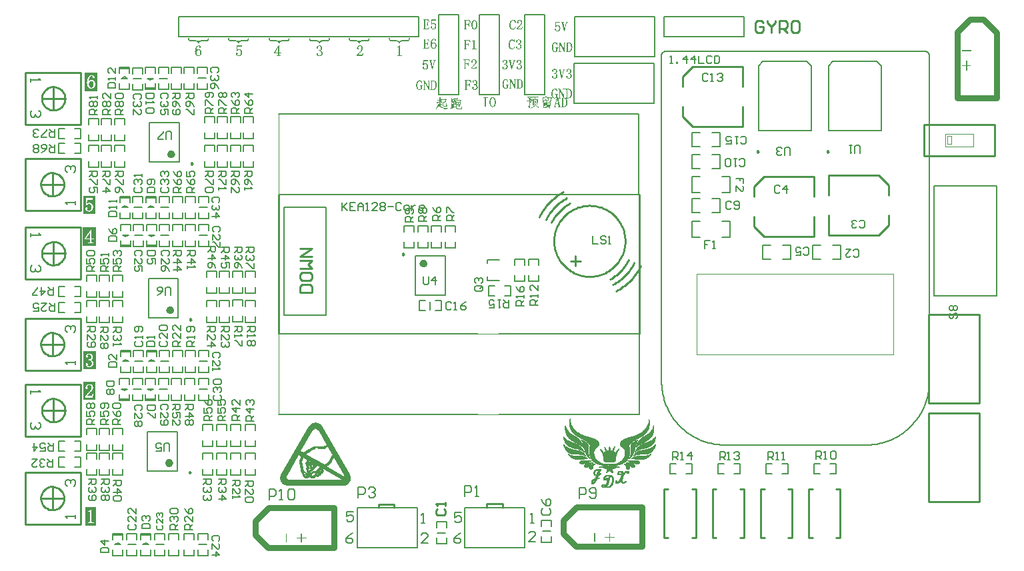
<source format=gto>
G04 Layer_Color=65535*
%FSLAX25Y25*%
%MOIN*%
G70*
G01*
G75*
%ADD24C,0.01000*%
%ADD28C,0.03000*%
%ADD55C,0.00787*%
%ADD56C,0.01968*%
%ADD57C,0.00984*%
%ADD58C,0.00400*%
%ADD59C,0.00500*%
%ADD60C,0.00787*%
%ADD61C,0.00591*%
%ADD62C,0.00800*%
%ADD63C,0.00600*%
%ADD64C,0.00700*%
%ADD65C,0.00100*%
G36*
X273467Y268877D02*
X273266D01*
X273232Y268870D01*
X273183Y268850D01*
X273128Y268808D01*
X273114Y268794D01*
X273100Y268780D01*
X273087Y268760D01*
X273066Y268725D01*
X273045Y268690D01*
X273024Y268642D01*
X273003Y268587D01*
X271876Y264400D01*
X271599D01*
X270581Y268545D01*
Y268552D01*
X270574Y268573D01*
X270568Y268607D01*
X270561Y268642D01*
X270533Y268732D01*
X270519Y268766D01*
X270498Y268801D01*
Y268808D01*
X270492Y268815D01*
X270464Y268843D01*
X270415Y268863D01*
X270388Y268877D01*
X270146D01*
Y269175D01*
X271460D01*
Y268877D01*
X271260D01*
X271232Y268870D01*
X271190Y268857D01*
X271163Y268822D01*
X271156Y268815D01*
X271149Y268787D01*
Y268739D01*
X271156Y268670D01*
X271877Y265652D01*
X272651Y268594D01*
Y268600D01*
X272657Y268621D01*
X272664Y268642D01*
X272671Y268677D01*
Y268746D01*
Y268780D01*
X272657Y268808D01*
X272651Y268822D01*
X272623Y268843D01*
X272574Y268863D01*
X272540Y268877D01*
X272346D01*
Y269175D01*
X273467D01*
Y268877D01*
D02*
G37*
G36*
X269495Y268628D02*
X267550D01*
X267447Y266982D01*
X267454Y266988D01*
X267474Y267037D01*
X267509Y267099D01*
X267557Y267175D01*
X267620Y267251D01*
X267689Y267327D01*
X267772Y267389D01*
X267869Y267431D01*
X267883Y267438D01*
X267917Y267445D01*
X267973Y267459D01*
X268042Y267479D01*
X268125Y267493D01*
X268222Y267507D01*
X268325Y267514D01*
X268429Y267521D01*
X268485D01*
X268519Y267514D01*
X268568Y267507D01*
X268623Y267500D01*
X268748Y267466D01*
X268893Y267417D01*
X268969Y267383D01*
X269045Y267341D01*
X269114Y267293D01*
X269191Y267237D01*
X269260Y267175D01*
X269329Y267099D01*
X269336Y267092D01*
X269343Y267078D01*
X269363Y267057D01*
X269384Y267023D01*
X269412Y266981D01*
X269440Y266933D01*
X269467Y266877D01*
X269502Y266808D01*
X269536Y266732D01*
X269564Y266649D01*
X269592Y266559D01*
X269620Y266462D01*
X269640Y266365D01*
X269661Y266255D01*
X269668Y266137D01*
X269675Y266012D01*
Y266005D01*
Y265978D01*
Y265943D01*
X269668Y265888D01*
X269661Y265826D01*
X269654Y265749D01*
X269647Y265666D01*
X269633Y265576D01*
X269585Y265383D01*
X269523Y265182D01*
X269481Y265085D01*
X269433Y264988D01*
X269377Y264891D01*
X269315Y264801D01*
X269308Y264794D01*
X269301Y264781D01*
X269281Y264760D01*
X269246Y264732D01*
X269211Y264698D01*
X269163Y264656D01*
X269108Y264621D01*
X269045Y264580D01*
X268969Y264531D01*
X268886Y264497D01*
X268796Y264455D01*
X268699Y264421D01*
X268588Y264393D01*
X268478Y264372D01*
X268346Y264358D01*
X268215Y264352D01*
X268166D01*
X268132Y264358D01*
X268083D01*
X268035Y264365D01*
X267910Y264386D01*
X267765Y264428D01*
X267613Y264476D01*
X267454Y264552D01*
X267371Y264594D01*
X267294Y264649D01*
X267287Y264656D01*
X267281Y264663D01*
X267260Y264677D01*
X267232Y264704D01*
X267170Y264767D01*
X267094Y264857D01*
X267018Y264961D01*
X266955Y265085D01*
X266928Y265154D01*
X266914Y265230D01*
X266900Y265306D01*
X266893Y265390D01*
Y265396D01*
Y265424D01*
X266900Y265459D01*
X266907Y265500D01*
X266921Y265556D01*
X266941Y265611D01*
X266969Y265666D01*
X267004Y265722D01*
X267011Y265729D01*
X267025Y265742D01*
X267052Y265770D01*
X267087Y265798D01*
X267128Y265819D01*
X267184Y265846D01*
X267246Y265860D01*
X267315Y265867D01*
X267350D01*
X267384Y265860D01*
X267433Y265853D01*
X267481Y265832D01*
X267523Y265812D01*
X267564Y265777D01*
X267599Y265729D01*
Y265722D01*
X267613Y265708D01*
X267620Y265680D01*
X267634Y265646D01*
X267654Y265576D01*
X267668Y265500D01*
Y265493D01*
Y265473D01*
X267661Y265438D01*
Y265396D01*
X267634Y265300D01*
X267613Y265258D01*
X267585Y265217D01*
Y265210D01*
X267571Y265203D01*
X267544Y265161D01*
X267516Y265099D01*
X267509Y265071D01*
X267502Y265037D01*
Y265030D01*
X267509Y265009D01*
X267516Y264974D01*
X267530Y264940D01*
X267557Y264898D01*
X267599Y264850D01*
X267647Y264808D01*
X267723Y264767D01*
X267737Y264760D01*
X267765Y264753D01*
X267813Y264739D01*
X267876Y264718D01*
X267952Y264698D01*
X268042Y264684D01*
X268139Y264677D01*
X268243Y264670D01*
X268277D01*
X268305Y264677D01*
X268381Y264691D01*
X268464Y264711D01*
X268568Y264753D01*
X268665Y264808D01*
X268761Y264891D01*
X268810Y264940D01*
X268851Y264995D01*
Y265002D01*
X268858Y265009D01*
X268872Y265030D01*
X268886Y265057D01*
X268900Y265092D01*
X268921Y265134D01*
X268941Y265182D01*
X268962Y265237D01*
X268976Y265306D01*
X268997Y265376D01*
X269018Y265452D01*
X269031Y265542D01*
X269045Y265632D01*
X269059Y265736D01*
X269066Y265839D01*
Y265957D01*
Y265964D01*
Y265978D01*
Y266005D01*
Y266047D01*
X269059Y266089D01*
Y266137D01*
X269045Y266262D01*
X269018Y266393D01*
X268990Y266531D01*
X268941Y266670D01*
X268879Y266794D01*
Y266801D01*
X268872Y266808D01*
X268845Y266843D01*
X268803Y266898D01*
X268741Y266953D01*
X268665Y267009D01*
X268568Y267064D01*
X268457Y267099D01*
X268395Y267113D01*
X268277D01*
X268229Y267106D01*
X268159Y267099D01*
X268083Y267085D01*
X268000Y267071D01*
X267917Y267043D01*
X267841Y267009D01*
X267834Y267002D01*
X267807Y266988D01*
X267772Y266960D01*
X267717Y266912D01*
X267661Y266850D01*
X267592Y266767D01*
X267523Y266663D01*
X267447Y266538D01*
X267087Y266573D01*
X267225Y269175D01*
X269592D01*
X269495Y268628D01*
D02*
G37*
G36*
X243579Y239195D02*
X243295Y239119D01*
Y239125D01*
X243288Y239146D01*
X243274Y239174D01*
X243260Y239215D01*
X243247Y239264D01*
X243226Y239319D01*
X243177Y239451D01*
X243115Y239589D01*
X243046Y239727D01*
X242970Y239859D01*
X242928Y239914D01*
X242887Y239963D01*
X242880Y239977D01*
X242845Y240004D01*
X242797Y240039D01*
X242735Y240087D01*
X242651Y240129D01*
X242562Y240170D01*
X242458Y240198D01*
X242340Y240205D01*
X242305D01*
X242278Y240198D01*
X242209Y240177D01*
X242119Y240136D01*
X242063Y240108D01*
X242008Y240073D01*
X241952Y240032D01*
X241890Y239984D01*
X241835Y239921D01*
X241773Y239845D01*
X241710Y239769D01*
X241648Y239672D01*
Y239665D01*
X241634Y239644D01*
X241620Y239617D01*
X241600Y239568D01*
X241572Y239513D01*
X241544Y239444D01*
X241517Y239361D01*
X241489Y239264D01*
X241461Y239160D01*
X241434Y239035D01*
X241406Y238897D01*
X241378Y238752D01*
X241357Y238586D01*
X241344Y238413D01*
X241337Y238219D01*
X241330Y238018D01*
Y238011D01*
Y237984D01*
Y237942D01*
X241337Y237894D01*
Y237824D01*
X241344Y237748D01*
X241351Y237658D01*
X241357Y237561D01*
X241371Y237458D01*
X241392Y237347D01*
X241434Y237105D01*
X241489Y236863D01*
X241572Y236613D01*
Y236607D01*
X241586Y236586D01*
X241600Y236551D01*
X241620Y236517D01*
X241648Y236461D01*
X241683Y236413D01*
X241766Y236295D01*
X241876Y236171D01*
X241939Y236122D01*
X242008Y236074D01*
X242091Y236032D01*
X242174Y235998D01*
X242264Y235977D01*
X242361Y235970D01*
X242409D01*
X242458Y235977D01*
X242520Y235984D01*
X242589Y235998D01*
X242658Y236011D01*
X242728Y236039D01*
X242790Y236074D01*
X242797Y236081D01*
X242817Y236094D01*
X242838Y236122D01*
X242873Y236157D01*
X242901Y236205D01*
X242935Y236261D01*
X242956Y236323D01*
X242970Y236399D01*
Y237312D01*
Y237319D01*
Y237333D01*
Y237361D01*
X242963Y237388D01*
X242942Y237451D01*
X242908Y237506D01*
X242894Y237513D01*
X242866Y237541D01*
X242838Y237548D01*
X242804Y237561D01*
X242762Y237568D01*
X242485D01*
Y237873D01*
X243987D01*
Y237568D01*
X243759D01*
X243717Y237561D01*
X243662Y237541D01*
X243613Y237506D01*
X243606Y237499D01*
X243586Y237465D01*
X243558Y237416D01*
X243551Y237340D01*
Y235914D01*
X243544D01*
X243523Y235921D01*
X243496Y235928D01*
X243468Y235935D01*
X243406Y235949D01*
X243378D01*
X243357Y235956D01*
X243350D01*
X243337Y235963D01*
X243316Y235970D01*
X243260D01*
X243233Y235963D01*
X243205Y235956D01*
X243198D01*
X243177Y235949D01*
X243157Y235935D01*
X243129Y235908D01*
X243122Y235901D01*
X243094Y235880D01*
X243060Y235859D01*
X243011Y235825D01*
X242956Y235790D01*
X242894Y235755D01*
X242824Y235728D01*
X242755Y235700D01*
X242748D01*
X242721Y235693D01*
X242686Y235686D01*
X242631Y235679D01*
X242575Y235665D01*
X242499Y235659D01*
X242423Y235652D01*
X242305D01*
X242257Y235659D01*
X242202Y235665D01*
X242132Y235672D01*
X242049Y235693D01*
X241959Y235714D01*
X241863Y235741D01*
X241759Y235783D01*
X241655Y235831D01*
X241551Y235894D01*
X241447Y235963D01*
X241351Y236046D01*
X241254Y236150D01*
X241164Y236261D01*
X241088Y236392D01*
X241081Y236399D01*
X241074Y236427D01*
X241053Y236468D01*
X241025Y236524D01*
X240998Y236593D01*
X240963Y236676D01*
X240928Y236766D01*
X240894Y236876D01*
X240852Y236987D01*
X240818Y237112D01*
X240783Y237250D01*
X240755Y237388D01*
X240728Y237541D01*
X240707Y237693D01*
X240700Y237852D01*
X240693Y238018D01*
Y238032D01*
Y238067D01*
Y238115D01*
X240700Y238191D01*
X240707Y238281D01*
X240721Y238385D01*
X240735Y238496D01*
X240748Y238620D01*
X240776Y238759D01*
X240804Y238897D01*
X240845Y239042D01*
X240887Y239195D01*
X240942Y239347D01*
X241004Y239492D01*
X241074Y239644D01*
X241157Y239783D01*
X241164Y239790D01*
X241178Y239817D01*
X241205Y239852D01*
X241240Y239900D01*
X241288Y239956D01*
X241344Y240018D01*
X241406Y240087D01*
X241482Y240157D01*
X241558Y240226D01*
X241648Y240295D01*
X241745Y240357D01*
X241849Y240412D01*
X241966Y240461D01*
X242084Y240496D01*
X242209Y240523D01*
X242340Y240530D01*
X242368D01*
X242409Y240523D01*
X242451D01*
X242513Y240509D01*
X242575Y240496D01*
X242651Y240475D01*
X242728Y240447D01*
X242735D01*
X242762Y240433D01*
X242797Y240419D01*
X242838Y240406D01*
X242928Y240378D01*
X242963Y240371D01*
X242990Y240364D01*
X243004D01*
X243032Y240371D01*
X243067Y240378D01*
X243115Y240399D01*
X243129Y240406D01*
X243170Y240426D01*
X243198Y240447D01*
X243233Y240468D01*
X243281Y240496D01*
X243330Y240530D01*
X243579Y239195D01*
D02*
G37*
G36*
X268279Y257595D02*
X267995Y257519D01*
Y257525D01*
X267988Y257546D01*
X267974Y257574D01*
X267960Y257615D01*
X267947Y257664D01*
X267926Y257719D01*
X267877Y257851D01*
X267815Y257989D01*
X267746Y258127D01*
X267670Y258259D01*
X267628Y258314D01*
X267587Y258363D01*
X267580Y258377D01*
X267545Y258404D01*
X267497Y258439D01*
X267435Y258487D01*
X267351Y258529D01*
X267262Y258570D01*
X267158Y258598D01*
X267040Y258605D01*
X267005D01*
X266978Y258598D01*
X266909Y258577D01*
X266819Y258536D01*
X266763Y258508D01*
X266708Y258473D01*
X266652Y258432D01*
X266590Y258383D01*
X266535Y258321D01*
X266473Y258245D01*
X266410Y258169D01*
X266348Y258072D01*
Y258065D01*
X266334Y258044D01*
X266320Y258017D01*
X266300Y257968D01*
X266272Y257913D01*
X266244Y257844D01*
X266217Y257761D01*
X266189Y257664D01*
X266161Y257560D01*
X266133Y257435D01*
X266106Y257297D01*
X266078Y257152D01*
X266057Y256986D01*
X266044Y256813D01*
X266037Y256619D01*
X266030Y256418D01*
Y256411D01*
Y256384D01*
Y256342D01*
X266037Y256294D01*
Y256224D01*
X266044Y256148D01*
X266051Y256058D01*
X266057Y255961D01*
X266071Y255858D01*
X266092Y255747D01*
X266133Y255505D01*
X266189Y255263D01*
X266272Y255013D01*
Y255007D01*
X266286Y254986D01*
X266300Y254951D01*
X266320Y254917D01*
X266348Y254861D01*
X266383Y254813D01*
X266466Y254695D01*
X266576Y254571D01*
X266639Y254522D01*
X266708Y254474D01*
X266791Y254432D01*
X266874Y254398D01*
X266964Y254377D01*
X267061Y254370D01*
X267109D01*
X267158Y254377D01*
X267220Y254384D01*
X267289Y254398D01*
X267358Y254411D01*
X267428Y254439D01*
X267490Y254474D01*
X267497Y254481D01*
X267517Y254494D01*
X267538Y254522D01*
X267573Y254557D01*
X267601Y254605D01*
X267635Y254661D01*
X267656Y254723D01*
X267670Y254799D01*
Y255712D01*
Y255719D01*
Y255733D01*
Y255761D01*
X267663Y255788D01*
X267642Y255851D01*
X267607Y255906D01*
X267594Y255913D01*
X267566Y255941D01*
X267538Y255948D01*
X267504Y255961D01*
X267462Y255968D01*
X267185D01*
Y256273D01*
X268687D01*
Y255968D01*
X268459D01*
X268417Y255961D01*
X268362Y255941D01*
X268313Y255906D01*
X268306Y255899D01*
X268286Y255865D01*
X268258Y255816D01*
X268251Y255740D01*
Y254314D01*
X268244D01*
X268223Y254321D01*
X268196Y254328D01*
X268168Y254335D01*
X268106Y254349D01*
X268078D01*
X268057Y254356D01*
X268050D01*
X268037Y254363D01*
X268016Y254370D01*
X267960D01*
X267933Y254363D01*
X267905Y254356D01*
X267898D01*
X267877Y254349D01*
X267857Y254335D01*
X267829Y254308D01*
X267822Y254301D01*
X267794Y254280D01*
X267760Y254259D01*
X267711Y254225D01*
X267656Y254190D01*
X267594Y254155D01*
X267524Y254128D01*
X267455Y254100D01*
X267448D01*
X267421Y254093D01*
X267386Y254086D01*
X267331Y254079D01*
X267275Y254065D01*
X267199Y254059D01*
X267123Y254052D01*
X267005D01*
X266957Y254059D01*
X266902Y254065D01*
X266832Y254072D01*
X266749Y254093D01*
X266659Y254114D01*
X266563Y254141D01*
X266459Y254183D01*
X266355Y254232D01*
X266251Y254294D01*
X266147Y254363D01*
X266051Y254446D01*
X265954Y254550D01*
X265864Y254661D01*
X265788Y254792D01*
X265781Y254799D01*
X265774Y254827D01*
X265753Y254868D01*
X265725Y254924D01*
X265698Y254993D01*
X265663Y255076D01*
X265628Y255166D01*
X265594Y255276D01*
X265552Y255387D01*
X265518Y255512D01*
X265483Y255650D01*
X265455Y255788D01*
X265428Y255941D01*
X265407Y256093D01*
X265400Y256252D01*
X265393Y256418D01*
Y256432D01*
Y256467D01*
Y256515D01*
X265400Y256591D01*
X265407Y256681D01*
X265421Y256785D01*
X265435Y256896D01*
X265448Y257020D01*
X265476Y257159D01*
X265504Y257297D01*
X265545Y257442D01*
X265587Y257595D01*
X265642Y257747D01*
X265704Y257892D01*
X265774Y258044D01*
X265857Y258183D01*
X265864Y258190D01*
X265878Y258217D01*
X265905Y258252D01*
X265940Y258300D01*
X265988Y258356D01*
X266044Y258418D01*
X266106Y258487D01*
X266182Y258557D01*
X266258Y258626D01*
X266348Y258695D01*
X266445Y258757D01*
X266549Y258812D01*
X266666Y258861D01*
X266784Y258896D01*
X266909Y258923D01*
X267040Y258930D01*
X267068D01*
X267109Y258923D01*
X267151D01*
X267213Y258909D01*
X267275Y258896D01*
X267351Y258875D01*
X267428Y258847D01*
X267435D01*
X267462Y258833D01*
X267497Y258819D01*
X267538Y258806D01*
X267628Y258778D01*
X267663Y258771D01*
X267690Y258764D01*
X267704D01*
X267732Y258771D01*
X267767Y258778D01*
X267815Y258799D01*
X267829Y258806D01*
X267870Y258826D01*
X267898Y258847D01*
X267933Y258868D01*
X267981Y258896D01*
X268030Y258930D01*
X268279Y257595D01*
D02*
G37*
G36*
X272320Y258577D02*
X272009D01*
X271981Y258570D01*
X271939Y258563D01*
X271898Y258543D01*
X271891Y258536D01*
X271877Y258515D01*
X271863Y258480D01*
X271856Y258425D01*
Y254100D01*
X271573D01*
X269580Y258006D01*
Y254543D01*
Y254529D01*
X269587Y254501D01*
X269600Y254467D01*
X269621Y254432D01*
X269628Y254425D01*
X269656Y254418D01*
X269690Y254404D01*
X269746Y254398D01*
X270036D01*
Y254100D01*
X268805D01*
Y254398D01*
X269109D01*
X269151Y254404D01*
X269199Y254411D01*
X269234Y254432D01*
X269241Y254439D01*
X269254Y254460D01*
X269261Y254494D01*
X269268Y254543D01*
Y258425D01*
Y258432D01*
Y258439D01*
X269261Y258473D01*
X269254Y258508D01*
X269234Y258543D01*
X269227Y258550D01*
X269206Y258563D01*
X269158Y258570D01*
X269095Y258577D01*
X268860D01*
Y258875D01*
X269766D01*
X271552Y255425D01*
Y258425D01*
Y258432D01*
Y258439D01*
X271545Y258473D01*
X271538Y258508D01*
X271510Y258543D01*
X271503Y258550D01*
X271483Y258563D01*
X271434Y258570D01*
X271372Y258577D01*
X271088D01*
Y258875D01*
X272320D01*
Y258577D01*
D02*
G37*
G36*
X273842Y258868D02*
X273905D01*
X273981Y258861D01*
X274064Y258847D01*
X274161Y258826D01*
X274258Y258806D01*
X274368Y258771D01*
X274479Y258736D01*
X274597Y258688D01*
X274714Y258633D01*
X274832Y258570D01*
X274943Y258494D01*
X275046Y258404D01*
X275150Y258307D01*
X275157Y258300D01*
X275171Y258280D01*
X275199Y258245D01*
X275233Y258204D01*
X275275Y258141D01*
X275316Y258072D01*
X275365Y257982D01*
X275413Y257885D01*
X275462Y257768D01*
X275510Y257643D01*
X275552Y257498D01*
X275593Y257346D01*
X275628Y257172D01*
X275655Y256993D01*
X275669Y256799D01*
X275676Y256584D01*
Y256570D01*
Y256529D01*
Y256460D01*
X275669Y256377D01*
X275662Y256273D01*
X275648Y256148D01*
X275635Y256017D01*
X275614Y255872D01*
X275586Y255719D01*
X275552Y255567D01*
X275510Y255408D01*
X275462Y255256D01*
X275406Y255103D01*
X275337Y254958D01*
X275261Y254827D01*
X275171Y254702D01*
X275164Y254695D01*
X275150Y254674D01*
X275116Y254647D01*
X275074Y254605D01*
X275026Y254564D01*
X274956Y254515D01*
X274880Y254460D01*
X274797Y254404D01*
X274694Y254342D01*
X274583Y254294D01*
X274458Y254238D01*
X274327Y254197D01*
X274182Y254155D01*
X274022Y254128D01*
X273856Y254107D01*
X273676Y254100D01*
X272438D01*
Y254398D01*
X272714D01*
X272756Y254404D01*
X272804Y254411D01*
X272839Y254432D01*
X272846Y254439D01*
X272860Y254460D01*
X272867Y254494D01*
X272874Y254543D01*
Y258425D01*
Y258432D01*
Y258439D01*
X272867Y258473D01*
X272860Y258508D01*
X272839Y258543D01*
X272832Y258550D01*
X272811Y258563D01*
X272763Y258570D01*
X272701Y258577D01*
X272465D01*
Y258875D01*
X273801D01*
X273842Y258868D01*
D02*
G37*
G36*
X247620Y240177D02*
X247309D01*
X247281Y240170D01*
X247239Y240163D01*
X247198Y240143D01*
X247191Y240136D01*
X247177Y240115D01*
X247163Y240080D01*
X247156Y240025D01*
Y235700D01*
X246873D01*
X244880Y239606D01*
Y236143D01*
Y236129D01*
X244887Y236101D01*
X244900Y236067D01*
X244921Y236032D01*
X244928Y236025D01*
X244956Y236018D01*
X244990Y236004D01*
X245046Y235998D01*
X245336D01*
Y235700D01*
X244105D01*
Y235998D01*
X244409D01*
X244451Y236004D01*
X244499Y236011D01*
X244534Y236032D01*
X244541Y236039D01*
X244554Y236060D01*
X244561Y236094D01*
X244568Y236143D01*
Y240025D01*
Y240032D01*
Y240039D01*
X244561Y240073D01*
X244554Y240108D01*
X244534Y240143D01*
X244527Y240150D01*
X244506Y240163D01*
X244458Y240170D01*
X244395Y240177D01*
X244160D01*
Y240475D01*
X245066D01*
X246852Y237025D01*
Y240025D01*
Y240032D01*
Y240039D01*
X246845Y240073D01*
X246838Y240108D01*
X246810Y240143D01*
X246803Y240150D01*
X246783Y240163D01*
X246734Y240170D01*
X246672Y240177D01*
X246388D01*
Y240475D01*
X247620D01*
Y240177D01*
D02*
G37*
G36*
X242012Y250223D02*
X242060Y250216D01*
X242115Y250209D01*
X242247Y250189D01*
X242392Y250140D01*
X242545Y250078D01*
X242621Y250036D01*
X242697Y249988D01*
X242766Y249933D01*
X242835Y249870D01*
X242842Y249863D01*
X242849Y249856D01*
X242870Y249836D01*
X242891Y249808D01*
X242946Y249732D01*
X243008Y249642D01*
X243070Y249524D01*
X243126Y249393D01*
X243167Y249254D01*
X243174Y249178D01*
X243181Y249102D01*
Y249095D01*
Y249081D01*
Y249061D01*
Y249033D01*
X243167Y248950D01*
X243154Y248853D01*
X243126Y248735D01*
X243091Y248611D01*
X243036Y248486D01*
X242967Y248369D01*
X242960Y248355D01*
X242925Y248320D01*
X242877Y248265D01*
X242808Y248210D01*
X242718Y248140D01*
X242614Y248078D01*
X242489Y248023D01*
X242344Y247981D01*
X242351D01*
X242372Y247974D01*
X242399Y247967D01*
X242441Y247954D01*
X242482Y247933D01*
X242538Y247912D01*
X242662Y247857D01*
X242794Y247787D01*
X242925Y247697D01*
X243050Y247587D01*
X243098Y247524D01*
X243147Y247455D01*
Y247448D01*
X243154Y247441D01*
X243167Y247421D01*
X243181Y247393D01*
X243216Y247317D01*
X243264Y247220D01*
X243306Y247109D01*
X243340Y246985D01*
X243368Y246853D01*
X243375Y246715D01*
Y246708D01*
Y246694D01*
Y246659D01*
X243368Y246625D01*
X243361Y246576D01*
X243354Y246521D01*
X243326Y246396D01*
X243278Y246244D01*
X243243Y246168D01*
X243209Y246085D01*
X243160Y246002D01*
X243105Y245919D01*
X243043Y245836D01*
X242974Y245760D01*
X242967Y245753D01*
X242953Y245739D01*
X242932Y245725D01*
X242897Y245698D01*
X242856Y245663D01*
X242808Y245628D01*
X242752Y245594D01*
X242683Y245559D01*
X242607Y245518D01*
X242524Y245483D01*
X242434Y245448D01*
X242337Y245414D01*
X242226Y245386D01*
X242115Y245372D01*
X241991Y245358D01*
X241859Y245352D01*
X241811D01*
X241776Y245358D01*
X241728D01*
X241680Y245365D01*
X241555Y245386D01*
X241417Y245421D01*
X241264Y245469D01*
X241112Y245538D01*
X240967Y245635D01*
X240960Y245642D01*
X240953Y245649D01*
X240911Y245684D01*
X240849Y245746D01*
X240780Y245829D01*
X240711Y245926D01*
X240648Y246037D01*
X240607Y246168D01*
X240600Y246237D01*
X240593Y246306D01*
Y246313D01*
Y246341D01*
X240600Y246376D01*
X240607Y246417D01*
X240621Y246473D01*
X240648Y246528D01*
X240676Y246583D01*
X240718Y246639D01*
X240725Y246646D01*
X240738Y246659D01*
X240766Y246687D01*
X240801Y246715D01*
X240891Y246763D01*
X240939Y246777D01*
X240987Y246784D01*
X241022D01*
X241057Y246777D01*
X241105Y246763D01*
X241154Y246749D01*
X241202Y246722D01*
X241250Y246680D01*
X241285Y246632D01*
X241292Y246625D01*
X241299Y246611D01*
X241313Y246583D01*
X241327Y246549D01*
X241354Y246466D01*
X241368Y246431D01*
Y246390D01*
Y246383D01*
Y246362D01*
Y246334D01*
X241361Y246300D01*
X241347Y246223D01*
X241313Y246140D01*
Y246133D01*
X241306Y246127D01*
X241285Y246085D01*
X241264Y246030D01*
X241257Y245981D01*
Y245974D01*
Y245960D01*
X241264Y245940D01*
X241278Y245905D01*
X241299Y245871D01*
X241334Y245836D01*
X241375Y245794D01*
X241430Y245760D01*
X241437Y245753D01*
X241465Y245746D01*
X241500Y245732D01*
X241548Y245718D01*
X241610Y245698D01*
X241673Y245684D01*
X241749Y245677D01*
X241832Y245670D01*
X241873D01*
X241908Y245677D01*
X241991Y245684D01*
X242088Y245705D01*
X242198Y245732D01*
X242309Y245781D01*
X242420Y245843D01*
X242510Y245933D01*
X242517Y245947D01*
X242545Y245981D01*
X242579Y246044D01*
X242628Y246133D01*
X242669Y246251D01*
X242683Y246320D01*
X242704Y246396D01*
X242718Y246480D01*
X242731Y246569D01*
X242738Y246666D01*
Y246770D01*
Y246777D01*
Y246791D01*
Y246812D01*
X242731Y246846D01*
Y246888D01*
X242724Y246929D01*
X242711Y247040D01*
X242676Y247158D01*
X242635Y247275D01*
X242579Y247400D01*
X242496Y247511D01*
X242482Y247524D01*
X242468Y247538D01*
X242448Y247552D01*
X242420Y247573D01*
X242385Y247601D01*
X242337Y247621D01*
X242288Y247649D01*
X242226Y247677D01*
X242157Y247697D01*
X242074Y247725D01*
X241984Y247746D01*
X241887Y247760D01*
X241776Y247774D01*
X241652Y247787D01*
X241520D01*
Y248113D01*
X241576D01*
X241617Y248120D01*
X241666D01*
X241714Y248127D01*
X241839Y248140D01*
X241977Y248168D01*
X242109Y248210D01*
X242233Y248272D01*
X242288Y248306D01*
X242337Y248348D01*
X242351Y248362D01*
X242378Y248389D01*
X242413Y248445D01*
X242461Y248521D01*
X242503Y248618D01*
X242545Y248735D01*
X242572Y248867D01*
X242579Y249019D01*
Y249026D01*
Y249033D01*
Y249054D01*
Y249081D01*
X242572Y249144D01*
X242558Y249234D01*
X242531Y249331D01*
X242503Y249434D01*
X242455Y249538D01*
X242392Y249642D01*
X242385Y249656D01*
X242358Y249683D01*
X242309Y249725D01*
X242247Y249773D01*
X242164Y249822D01*
X242067Y249863D01*
X241943Y249891D01*
X241804Y249905D01*
X241776D01*
X241742Y249898D01*
X241693D01*
X241638Y249884D01*
X241583Y249870D01*
X241513Y249850D01*
X241444Y249822D01*
X241437Y249815D01*
X241417Y249808D01*
X241382Y249787D01*
X241354Y249760D01*
X241320Y249725D01*
X241285Y249677D01*
X241264Y249628D01*
X241257Y249566D01*
Y249559D01*
Y249538D01*
Y249504D01*
X241264Y249462D01*
X241278Y249379D01*
X241292Y249344D01*
X241313Y249317D01*
X241320Y249310D01*
X241340Y249275D01*
X241361Y249227D01*
X241368Y249158D01*
Y249151D01*
Y249130D01*
X241361Y249102D01*
Y249068D01*
X241334Y248978D01*
X241320Y248936D01*
X241292Y248895D01*
Y248888D01*
X241278Y248881D01*
X241257Y248860D01*
X241237Y248846D01*
X241202Y248825D01*
X241160Y248805D01*
X241105Y248798D01*
X241043Y248791D01*
X241022D01*
X240994Y248798D01*
X240960Y248805D01*
X240884Y248832D01*
X240835Y248853D01*
X240794Y248888D01*
X240787Y248895D01*
X240773Y248908D01*
X240759Y248936D01*
X240738Y248971D01*
X240711Y249019D01*
X240697Y249081D01*
X240683Y249158D01*
X240676Y249241D01*
Y249248D01*
Y249261D01*
Y249282D01*
X240683Y249317D01*
X240697Y249393D01*
X240725Y249497D01*
X240766Y249607D01*
X240835Y249725D01*
X240877Y249787D01*
X240925Y249843D01*
X240987Y249898D01*
X241050Y249953D01*
X241057D01*
X241071Y249967D01*
X241091Y249981D01*
X241119Y249995D01*
X241154Y250016D01*
X241195Y250043D01*
X241299Y250092D01*
X241430Y250140D01*
X241576Y250189D01*
X241742Y250216D01*
X241915Y250230D01*
X241970D01*
X242012Y250223D01*
D02*
G37*
G36*
X246955Y258995D02*
X246672Y258918D01*
Y258925D01*
X246665Y258939D01*
X246651Y258974D01*
X246637Y259008D01*
X246623Y259050D01*
X246603Y259105D01*
X246547Y259223D01*
X246485Y259354D01*
X246409Y259486D01*
X246326Y259611D01*
X246236Y259721D01*
X246222Y259735D01*
X246187Y259763D01*
X246132Y259804D01*
X246056Y259853D01*
X245966Y259894D01*
X245848Y259936D01*
X245724Y259963D01*
X245578Y259977D01*
X245558D01*
X245530Y259970D01*
X245495D01*
X245447Y259957D01*
X245398Y259943D01*
X245343Y259929D01*
X245281Y259901D01*
X245219Y259873D01*
X245149Y259832D01*
X245080Y259784D01*
X245011Y259721D01*
X244942Y259652D01*
X244880Y259576D01*
X244817Y259479D01*
X244755Y259375D01*
Y259368D01*
X244741Y259348D01*
X244727Y259313D01*
X244707Y259271D01*
X244686Y259209D01*
X244658Y259140D01*
X244637Y259057D01*
X244610Y258967D01*
X244582Y258863D01*
X244554Y258746D01*
X244527Y258621D01*
X244506Y258489D01*
X244485Y258351D01*
X244471Y258199D01*
X244464Y258040D01*
X244457Y257874D01*
Y257860D01*
Y257832D01*
Y257777D01*
X244464Y257708D01*
Y257624D01*
X244471Y257528D01*
X244478Y257424D01*
X244492Y257306D01*
X244520Y257064D01*
X244568Y256808D01*
X244630Y256559D01*
X244672Y256441D01*
X244713Y256337D01*
Y256330D01*
X244727Y256317D01*
X244741Y256289D01*
X244762Y256254D01*
X244824Y256164D01*
X244914Y256067D01*
X245032Y255971D01*
X245101Y255922D01*
X245177Y255881D01*
X245260Y255846D01*
X245350Y255818D01*
X245447Y255804D01*
X245551Y255798D01*
X245592D01*
X245620Y255804D01*
X245696Y255811D01*
X245793Y255832D01*
X245904Y255867D01*
X246021Y255922D01*
X246139Y255991D01*
X246250Y256088D01*
X246257Y256095D01*
X246264Y256102D01*
X246298Y256144D01*
X246354Y256213D01*
X246416Y256310D01*
X246485Y256427D01*
X246554Y256573D01*
X246616Y256746D01*
X246672Y256939D01*
X246955Y256822D01*
Y256815D01*
X246949Y256794D01*
X246942Y256759D01*
X246928Y256718D01*
X246914Y256663D01*
X246893Y256600D01*
X246866Y256531D01*
X246838Y256455D01*
X246769Y256296D01*
X246679Y256123D01*
X246561Y255957D01*
X246430Y255804D01*
X246423Y255798D01*
X246416Y255791D01*
X246388Y255770D01*
X246360Y255742D01*
X246326Y255715D01*
X246284Y255687D01*
X246174Y255618D01*
X246042Y255541D01*
X245890Y255486D01*
X245710Y255438D01*
X245620Y255431D01*
X245523Y255424D01*
X245489D01*
X245447Y255431D01*
X245392D01*
X245322Y255445D01*
X245246Y255458D01*
X245163Y255472D01*
X245066Y255500D01*
X244970Y255528D01*
X244866Y255569D01*
X244762Y255618D01*
X244658Y255673D01*
X244554Y255742D01*
X244450Y255818D01*
X244354Y255908D01*
X244264Y256012D01*
X244257Y256019D01*
X244243Y256040D01*
X244222Y256074D01*
X244194Y256123D01*
X244153Y256185D01*
X244118Y256261D01*
X244077Y256358D01*
X244035Y256462D01*
X243987Y256579D01*
X243945Y256718D01*
X243911Y256870D01*
X243876Y257036D01*
X243842Y257216D01*
X243821Y257410D01*
X243807Y257617D01*
X243800Y257846D01*
Y257860D01*
Y257894D01*
Y257950D01*
X243807Y258019D01*
X243814Y258109D01*
X243828Y258213D01*
X243842Y258330D01*
X243862Y258462D01*
X243890Y258593D01*
X243918Y258739D01*
X243959Y258884D01*
X244008Y259029D01*
X244063Y259174D01*
X244132Y259320D01*
X244208Y259465D01*
X244291Y259597D01*
X244298Y259604D01*
X244312Y259624D01*
X244340Y259659D01*
X244381Y259707D01*
X244430Y259763D01*
X244492Y259818D01*
X244561Y259887D01*
X244644Y259950D01*
X244734Y260019D01*
X244838Y260081D01*
X244949Y260136D01*
X245066Y260192D01*
X245191Y260240D01*
X245329Y260275D01*
X245482Y260296D01*
X245634Y260302D01*
X245710D01*
X245758Y260296D01*
X245814Y260289D01*
X245883Y260275D01*
X246021Y260233D01*
X246028D01*
X246056Y260219D01*
X246091Y260212D01*
X246132Y260199D01*
X246236Y260178D01*
X246340Y260164D01*
X246395D01*
X246443Y260171D01*
X246485Y260185D01*
X246492Y260192D01*
X246527Y260206D01*
X246554Y260226D01*
X246589Y260240D01*
X246630Y260268D01*
X246679Y260302D01*
X246955Y258995D01*
D02*
G37*
G36*
X248955Y260323D02*
X249004Y260316D01*
X249059Y260309D01*
X249191Y260289D01*
X249336Y260240D01*
X249488Y260178D01*
X249564Y260136D01*
X249640Y260088D01*
X249710Y260033D01*
X249779Y259970D01*
X249786Y259963D01*
X249793Y259957D01*
X249814Y259936D01*
X249834Y259908D01*
X249890Y259832D01*
X249952Y259742D01*
X250014Y259624D01*
X250069Y259493D01*
X250111Y259354D01*
X250118Y259278D01*
X250125Y259202D01*
Y259195D01*
Y259181D01*
Y259161D01*
Y259133D01*
X250111Y259050D01*
X250097Y258953D01*
X250069Y258835D01*
X250035Y258711D01*
X249980Y258586D01*
X249910Y258469D01*
X249903Y258455D01*
X249869Y258420D01*
X249820Y258365D01*
X249751Y258310D01*
X249661Y258240D01*
X249557Y258178D01*
X249433Y258123D01*
X249288Y258081D01*
X249294D01*
X249315Y258074D01*
X249343Y258067D01*
X249384Y258053D01*
X249426Y258033D01*
X249481Y258012D01*
X249606Y257957D01*
X249737Y257887D01*
X249869Y257797D01*
X249993Y257687D01*
X250042Y257624D01*
X250090Y257555D01*
Y257548D01*
X250097Y257541D01*
X250111Y257521D01*
X250125Y257493D01*
X250160Y257417D01*
X250208Y257320D01*
X250249Y257209D01*
X250284Y257085D01*
X250312Y256953D01*
X250319Y256815D01*
Y256808D01*
Y256794D01*
Y256759D01*
X250312Y256725D01*
X250305Y256676D01*
X250298Y256621D01*
X250270Y256497D01*
X250222Y256344D01*
X250187Y256268D01*
X250153Y256185D01*
X250104Y256102D01*
X250049Y256019D01*
X249987Y255936D01*
X249917Y255860D01*
X249910Y255853D01*
X249897Y255839D01*
X249876Y255825D01*
X249841Y255798D01*
X249800Y255763D01*
X249751Y255728D01*
X249696Y255694D01*
X249627Y255659D01*
X249551Y255618D01*
X249467Y255583D01*
X249377Y255548D01*
X249281Y255514D01*
X249170Y255486D01*
X249059Y255472D01*
X248935Y255458D01*
X248803Y255452D01*
X248755D01*
X248720Y255458D01*
X248672D01*
X248623Y255465D01*
X248499Y255486D01*
X248360Y255521D01*
X248208Y255569D01*
X248056Y255638D01*
X247910Y255735D01*
X247904Y255742D01*
X247897Y255749D01*
X247855Y255784D01*
X247793Y255846D01*
X247724Y255929D01*
X247654Y256026D01*
X247592Y256137D01*
X247551Y256268D01*
X247544Y256337D01*
X247537Y256406D01*
Y256413D01*
Y256441D01*
X247544Y256476D01*
X247551Y256517D01*
X247565Y256573D01*
X247592Y256628D01*
X247620Y256683D01*
X247661Y256739D01*
X247668Y256746D01*
X247682Y256759D01*
X247710Y256787D01*
X247744Y256815D01*
X247834Y256863D01*
X247883Y256877D01*
X247931Y256884D01*
X247966D01*
X248000Y256877D01*
X248049Y256863D01*
X248097Y256849D01*
X248146Y256822D01*
X248194Y256780D01*
X248229Y256732D01*
X248236Y256725D01*
X248243Y256711D01*
X248256Y256683D01*
X248270Y256649D01*
X248298Y256566D01*
X248312Y256531D01*
Y256490D01*
Y256483D01*
Y256462D01*
Y256434D01*
X248305Y256400D01*
X248291Y256324D01*
X248256Y256240D01*
Y256234D01*
X248250Y256227D01*
X248229Y256185D01*
X248208Y256130D01*
X248201Y256081D01*
Y256074D01*
Y256061D01*
X248208Y256040D01*
X248222Y256005D01*
X248243Y255971D01*
X248277Y255936D01*
X248319Y255894D01*
X248374Y255860D01*
X248381Y255853D01*
X248409Y255846D01*
X248443Y255832D01*
X248492Y255818D01*
X248554Y255798D01*
X248616Y255784D01*
X248692Y255777D01*
X248776Y255770D01*
X248817D01*
X248852Y255777D01*
X248935Y255784D01*
X249031Y255804D01*
X249142Y255832D01*
X249253Y255881D01*
X249364Y255943D01*
X249454Y256033D01*
X249461Y256047D01*
X249488Y256081D01*
X249523Y256144D01*
X249571Y256234D01*
X249613Y256351D01*
X249627Y256420D01*
X249647Y256497D01*
X249661Y256579D01*
X249675Y256669D01*
X249682Y256766D01*
Y256870D01*
Y256877D01*
Y256891D01*
Y256912D01*
X249675Y256946D01*
Y256988D01*
X249668Y257029D01*
X249654Y257140D01*
X249620Y257258D01*
X249578Y257375D01*
X249523Y257500D01*
X249440Y257611D01*
X249426Y257624D01*
X249412Y257638D01*
X249391Y257652D01*
X249364Y257673D01*
X249329Y257701D01*
X249281Y257721D01*
X249232Y257749D01*
X249170Y257777D01*
X249101Y257797D01*
X249018Y257825D01*
X248928Y257846D01*
X248831Y257860D01*
X248720Y257874D01*
X248596Y257887D01*
X248464D01*
Y258213D01*
X248519D01*
X248561Y258220D01*
X248609D01*
X248658Y258226D01*
X248782Y258240D01*
X248921Y258268D01*
X249052Y258310D01*
X249177Y258372D01*
X249232Y258406D01*
X249281Y258448D01*
X249294Y258462D01*
X249322Y258489D01*
X249357Y258545D01*
X249405Y258621D01*
X249447Y258718D01*
X249488Y258835D01*
X249516Y258967D01*
X249523Y259119D01*
Y259126D01*
Y259133D01*
Y259154D01*
Y259181D01*
X249516Y259244D01*
X249502Y259334D01*
X249474Y259431D01*
X249447Y259534D01*
X249398Y259638D01*
X249336Y259742D01*
X249329Y259756D01*
X249301Y259784D01*
X249253Y259825D01*
X249191Y259873D01*
X249108Y259922D01*
X249011Y259963D01*
X248886Y259991D01*
X248748Y260005D01*
X248720D01*
X248686Y259998D01*
X248637D01*
X248582Y259984D01*
X248526Y259970D01*
X248457Y259950D01*
X248388Y259922D01*
X248381Y259915D01*
X248360Y259908D01*
X248326Y259887D01*
X248298Y259860D01*
X248263Y259825D01*
X248229Y259777D01*
X248208Y259728D01*
X248201Y259666D01*
Y259659D01*
Y259638D01*
Y259604D01*
X248208Y259562D01*
X248222Y259479D01*
X248236Y259444D01*
X248256Y259417D01*
X248263Y259410D01*
X248284Y259375D01*
X248305Y259327D01*
X248312Y259258D01*
Y259251D01*
Y259230D01*
X248305Y259202D01*
Y259168D01*
X248277Y259078D01*
X248263Y259036D01*
X248236Y258995D01*
Y258988D01*
X248222Y258981D01*
X248201Y258960D01*
X248180Y258946D01*
X248146Y258925D01*
X248104Y258905D01*
X248049Y258898D01*
X247987Y258891D01*
X247966D01*
X247938Y258898D01*
X247904Y258905D01*
X247827Y258932D01*
X247779Y258953D01*
X247738Y258988D01*
X247731Y258995D01*
X247717Y259008D01*
X247703Y259036D01*
X247682Y259071D01*
X247654Y259119D01*
X247641Y259181D01*
X247627Y259258D01*
X247620Y259341D01*
Y259348D01*
Y259361D01*
Y259382D01*
X247627Y259417D01*
X247641Y259493D01*
X247668Y259597D01*
X247710Y259707D01*
X247779Y259825D01*
X247820Y259887D01*
X247869Y259943D01*
X247931Y259998D01*
X247993Y260053D01*
X248000D01*
X248014Y260067D01*
X248035Y260081D01*
X248063Y260095D01*
X248097Y260116D01*
X248139Y260143D01*
X248243Y260192D01*
X248374Y260240D01*
X248519Y260289D01*
X248686Y260316D01*
X248858Y260330D01*
X248914D01*
X248955Y260323D01*
D02*
G37*
G36*
X249142Y240468D02*
X249205D01*
X249281Y240461D01*
X249364Y240447D01*
X249461Y240426D01*
X249558Y240406D01*
X249668Y240371D01*
X249779Y240336D01*
X249897Y240288D01*
X250014Y240233D01*
X250132Y240170D01*
X250243Y240094D01*
X250346Y240004D01*
X250450Y239907D01*
X250457Y239900D01*
X250471Y239880D01*
X250499Y239845D01*
X250533Y239804D01*
X250575Y239741D01*
X250616Y239672D01*
X250665Y239582D01*
X250713Y239485D01*
X250762Y239368D01*
X250810Y239243D01*
X250852Y239098D01*
X250893Y238946D01*
X250928Y238773D01*
X250955Y238593D01*
X250969Y238399D01*
X250976Y238184D01*
Y238170D01*
Y238129D01*
Y238060D01*
X250969Y237977D01*
X250962Y237873D01*
X250949Y237748D01*
X250935Y237617D01*
X250914Y237472D01*
X250886Y237319D01*
X250852Y237167D01*
X250810Y237008D01*
X250762Y236856D01*
X250706Y236703D01*
X250637Y236558D01*
X250561Y236427D01*
X250471Y236302D01*
X250464Y236295D01*
X250450Y236274D01*
X250416Y236247D01*
X250374Y236205D01*
X250326Y236164D01*
X250256Y236115D01*
X250180Y236060D01*
X250097Y236004D01*
X249994Y235942D01*
X249883Y235894D01*
X249758Y235838D01*
X249627Y235797D01*
X249482Y235755D01*
X249322Y235728D01*
X249156Y235707D01*
X248976Y235700D01*
X247738D01*
Y235998D01*
X248014D01*
X248056Y236004D01*
X248104Y236011D01*
X248139Y236032D01*
X248146Y236039D01*
X248160Y236060D01*
X248167Y236094D01*
X248174Y236143D01*
Y240025D01*
Y240032D01*
Y240039D01*
X248167Y240073D01*
X248160Y240108D01*
X248139Y240143D01*
X248132Y240150D01*
X248111Y240163D01*
X248063Y240170D01*
X248001Y240177D01*
X247765D01*
Y240475D01*
X249101D01*
X249142Y240468D01*
D02*
G37*
G36*
X247167Y249877D02*
X246966D01*
X246932Y249870D01*
X246883Y249850D01*
X246828Y249808D01*
X246814Y249794D01*
X246800Y249780D01*
X246786Y249760D01*
X246766Y249725D01*
X246745Y249690D01*
X246724Y249642D01*
X246703Y249587D01*
X245575Y245400D01*
X245299D01*
X244281Y249545D01*
Y249552D01*
X244274Y249573D01*
X244268Y249607D01*
X244261Y249642D01*
X244233Y249732D01*
X244219Y249766D01*
X244198Y249801D01*
Y249808D01*
X244192Y249815D01*
X244164Y249843D01*
X244115Y249863D01*
X244088Y249877D01*
X243846D01*
Y250175D01*
X245160D01*
Y249877D01*
X244960D01*
X244932Y249870D01*
X244890Y249856D01*
X244863Y249822D01*
X244856Y249815D01*
X244849Y249787D01*
Y249739D01*
X244856Y249670D01*
X245577Y246652D01*
X246351Y249593D01*
Y249600D01*
X246357Y249621D01*
X246364Y249642D01*
X246371Y249677D01*
Y249746D01*
Y249780D01*
X246357Y249808D01*
X246351Y249822D01*
X246323Y249843D01*
X246274Y249863D01*
X246240Y249877D01*
X246046D01*
Y250175D01*
X247167D01*
Y249877D01*
D02*
G37*
G36*
X249112Y250223D02*
X249160Y250216D01*
X249215Y250209D01*
X249347Y250189D01*
X249492Y250140D01*
X249644Y250078D01*
X249721Y250036D01*
X249797Y249988D01*
X249866Y249933D01*
X249935Y249870D01*
X249942Y249863D01*
X249949Y249856D01*
X249970Y249836D01*
X249990Y249808D01*
X250046Y249732D01*
X250108Y249642D01*
X250170Y249524D01*
X250226Y249393D01*
X250267Y249254D01*
X250274Y249178D01*
X250281Y249102D01*
Y249095D01*
Y249081D01*
Y249061D01*
Y249033D01*
X250267Y248950D01*
X250253Y248853D01*
X250226Y248735D01*
X250191Y248611D01*
X250136Y248486D01*
X250067Y248369D01*
X250060Y248355D01*
X250025Y248320D01*
X249977Y248265D01*
X249907Y248210D01*
X249817Y248140D01*
X249714Y248078D01*
X249589Y248023D01*
X249444Y247981D01*
X249451D01*
X249471Y247974D01*
X249499Y247967D01*
X249541Y247954D01*
X249582Y247933D01*
X249638Y247912D01*
X249762Y247857D01*
X249894Y247787D01*
X250025Y247697D01*
X250150Y247587D01*
X250198Y247524D01*
X250247Y247455D01*
Y247448D01*
X250253Y247441D01*
X250267Y247421D01*
X250281Y247393D01*
X250316Y247317D01*
X250364Y247220D01*
X250406Y247109D01*
X250440Y246985D01*
X250468Y246853D01*
X250475Y246715D01*
Y246708D01*
Y246694D01*
Y246659D01*
X250468Y246625D01*
X250461Y246576D01*
X250454Y246521D01*
X250426Y246396D01*
X250378Y246244D01*
X250343Y246168D01*
X250309Y246085D01*
X250260Y246002D01*
X250205Y245919D01*
X250143Y245836D01*
X250074Y245760D01*
X250067Y245753D01*
X250053Y245739D01*
X250032Y245725D01*
X249997Y245698D01*
X249956Y245663D01*
X249907Y245628D01*
X249852Y245594D01*
X249783Y245559D01*
X249707Y245518D01*
X249624Y245483D01*
X249534Y245448D01*
X249437Y245414D01*
X249326Y245386D01*
X249215Y245372D01*
X249091Y245358D01*
X248959Y245352D01*
X248911D01*
X248876Y245358D01*
X248828D01*
X248779Y245365D01*
X248655Y245386D01*
X248517Y245421D01*
X248364Y245469D01*
X248212Y245538D01*
X248067Y245635D01*
X248060Y245642D01*
X248053Y245649D01*
X248011Y245684D01*
X247949Y245746D01*
X247880Y245829D01*
X247811Y245926D01*
X247748Y246037D01*
X247707Y246168D01*
X247700Y246237D01*
X247693Y246306D01*
Y246313D01*
Y246341D01*
X247700Y246376D01*
X247707Y246417D01*
X247721Y246473D01*
X247748Y246528D01*
X247776Y246583D01*
X247818Y246639D01*
X247825Y246646D01*
X247838Y246659D01*
X247866Y246687D01*
X247901Y246715D01*
X247991Y246763D01*
X248039Y246777D01*
X248087Y246784D01*
X248122D01*
X248157Y246777D01*
X248205Y246763D01*
X248253Y246749D01*
X248302Y246722D01*
X248350Y246680D01*
X248385Y246632D01*
X248392Y246625D01*
X248399Y246611D01*
X248413Y246583D01*
X248427Y246549D01*
X248454Y246466D01*
X248468Y246431D01*
Y246390D01*
Y246383D01*
Y246362D01*
Y246334D01*
X248461Y246300D01*
X248447Y246223D01*
X248413Y246140D01*
Y246133D01*
X248406Y246127D01*
X248385Y246085D01*
X248364Y246030D01*
X248357Y245981D01*
Y245974D01*
Y245960D01*
X248364Y245940D01*
X248378Y245905D01*
X248399Y245871D01*
X248433Y245836D01*
X248475Y245794D01*
X248530Y245760D01*
X248537Y245753D01*
X248565Y245746D01*
X248600Y245732D01*
X248648Y245718D01*
X248710Y245698D01*
X248773Y245684D01*
X248849Y245677D01*
X248932Y245670D01*
X248973D01*
X249008Y245677D01*
X249091Y245684D01*
X249188Y245705D01*
X249298Y245732D01*
X249409Y245781D01*
X249520Y245843D01*
X249610Y245933D01*
X249617Y245947D01*
X249644Y245981D01*
X249679Y246044D01*
X249728Y246133D01*
X249769Y246251D01*
X249783Y246320D01*
X249804Y246396D01*
X249817Y246480D01*
X249831Y246569D01*
X249838Y246666D01*
Y246770D01*
Y246777D01*
Y246791D01*
Y246812D01*
X249831Y246846D01*
Y246888D01*
X249824Y246929D01*
X249811Y247040D01*
X249776Y247158D01*
X249734Y247275D01*
X249679Y247400D01*
X249596Y247511D01*
X249582Y247524D01*
X249568Y247538D01*
X249548Y247552D01*
X249520Y247573D01*
X249485Y247601D01*
X249437Y247621D01*
X249388Y247649D01*
X249326Y247677D01*
X249257Y247697D01*
X249174Y247725D01*
X249084Y247746D01*
X248987Y247760D01*
X248876Y247774D01*
X248752Y247787D01*
X248620D01*
Y248113D01*
X248676D01*
X248717Y248120D01*
X248766D01*
X248814Y248127D01*
X248939Y248140D01*
X249077Y248168D01*
X249208Y248210D01*
X249333Y248272D01*
X249388Y248306D01*
X249437Y248348D01*
X249451Y248362D01*
X249478Y248389D01*
X249513Y248445D01*
X249561Y248521D01*
X249603Y248618D01*
X249644Y248735D01*
X249672Y248867D01*
X249679Y249019D01*
Y249026D01*
Y249033D01*
Y249054D01*
Y249081D01*
X249672Y249144D01*
X249658Y249234D01*
X249631Y249331D01*
X249603Y249434D01*
X249554Y249538D01*
X249492Y249642D01*
X249485Y249656D01*
X249458Y249683D01*
X249409Y249725D01*
X249347Y249773D01*
X249264Y249822D01*
X249167Y249863D01*
X249042Y249891D01*
X248904Y249905D01*
X248876D01*
X248842Y249898D01*
X248793D01*
X248738Y249884D01*
X248683Y249870D01*
X248613Y249850D01*
X248544Y249822D01*
X248537Y249815D01*
X248517Y249808D01*
X248482Y249787D01*
X248454Y249760D01*
X248420Y249725D01*
X248385Y249677D01*
X248364Y249628D01*
X248357Y249566D01*
Y249559D01*
Y249538D01*
Y249504D01*
X248364Y249462D01*
X248378Y249379D01*
X248392Y249344D01*
X248413Y249317D01*
X248420Y249310D01*
X248440Y249275D01*
X248461Y249227D01*
X248468Y249158D01*
Y249151D01*
Y249130D01*
X248461Y249102D01*
Y249068D01*
X248433Y248978D01*
X248420Y248936D01*
X248392Y248895D01*
Y248888D01*
X248378Y248881D01*
X248357Y248860D01*
X248337Y248846D01*
X248302Y248825D01*
X248260Y248805D01*
X248205Y248798D01*
X248143Y248791D01*
X248122D01*
X248094Y248798D01*
X248060Y248805D01*
X247984Y248832D01*
X247935Y248853D01*
X247894Y248888D01*
X247887Y248895D01*
X247873Y248908D01*
X247859Y248936D01*
X247838Y248971D01*
X247811Y249019D01*
X247797Y249081D01*
X247783Y249158D01*
X247776Y249241D01*
Y249248D01*
Y249261D01*
Y249282D01*
X247783Y249317D01*
X247797Y249393D01*
X247825Y249497D01*
X247866Y249607D01*
X247935Y249725D01*
X247977Y249787D01*
X248025Y249843D01*
X248087Y249898D01*
X248150Y249953D01*
X248157D01*
X248170Y249967D01*
X248191Y249981D01*
X248219Y249995D01*
X248253Y250016D01*
X248295Y250043D01*
X248399Y250092D01*
X248530Y250140D01*
X248676Y250189D01*
X248842Y250216D01*
X249015Y250230D01*
X249070D01*
X249112Y250223D01*
D02*
G37*
G36*
X134289Y261000D02*
Y260965D01*
Y260919D01*
X134278Y260862D01*
Y260781D01*
X134266Y260689D01*
X134231Y260493D01*
X134185Y260274D01*
X134105Y260043D01*
X134001Y259847D01*
X133943Y259755D01*
X133863Y259674D01*
X133839Y259651D01*
X133782Y259605D01*
X133678Y259547D01*
X133609Y259513D01*
X133528Y259467D01*
X133436Y259432D01*
X133332Y259397D01*
X133205Y259363D01*
X133079Y259328D01*
X132940Y259305D01*
X132779Y259282D01*
X132606Y259271D01*
X130380D01*
X130265Y259259D01*
X130138Y259247D01*
X130000Y259224D01*
X129862Y259190D01*
X129735Y259144D01*
X129631Y259074D01*
X129620Y259063D01*
X129596Y259028D01*
X129550Y258982D01*
X129504Y258902D01*
X129447Y258798D01*
X129389Y258659D01*
X129343Y258487D01*
X129297Y258279D01*
X128824D01*
Y258291D01*
Y258302D01*
X128812Y258337D01*
Y258383D01*
X128789Y258487D01*
X128766Y258625D01*
X128720Y258763D01*
X128663Y258902D01*
X128582Y259017D01*
X128478Y259098D01*
X128466Y259109D01*
X128420Y259121D01*
X128363Y259155D01*
X128270Y259178D01*
X128155Y259213D01*
X128017Y259247D01*
X127855Y259259D01*
X127671Y259271D01*
X125630D01*
X125561Y259282D01*
X125469D01*
X125376Y259294D01*
X125157Y259317D01*
X124915Y259374D01*
X124685Y259443D01*
X124466Y259536D01*
X124362Y259605D01*
X124281Y259674D01*
X124258Y259697D01*
X124212Y259755D01*
X124143Y259847D01*
X124074Y259985D01*
X124028Y260078D01*
X123993Y260170D01*
X123958Y260285D01*
X123924Y260400D01*
X123889Y260539D01*
X123878Y260677D01*
X123854Y260839D01*
Y261012D01*
X124408D01*
Y261000D01*
Y260977D01*
Y260942D01*
Y260896D01*
X124419Y260781D01*
X124443Y260643D01*
X124477Y260493D01*
X124535Y260343D01*
X124604Y260216D01*
X124650Y260170D01*
X124708Y260124D01*
X124719Y260112D01*
X124765Y260089D01*
X124823Y260066D01*
X124915Y260020D01*
X125042Y259985D01*
X125180Y259962D01*
X125342Y259939D01*
X125538Y259928D01*
X127878D01*
X127994Y259905D01*
X128144Y259882D01*
X128305Y259847D01*
X128478Y259789D01*
X128639Y259709D01*
X128778Y259605D01*
X128789Y259593D01*
X128835Y259547D01*
X128893Y259478D01*
X128962Y259397D01*
X129020Y259294D01*
X129064Y259206D01*
X129066Y259213D01*
X129124Y259328D01*
X129193Y259455D01*
X129297Y259582D01*
X129308Y259593D01*
X129354Y259640D01*
X129435Y259686D01*
X129550Y259755D01*
X129700Y259812D01*
X129885Y259870D01*
X130115Y259916D01*
X130380Y259928D01*
X132698D01*
X132802Y259939D01*
X132929Y259951D01*
X133067Y259974D01*
X133217Y260008D01*
X133355Y260054D01*
X133471Y260124D01*
X133482Y260135D01*
X133517Y260170D01*
X133563Y260227D01*
X133609Y260308D01*
X133655Y260423D01*
X133701Y260585D01*
X133736Y260769D01*
X133747Y260885D01*
Y261012D01*
X134289D01*
Y261000D01*
D02*
G37*
G36*
X154489D02*
Y260965D01*
Y260919D01*
X154478Y260862D01*
Y260781D01*
X154466Y260689D01*
X154431Y260493D01*
X154385Y260274D01*
X154305Y260043D01*
X154201Y259847D01*
X154143Y259755D01*
X154063Y259674D01*
X154040Y259651D01*
X153982Y259605D01*
X153878Y259547D01*
X153809Y259513D01*
X153728Y259467D01*
X153636Y259432D01*
X153532Y259397D01*
X153405Y259363D01*
X153279Y259328D01*
X153140Y259305D01*
X152979Y259282D01*
X152806Y259271D01*
X150581D01*
X150465Y259259D01*
X150338Y259247D01*
X150200Y259224D01*
X150062Y259190D01*
X149935Y259144D01*
X149831Y259074D01*
X149820Y259063D01*
X149796Y259028D01*
X149750Y258982D01*
X149704Y258902D01*
X149647Y258798D01*
X149589Y258659D01*
X149543Y258487D01*
X149497Y258279D01*
X149024D01*
Y258291D01*
Y258302D01*
X149012Y258337D01*
Y258383D01*
X148989Y258487D01*
X148966Y258625D01*
X148920Y258763D01*
X148863Y258902D01*
X148782Y259017D01*
X148678Y259098D01*
X148667Y259109D01*
X148620Y259121D01*
X148563Y259155D01*
X148470Y259178D01*
X148355Y259213D01*
X148217Y259247D01*
X148055Y259259D01*
X147871Y259271D01*
X145830D01*
X145761Y259282D01*
X145669D01*
X145577Y259294D01*
X145357Y259317D01*
X145115Y259374D01*
X144885Y259443D01*
X144666Y259536D01*
X144562Y259605D01*
X144481Y259674D01*
X144458Y259697D01*
X144412Y259755D01*
X144343Y259847D01*
X144274Y259985D01*
X144228Y260078D01*
X144193Y260170D01*
X144158Y260285D01*
X144124Y260400D01*
X144089Y260539D01*
X144078Y260677D01*
X144054Y260839D01*
Y261012D01*
X144608D01*
Y261000D01*
Y260977D01*
Y260942D01*
Y260896D01*
X144620Y260781D01*
X144643Y260643D01*
X144677Y260493D01*
X144735Y260343D01*
X144804Y260216D01*
X144850Y260170D01*
X144908Y260124D01*
X144919Y260112D01*
X144965Y260089D01*
X145023Y260066D01*
X145115Y260020D01*
X145242Y259985D01*
X145380Y259962D01*
X145542Y259939D01*
X145738Y259928D01*
X148079D01*
X148194Y259905D01*
X148344Y259882D01*
X148505Y259847D01*
X148678Y259789D01*
X148839Y259709D01*
X148978Y259605D01*
X148989Y259593D01*
X149036Y259547D01*
X149093Y259478D01*
X149162Y259397D01*
X149220Y259294D01*
X149264Y259206D01*
X149266Y259213D01*
X149324Y259328D01*
X149393Y259455D01*
X149497Y259582D01*
X149508Y259593D01*
X149554Y259640D01*
X149635Y259686D01*
X149750Y259755D01*
X149900Y259812D01*
X150085Y259870D01*
X150315Y259916D01*
X150581Y259928D01*
X152898D01*
X153002Y259939D01*
X153129Y259951D01*
X153267Y259974D01*
X153417Y260008D01*
X153555Y260054D01*
X153671Y260124D01*
X153682Y260135D01*
X153717Y260170D01*
X153763Y260227D01*
X153809Y260308D01*
X153855Y260423D01*
X153901Y260585D01*
X153936Y260769D01*
X153947Y260885D01*
Y261012D01*
X154489D01*
Y261000D01*
D02*
G37*
G36*
X174289D02*
Y260965D01*
Y260919D01*
X174278Y260862D01*
Y260781D01*
X174266Y260689D01*
X174232Y260493D01*
X174185Y260274D01*
X174105Y260043D01*
X174001Y259847D01*
X173943Y259755D01*
X173863Y259674D01*
X173839Y259651D01*
X173782Y259605D01*
X173678Y259547D01*
X173609Y259513D01*
X173528Y259467D01*
X173436Y259432D01*
X173332Y259397D01*
X173205Y259363D01*
X173079Y259328D01*
X172940Y259305D01*
X172779Y259282D01*
X172606Y259271D01*
X170380D01*
X170265Y259259D01*
X170138Y259247D01*
X170000Y259224D01*
X169862Y259190D01*
X169735Y259144D01*
X169631Y259074D01*
X169620Y259063D01*
X169597Y259028D01*
X169550Y258982D01*
X169504Y258902D01*
X169447Y258798D01*
X169389Y258659D01*
X169343Y258487D01*
X169297Y258279D01*
X168824D01*
Y258291D01*
Y258302D01*
X168812Y258337D01*
Y258383D01*
X168789Y258487D01*
X168766Y258625D01*
X168720Y258763D01*
X168663Y258902D01*
X168582Y259017D01*
X168478Y259098D01*
X168466Y259109D01*
X168420Y259121D01*
X168363Y259155D01*
X168271Y259178D01*
X168155Y259213D01*
X168017Y259247D01*
X167855Y259259D01*
X167671Y259271D01*
X165630D01*
X165561Y259282D01*
X165469D01*
X165376Y259294D01*
X165157Y259317D01*
X164915Y259374D01*
X164685Y259443D01*
X164466Y259536D01*
X164362Y259605D01*
X164281Y259674D01*
X164258Y259697D01*
X164212Y259755D01*
X164143Y259847D01*
X164074Y259985D01*
X164028Y260078D01*
X163993Y260170D01*
X163958Y260285D01*
X163924Y260400D01*
X163889Y260539D01*
X163878Y260677D01*
X163855Y260839D01*
Y261012D01*
X164408D01*
Y261000D01*
Y260977D01*
Y260942D01*
Y260896D01*
X164419Y260781D01*
X164443Y260643D01*
X164477Y260493D01*
X164535Y260343D01*
X164604Y260216D01*
X164650Y260170D01*
X164708Y260124D01*
X164719Y260112D01*
X164765Y260089D01*
X164823Y260066D01*
X164915Y260020D01*
X165042Y259985D01*
X165181Y259962D01*
X165342Y259939D01*
X165538Y259928D01*
X167878D01*
X167994Y259905D01*
X168144Y259882D01*
X168305Y259847D01*
X168478Y259789D01*
X168640Y259709D01*
X168778Y259605D01*
X168789Y259593D01*
X168835Y259547D01*
X168893Y259478D01*
X168962Y259397D01*
X169020Y259294D01*
X169064Y259206D01*
X169066Y259213D01*
X169124Y259328D01*
X169193Y259455D01*
X169297Y259582D01*
X169308Y259593D01*
X169354Y259640D01*
X169435Y259686D01*
X169550Y259755D01*
X169700Y259812D01*
X169885Y259870D01*
X170115Y259916D01*
X170380Y259928D01*
X172698D01*
X172802Y259939D01*
X172929Y259951D01*
X173067Y259974D01*
X173217Y260008D01*
X173355Y260054D01*
X173471Y260124D01*
X173482Y260135D01*
X173517Y260170D01*
X173563Y260227D01*
X173609Y260308D01*
X173655Y260423D01*
X173701Y260585D01*
X173736Y260769D01*
X173747Y260885D01*
Y261012D01*
X174289D01*
Y261000D01*
D02*
G37*
G36*
X189582Y252707D02*
Y252699D01*
Y252676D01*
X189590Y252637D01*
X189598Y252591D01*
X189613Y252538D01*
X189636Y252491D01*
X189667Y252438D01*
X189705Y252399D01*
X189713Y252392D01*
X189728Y252384D01*
X189759Y252369D01*
X189797Y252353D01*
X189851Y252330D01*
X189912Y252315D01*
X189982Y252307D01*
X190066Y252299D01*
X190458D01*
Y251969D01*
X188092D01*
Y252299D01*
X188492D01*
X188538Y252307D01*
X188592Y252315D01*
X188714Y252346D01*
X188776Y252369D01*
X188822Y252399D01*
X188830Y252407D01*
X188837Y252415D01*
X188860Y252445D01*
X188883Y252476D01*
X188899Y252522D01*
X188922Y252568D01*
X188929Y252637D01*
X188937Y252707D01*
Y256347D01*
Y256355D01*
Y256362D01*
X188929Y256401D01*
X188914Y256447D01*
X188883Y256493D01*
X188876Y256501D01*
X188845Y256523D01*
X188791Y256539D01*
X188714Y256547D01*
X188092D01*
Y256877D01*
X188499D01*
X188561Y256885D01*
X188638Y256892D01*
X188730Y256900D01*
X188822Y256923D01*
X188906Y256946D01*
X188991Y256984D01*
X188999Y256992D01*
X189029Y257007D01*
X189060Y257038D01*
X189114Y257077D01*
X189167Y257130D01*
X189221Y257192D01*
X189275Y257269D01*
X189329Y257361D01*
X189582D01*
Y252707D01*
D02*
G37*
G36*
X93989Y261000D02*
Y260965D01*
Y260919D01*
X93978Y260862D01*
Y260781D01*
X93966Y260689D01*
X93932Y260493D01*
X93885Y260274D01*
X93805Y260043D01*
X93701Y259847D01*
X93643Y259755D01*
X93563Y259674D01*
X93540Y259651D01*
X93482Y259605D01*
X93378Y259547D01*
X93309Y259513D01*
X93228Y259467D01*
X93136Y259432D01*
X93032Y259397D01*
X92905Y259363D01*
X92778Y259328D01*
X92640Y259305D01*
X92479Y259282D01*
X92306Y259271D01*
X90080D01*
X89965Y259259D01*
X89838Y259247D01*
X89700Y259224D01*
X89562Y259190D01*
X89435Y259144D01*
X89331Y259074D01*
X89319Y259063D01*
X89297Y259028D01*
X89250Y258982D01*
X89204Y258902D01*
X89147Y258798D01*
X89089Y258659D01*
X89043Y258487D01*
X88997Y258279D01*
X88524D01*
Y258291D01*
Y258302D01*
X88512Y258337D01*
Y258383D01*
X88489Y258487D01*
X88466Y258625D01*
X88420Y258763D01*
X88362Y258902D01*
X88282Y259017D01*
X88178Y259098D01*
X88166Y259109D01*
X88120Y259121D01*
X88063Y259155D01*
X87971Y259178D01*
X87855Y259213D01*
X87717Y259247D01*
X87555Y259259D01*
X87371Y259271D01*
X85330D01*
X85261Y259282D01*
X85169D01*
X85076Y259294D01*
X84857Y259317D01*
X84615Y259374D01*
X84385Y259443D01*
X84166Y259536D01*
X84062Y259605D01*
X83981Y259674D01*
X83958Y259697D01*
X83912Y259755D01*
X83843Y259847D01*
X83774Y259985D01*
X83728Y260078D01*
X83693Y260170D01*
X83658Y260285D01*
X83624Y260400D01*
X83589Y260539D01*
X83578Y260677D01*
X83555Y260839D01*
Y261012D01*
X84108D01*
Y261000D01*
Y260977D01*
Y260942D01*
Y260896D01*
X84119Y260781D01*
X84143Y260643D01*
X84177Y260493D01*
X84235Y260343D01*
X84304Y260216D01*
X84350Y260170D01*
X84408Y260124D01*
X84419Y260112D01*
X84465Y260089D01*
X84523Y260066D01*
X84615Y260020D01*
X84742Y259985D01*
X84881Y259962D01*
X85042Y259939D01*
X85238Y259928D01*
X87578D01*
X87694Y259905D01*
X87844Y259882D01*
X88005Y259847D01*
X88178Y259789D01*
X88340Y259709D01*
X88478Y259605D01*
X88489Y259593D01*
X88535Y259547D01*
X88593Y259478D01*
X88662Y259397D01*
X88720Y259294D01*
X88764Y259206D01*
X88766Y259213D01*
X88824Y259328D01*
X88893Y259455D01*
X88997Y259582D01*
X89008Y259593D01*
X89054Y259640D01*
X89135Y259686D01*
X89250Y259755D01*
X89400Y259812D01*
X89585Y259870D01*
X89815Y259916D01*
X90080Y259928D01*
X92398D01*
X92502Y259939D01*
X92629Y259951D01*
X92767Y259974D01*
X92917Y260008D01*
X93055Y260054D01*
X93171Y260124D01*
X93182Y260135D01*
X93217Y260170D01*
X93263Y260227D01*
X93309Y260308D01*
X93355Y260423D01*
X93401Y260585D01*
X93436Y260769D01*
X93447Y260885D01*
Y261012D01*
X93989D01*
Y261000D01*
D02*
G37*
G36*
X113989D02*
Y260965D01*
Y260919D01*
X113978Y260862D01*
Y260781D01*
X113966Y260689D01*
X113932Y260493D01*
X113885Y260274D01*
X113805Y260043D01*
X113701Y259847D01*
X113643Y259755D01*
X113563Y259674D01*
X113540Y259651D01*
X113482Y259605D01*
X113378Y259547D01*
X113309Y259513D01*
X113228Y259467D01*
X113136Y259432D01*
X113032Y259397D01*
X112905Y259363D01*
X112778Y259328D01*
X112640Y259305D01*
X112479Y259282D01*
X112306Y259271D01*
X110081D01*
X109965Y259259D01*
X109838Y259247D01*
X109700Y259224D01*
X109562Y259190D01*
X109435Y259144D01*
X109331Y259074D01*
X109319Y259063D01*
X109297Y259028D01*
X109250Y258982D01*
X109204Y258902D01*
X109147Y258798D01*
X109089Y258659D01*
X109043Y258487D01*
X108997Y258279D01*
X108524D01*
Y258291D01*
Y258302D01*
X108512Y258337D01*
Y258383D01*
X108489Y258487D01*
X108466Y258625D01*
X108420Y258763D01*
X108363Y258902D01*
X108282Y259017D01*
X108178Y259098D01*
X108167Y259109D01*
X108120Y259121D01*
X108063Y259155D01*
X107970Y259178D01*
X107855Y259213D01*
X107717Y259247D01*
X107555Y259259D01*
X107371Y259271D01*
X105330D01*
X105261Y259282D01*
X105169D01*
X105077Y259294D01*
X104857Y259317D01*
X104615Y259374D01*
X104385Y259443D01*
X104166Y259536D01*
X104062Y259605D01*
X103981Y259674D01*
X103958Y259697D01*
X103912Y259755D01*
X103843Y259847D01*
X103774Y259985D01*
X103727Y260078D01*
X103693Y260170D01*
X103658Y260285D01*
X103624Y260400D01*
X103589Y260539D01*
X103578Y260677D01*
X103554Y260839D01*
Y261012D01*
X104108D01*
Y261000D01*
Y260977D01*
Y260942D01*
Y260896D01*
X104120Y260781D01*
X104143Y260643D01*
X104177Y260493D01*
X104235Y260343D01*
X104304Y260216D01*
X104350Y260170D01*
X104408Y260124D01*
X104419Y260112D01*
X104465Y260089D01*
X104523Y260066D01*
X104615Y260020D01*
X104742Y259985D01*
X104880Y259962D01*
X105042Y259939D01*
X105238Y259928D01*
X107579D01*
X107694Y259905D01*
X107844Y259882D01*
X108005Y259847D01*
X108178Y259789D01*
X108340Y259709D01*
X108478Y259605D01*
X108489Y259593D01*
X108536Y259547D01*
X108593Y259478D01*
X108662Y259397D01*
X108720Y259294D01*
X108764Y259206D01*
X108766Y259213D01*
X108824Y259328D01*
X108893Y259455D01*
X108997Y259582D01*
X109008Y259593D01*
X109054Y259640D01*
X109135Y259686D01*
X109250Y259755D01*
X109400Y259812D01*
X109585Y259870D01*
X109815Y259916D01*
X110081Y259928D01*
X112398D01*
X112502Y259939D01*
X112629Y259951D01*
X112767Y259974D01*
X112917Y260008D01*
X113055Y260054D01*
X113171Y260124D01*
X113182Y260135D01*
X113217Y260170D01*
X113263Y260227D01*
X113309Y260308D01*
X113355Y260423D01*
X113401Y260585D01*
X113436Y260769D01*
X113447Y260885D01*
Y261012D01*
X113989D01*
Y261000D01*
D02*
G37*
G36*
X194389D02*
Y260965D01*
Y260919D01*
X194378Y260862D01*
Y260781D01*
X194366Y260689D01*
X194332Y260493D01*
X194285Y260274D01*
X194205Y260043D01*
X194101Y259847D01*
X194043Y259755D01*
X193963Y259674D01*
X193939Y259651D01*
X193882Y259605D01*
X193778Y259547D01*
X193709Y259513D01*
X193628Y259467D01*
X193536Y259432D01*
X193432Y259397D01*
X193305Y259363D01*
X193178Y259328D01*
X193040Y259305D01*
X192879Y259282D01*
X192706Y259271D01*
X190480D01*
X190365Y259259D01*
X190238Y259247D01*
X190100Y259224D01*
X189962Y259190D01*
X189835Y259144D01*
X189731Y259074D01*
X189719Y259063D01*
X189697Y259028D01*
X189650Y258982D01*
X189604Y258902D01*
X189547Y258798D01*
X189489Y258659D01*
X189443Y258487D01*
X189397Y258279D01*
X188924D01*
Y258291D01*
Y258302D01*
X188912Y258337D01*
Y258383D01*
X188889Y258487D01*
X188866Y258625D01*
X188820Y258763D01*
X188763Y258902D01*
X188682Y259017D01*
X188578Y259098D01*
X188567Y259109D01*
X188520Y259121D01*
X188463Y259155D01*
X188371Y259178D01*
X188255Y259213D01*
X188117Y259247D01*
X187955Y259259D01*
X187771Y259271D01*
X185730D01*
X185661Y259282D01*
X185569D01*
X185477Y259294D01*
X185257Y259317D01*
X185015Y259374D01*
X184785Y259443D01*
X184566Y259536D01*
X184462Y259605D01*
X184381Y259674D01*
X184358Y259697D01*
X184312Y259755D01*
X184243Y259847D01*
X184174Y259985D01*
X184127Y260078D01*
X184093Y260170D01*
X184058Y260285D01*
X184024Y260400D01*
X183989Y260539D01*
X183978Y260677D01*
X183955Y260839D01*
Y261012D01*
X184508D01*
Y261000D01*
Y260977D01*
Y260942D01*
Y260896D01*
X184520Y260781D01*
X184543Y260643D01*
X184577Y260493D01*
X184635Y260343D01*
X184704Y260216D01*
X184750Y260170D01*
X184808Y260124D01*
X184819Y260112D01*
X184865Y260089D01*
X184923Y260066D01*
X185015Y260020D01*
X185142Y259985D01*
X185281Y259962D01*
X185442Y259939D01*
X185638Y259928D01*
X187978D01*
X188094Y259905D01*
X188244Y259882D01*
X188405Y259847D01*
X188578Y259789D01*
X188740Y259709D01*
X188878Y259605D01*
X188889Y259593D01*
X188935Y259547D01*
X188993Y259478D01*
X189062Y259397D01*
X189120Y259294D01*
X189164Y259206D01*
X189166Y259213D01*
X189224Y259328D01*
X189293Y259455D01*
X189397Y259582D01*
X189408Y259593D01*
X189454Y259640D01*
X189535Y259686D01*
X189650Y259755D01*
X189800Y259812D01*
X189985Y259870D01*
X190215Y259916D01*
X190480Y259928D01*
X192798D01*
X192902Y259939D01*
X193029Y259951D01*
X193167Y259974D01*
X193317Y260008D01*
X193455Y260054D01*
X193571Y260124D01*
X193582Y260135D01*
X193617Y260170D01*
X193663Y260227D01*
X193709Y260308D01*
X193755Y260423D01*
X193801Y260585D01*
X193836Y260769D01*
X193847Y260885D01*
Y261012D01*
X194389D01*
Y261000D01*
D02*
G37*
G36*
X272067Y245277D02*
X271866D01*
X271832Y245270D01*
X271783Y245250D01*
X271728Y245208D01*
X271714Y245194D01*
X271700Y245180D01*
X271687Y245160D01*
X271666Y245125D01*
X271645Y245090D01*
X271624Y245042D01*
X271603Y244987D01*
X270476Y240800D01*
X270199D01*
X269181Y244945D01*
Y244952D01*
X269175Y244973D01*
X269168Y245007D01*
X269161Y245042D01*
X269133Y245132D01*
X269119Y245166D01*
X269098Y245201D01*
Y245208D01*
X269092Y245215D01*
X269064Y245243D01*
X269015Y245263D01*
X268988Y245277D01*
X268745D01*
Y245575D01*
X270060D01*
Y245277D01*
X269860D01*
X269832Y245270D01*
X269790Y245256D01*
X269763Y245222D01*
X269756Y245215D01*
X269749Y245187D01*
Y245139D01*
X269756Y245070D01*
X270477Y242052D01*
X271251Y244993D01*
Y245000D01*
X271257Y245021D01*
X271264Y245042D01*
X271271Y245077D01*
Y245146D01*
Y245180D01*
X271257Y245208D01*
X271251Y245222D01*
X271223Y245243D01*
X271174Y245263D01*
X271140Y245277D01*
X270946D01*
Y245575D01*
X272067D01*
Y245277D01*
D02*
G37*
G36*
X274012Y245623D02*
X274060Y245616D01*
X274115Y245609D01*
X274247Y245589D01*
X274392Y245540D01*
X274544Y245478D01*
X274621Y245436D01*
X274697Y245388D01*
X274766Y245333D01*
X274835Y245270D01*
X274842Y245263D01*
X274849Y245256D01*
X274870Y245236D01*
X274890Y245208D01*
X274946Y245132D01*
X275008Y245042D01*
X275070Y244924D01*
X275126Y244793D01*
X275167Y244654D01*
X275174Y244578D01*
X275181Y244502D01*
Y244495D01*
Y244481D01*
Y244461D01*
Y244433D01*
X275167Y244350D01*
X275153Y244253D01*
X275126Y244135D01*
X275091Y244011D01*
X275036Y243886D01*
X274967Y243769D01*
X274960Y243755D01*
X274925Y243720D01*
X274877Y243665D01*
X274807Y243609D01*
X274717Y243540D01*
X274614Y243478D01*
X274489Y243423D01*
X274344Y243381D01*
X274351D01*
X274371Y243374D01*
X274399Y243367D01*
X274441Y243354D01*
X274482Y243333D01*
X274537Y243312D01*
X274662Y243257D01*
X274794Y243187D01*
X274925Y243097D01*
X275050Y242987D01*
X275098Y242924D01*
X275147Y242855D01*
Y242848D01*
X275153Y242841D01*
X275167Y242821D01*
X275181Y242793D01*
X275216Y242717D01*
X275264Y242620D01*
X275306Y242509D01*
X275340Y242385D01*
X275368Y242253D01*
X275375Y242115D01*
Y242108D01*
Y242094D01*
Y242059D01*
X275368Y242025D01*
X275361Y241976D01*
X275354Y241921D01*
X275326Y241796D01*
X275278Y241644D01*
X275243Y241568D01*
X275209Y241485D01*
X275160Y241402D01*
X275105Y241319D01*
X275043Y241236D01*
X274974Y241160D01*
X274967Y241153D01*
X274953Y241139D01*
X274932Y241125D01*
X274897Y241098D01*
X274856Y241063D01*
X274807Y241028D01*
X274752Y240994D01*
X274683Y240959D01*
X274607Y240918D01*
X274524Y240883D01*
X274434Y240848D01*
X274337Y240814D01*
X274226Y240786D01*
X274115Y240772D01*
X273991Y240758D01*
X273859Y240752D01*
X273811D01*
X273776Y240758D01*
X273728D01*
X273679Y240765D01*
X273555Y240786D01*
X273416Y240821D01*
X273264Y240869D01*
X273112Y240938D01*
X272967Y241035D01*
X272960Y241042D01*
X272953Y241049D01*
X272911Y241084D01*
X272849Y241146D01*
X272780Y241229D01*
X272711Y241326D01*
X272648Y241437D01*
X272607Y241568D01*
X272600Y241637D01*
X272593Y241706D01*
Y241713D01*
Y241741D01*
X272600Y241776D01*
X272607Y241817D01*
X272621Y241873D01*
X272648Y241928D01*
X272676Y241983D01*
X272718Y242039D01*
X272725Y242046D01*
X272738Y242059D01*
X272766Y242087D01*
X272801Y242115D01*
X272891Y242163D01*
X272939Y242177D01*
X272987Y242184D01*
X273022D01*
X273057Y242177D01*
X273105Y242163D01*
X273153Y242149D01*
X273202Y242122D01*
X273250Y242080D01*
X273285Y242032D01*
X273292Y242025D01*
X273299Y242011D01*
X273313Y241983D01*
X273326Y241949D01*
X273354Y241866D01*
X273368Y241831D01*
Y241790D01*
Y241783D01*
Y241762D01*
Y241734D01*
X273361Y241700D01*
X273347Y241623D01*
X273313Y241540D01*
Y241533D01*
X273306Y241527D01*
X273285Y241485D01*
X273264Y241430D01*
X273257Y241381D01*
Y241374D01*
Y241360D01*
X273264Y241340D01*
X273278Y241305D01*
X273299Y241271D01*
X273333Y241236D01*
X273375Y241194D01*
X273430Y241160D01*
X273437Y241153D01*
X273465Y241146D01*
X273499Y241132D01*
X273548Y241118D01*
X273610Y241098D01*
X273673Y241084D01*
X273749Y241077D01*
X273832Y241070D01*
X273873D01*
X273908Y241077D01*
X273991Y241084D01*
X274088Y241105D01*
X274198Y241132D01*
X274309Y241181D01*
X274420Y241243D01*
X274510Y241333D01*
X274517Y241347D01*
X274544Y241381D01*
X274579Y241444D01*
X274627Y241533D01*
X274669Y241651D01*
X274683Y241720D01*
X274704Y241796D01*
X274717Y241880D01*
X274731Y241969D01*
X274738Y242066D01*
Y242170D01*
Y242177D01*
Y242191D01*
Y242212D01*
X274731Y242246D01*
Y242288D01*
X274724Y242329D01*
X274710Y242440D01*
X274676Y242558D01*
X274634Y242675D01*
X274579Y242800D01*
X274496Y242911D01*
X274482Y242924D01*
X274468Y242938D01*
X274448Y242952D01*
X274420Y242973D01*
X274385Y243001D01*
X274337Y243021D01*
X274288Y243049D01*
X274226Y243077D01*
X274157Y243097D01*
X274074Y243125D01*
X273984Y243146D01*
X273887Y243160D01*
X273776Y243174D01*
X273652Y243187D01*
X273520D01*
Y243513D01*
X273576D01*
X273617Y243520D01*
X273666D01*
X273714Y243527D01*
X273839Y243540D01*
X273977Y243568D01*
X274109Y243609D01*
X274233Y243672D01*
X274288Y243706D01*
X274337Y243748D01*
X274351Y243762D01*
X274378Y243789D01*
X274413Y243845D01*
X274461Y243921D01*
X274503Y244018D01*
X274544Y244135D01*
X274572Y244267D01*
X274579Y244419D01*
Y244426D01*
Y244433D01*
Y244454D01*
Y244481D01*
X274572Y244544D01*
X274558Y244634D01*
X274531Y244731D01*
X274503Y244834D01*
X274454Y244938D01*
X274392Y245042D01*
X274385Y245056D01*
X274358Y245083D01*
X274309Y245125D01*
X274247Y245173D01*
X274164Y245222D01*
X274067Y245263D01*
X273942Y245291D01*
X273804Y245305D01*
X273776D01*
X273742Y245298D01*
X273693D01*
X273638Y245284D01*
X273583Y245270D01*
X273513Y245250D01*
X273444Y245222D01*
X273437Y245215D01*
X273416Y245208D01*
X273382Y245187D01*
X273354Y245160D01*
X273320Y245125D01*
X273285Y245077D01*
X273264Y245028D01*
X273257Y244966D01*
Y244959D01*
Y244938D01*
Y244904D01*
X273264Y244862D01*
X273278Y244779D01*
X273292Y244744D01*
X273313Y244717D01*
X273320Y244710D01*
X273340Y244675D01*
X273361Y244627D01*
X273368Y244558D01*
Y244551D01*
Y244530D01*
X273361Y244502D01*
Y244468D01*
X273333Y244378D01*
X273320Y244336D01*
X273292Y244295D01*
Y244288D01*
X273278Y244281D01*
X273257Y244260D01*
X273237Y244246D01*
X273202Y244225D01*
X273160Y244205D01*
X273105Y244198D01*
X273043Y244191D01*
X273022D01*
X272994Y244198D01*
X272960Y244205D01*
X272884Y244232D01*
X272835Y244253D01*
X272794Y244288D01*
X272787Y244295D01*
X272773Y244308D01*
X272759Y244336D01*
X272738Y244371D01*
X272711Y244419D01*
X272697Y244481D01*
X272683Y244558D01*
X272676Y244641D01*
Y244648D01*
Y244661D01*
Y244682D01*
X272683Y244717D01*
X272697Y244793D01*
X272725Y244897D01*
X272766Y245007D01*
X272835Y245125D01*
X272877Y245187D01*
X272925Y245243D01*
X272987Y245298D01*
X273050Y245353D01*
X273057D01*
X273071Y245367D01*
X273091Y245381D01*
X273119Y245395D01*
X273153Y245416D01*
X273195Y245443D01*
X273299Y245492D01*
X273430Y245540D01*
X273576Y245589D01*
X273742Y245616D01*
X273915Y245630D01*
X273970D01*
X274012Y245623D01*
D02*
G37*
G36*
X266912D02*
X266960Y245616D01*
X267016Y245609D01*
X267147Y245589D01*
X267292Y245540D01*
X267444Y245478D01*
X267521Y245436D01*
X267597Y245388D01*
X267666Y245333D01*
X267735Y245270D01*
X267742Y245263D01*
X267749Y245256D01*
X267770Y245236D01*
X267791Y245208D01*
X267846Y245132D01*
X267908Y245042D01*
X267970Y244924D01*
X268026Y244793D01*
X268067Y244654D01*
X268074Y244578D01*
X268081Y244502D01*
Y244495D01*
Y244481D01*
Y244461D01*
Y244433D01*
X268067Y244350D01*
X268054Y244253D01*
X268026Y244135D01*
X267991Y244011D01*
X267936Y243886D01*
X267867Y243769D01*
X267860Y243755D01*
X267825Y243720D01*
X267777Y243665D01*
X267707Y243609D01*
X267618Y243540D01*
X267514Y243478D01*
X267389Y243423D01*
X267244Y243381D01*
X267251D01*
X267271Y243374D01*
X267299Y243367D01*
X267341Y243354D01*
X267382Y243333D01*
X267438Y243312D01*
X267562Y243257D01*
X267694Y243187D01*
X267825Y243097D01*
X267950Y242987D01*
X267998Y242924D01*
X268047Y242855D01*
Y242848D01*
X268054Y242841D01*
X268067Y242821D01*
X268081Y242793D01*
X268116Y242717D01*
X268164Y242620D01*
X268206Y242509D01*
X268240Y242385D01*
X268268Y242253D01*
X268275Y242115D01*
Y242108D01*
Y242094D01*
Y242059D01*
X268268Y242025D01*
X268261Y241976D01*
X268254Y241921D01*
X268227Y241796D01*
X268178Y241644D01*
X268143Y241568D01*
X268109Y241485D01*
X268060Y241402D01*
X268005Y241319D01*
X267943Y241236D01*
X267874Y241160D01*
X267867Y241153D01*
X267853Y241139D01*
X267832Y241125D01*
X267797Y241098D01*
X267756Y241063D01*
X267707Y241028D01*
X267652Y240994D01*
X267583Y240959D01*
X267507Y240918D01*
X267424Y240883D01*
X267334Y240848D01*
X267237Y240814D01*
X267126Y240786D01*
X267016Y240772D01*
X266891Y240758D01*
X266759Y240752D01*
X266711D01*
X266676Y240758D01*
X266628D01*
X266580Y240765D01*
X266455Y240786D01*
X266317Y240821D01*
X266164Y240869D01*
X266012Y240938D01*
X265867Y241035D01*
X265860Y241042D01*
X265853Y241049D01*
X265811Y241084D01*
X265749Y241146D01*
X265680Y241229D01*
X265611Y241326D01*
X265548Y241437D01*
X265507Y241568D01*
X265500Y241637D01*
X265493Y241706D01*
Y241713D01*
Y241741D01*
X265500Y241776D01*
X265507Y241817D01*
X265521Y241873D01*
X265548Y241928D01*
X265576Y241983D01*
X265618Y242039D01*
X265625Y242046D01*
X265638Y242059D01*
X265666Y242087D01*
X265701Y242115D01*
X265791Y242163D01*
X265839Y242177D01*
X265887Y242184D01*
X265922D01*
X265957Y242177D01*
X266005Y242163D01*
X266054Y242149D01*
X266102Y242122D01*
X266150Y242080D01*
X266185Y242032D01*
X266192Y242025D01*
X266199Y242011D01*
X266213Y241983D01*
X266227Y241949D01*
X266254Y241866D01*
X266268Y241831D01*
Y241790D01*
Y241783D01*
Y241762D01*
Y241734D01*
X266261Y241700D01*
X266247Y241623D01*
X266213Y241540D01*
Y241533D01*
X266206Y241527D01*
X266185Y241485D01*
X266164Y241430D01*
X266157Y241381D01*
Y241374D01*
Y241360D01*
X266164Y241340D01*
X266178Y241305D01*
X266199Y241271D01*
X266233Y241236D01*
X266275Y241194D01*
X266330Y241160D01*
X266337Y241153D01*
X266365Y241146D01*
X266400Y241132D01*
X266448Y241118D01*
X266510Y241098D01*
X266573Y241084D01*
X266649Y241077D01*
X266732Y241070D01*
X266773D01*
X266808Y241077D01*
X266891Y241084D01*
X266988Y241105D01*
X267098Y241132D01*
X267209Y241181D01*
X267320Y241243D01*
X267410Y241333D01*
X267417Y241347D01*
X267444Y241381D01*
X267479Y241444D01*
X267528Y241533D01*
X267569Y241651D01*
X267583Y241720D01*
X267604Y241796D01*
X267618Y241880D01*
X267631Y241969D01*
X267638Y242066D01*
Y242170D01*
Y242177D01*
Y242191D01*
Y242212D01*
X267631Y242246D01*
Y242288D01*
X267624Y242329D01*
X267611Y242440D01*
X267576Y242558D01*
X267534Y242675D01*
X267479Y242800D01*
X267396Y242911D01*
X267382Y242924D01*
X267368Y242938D01*
X267348Y242952D01*
X267320Y242973D01*
X267285Y243001D01*
X267237Y243021D01*
X267189Y243049D01*
X267126Y243077D01*
X267057Y243097D01*
X266974Y243125D01*
X266884Y243146D01*
X266787Y243160D01*
X266676Y243174D01*
X266552Y243187D01*
X266420D01*
Y243513D01*
X266476D01*
X266517Y243520D01*
X266566D01*
X266614Y243527D01*
X266739Y243540D01*
X266877Y243568D01*
X267009Y243609D01*
X267133Y243672D01*
X267189Y243706D01*
X267237Y243748D01*
X267251Y243762D01*
X267278Y243789D01*
X267313Y243845D01*
X267361Y243921D01*
X267403Y244018D01*
X267444Y244135D01*
X267472Y244267D01*
X267479Y244419D01*
Y244426D01*
Y244433D01*
Y244454D01*
Y244481D01*
X267472Y244544D01*
X267458Y244634D01*
X267431Y244731D01*
X267403Y244834D01*
X267355Y244938D01*
X267292Y245042D01*
X267285Y245056D01*
X267258Y245083D01*
X267209Y245125D01*
X267147Y245173D01*
X267064Y245222D01*
X266967Y245263D01*
X266843Y245291D01*
X266704Y245305D01*
X266676D01*
X266642Y245298D01*
X266593D01*
X266538Y245284D01*
X266483Y245270D01*
X266413Y245250D01*
X266344Y245222D01*
X266337Y245215D01*
X266317Y245208D01*
X266282Y245187D01*
X266254Y245160D01*
X266220Y245125D01*
X266185Y245077D01*
X266164Y245028D01*
X266157Y244966D01*
Y244959D01*
Y244938D01*
Y244904D01*
X266164Y244862D01*
X266178Y244779D01*
X266192Y244744D01*
X266213Y244717D01*
X266220Y244710D01*
X266240Y244675D01*
X266261Y244627D01*
X266268Y244558D01*
Y244551D01*
Y244530D01*
X266261Y244502D01*
Y244468D01*
X266233Y244378D01*
X266220Y244336D01*
X266192Y244295D01*
Y244288D01*
X266178Y244281D01*
X266157Y244260D01*
X266137Y244246D01*
X266102Y244225D01*
X266060Y244205D01*
X266005Y244198D01*
X265943Y244191D01*
X265922D01*
X265894Y244198D01*
X265860Y244205D01*
X265784Y244232D01*
X265735Y244253D01*
X265694Y244288D01*
X265687Y244295D01*
X265673Y244308D01*
X265659Y244336D01*
X265638Y244371D01*
X265611Y244419D01*
X265597Y244481D01*
X265583Y244558D01*
X265576Y244641D01*
Y244648D01*
Y244661D01*
Y244682D01*
X265583Y244717D01*
X265597Y244793D01*
X265625Y244897D01*
X265666Y245007D01*
X265735Y245125D01*
X265777Y245187D01*
X265825Y245243D01*
X265887Y245298D01*
X265950Y245353D01*
X265957D01*
X265971Y245367D01*
X265991Y245381D01*
X266019Y245395D01*
X266054Y245416D01*
X266095Y245443D01*
X266199Y245492D01*
X266330Y245540D01*
X266476Y245589D01*
X266642Y245616D01*
X266815Y245630D01*
X266870D01*
X266912Y245623D01*
D02*
G37*
G36*
X218541Y230928D02*
X218500D01*
X218472Y230914D01*
X218437Y230893D01*
X218396Y230852D01*
X218354Y230803D01*
X218313Y230727D01*
X218306Y230720D01*
X218292Y230685D01*
X218264Y230637D01*
X218230Y230561D01*
X218181Y230471D01*
X218126Y230353D01*
X218050Y230222D01*
X217967Y230063D01*
X219586Y230215D01*
X219745Y230492D01*
X220223Y230132D01*
X220001Y229904D01*
Y229897D01*
Y229876D01*
X219994Y229841D01*
X219988Y229793D01*
X219981Y229737D01*
X219974Y229668D01*
X219967Y229585D01*
X219953Y229502D01*
X219939Y229398D01*
X219925Y229295D01*
X219911Y229184D01*
X219891Y229066D01*
X219856Y228810D01*
X219814Y228540D01*
X219766Y228263D01*
X219711Y227980D01*
X219655Y227696D01*
X219593Y227419D01*
X219524Y227163D01*
X219455Y226921D01*
X219413Y226810D01*
X219378Y226707D01*
X219337Y226617D01*
X219296Y226527D01*
Y226534D01*
X219282Y226540D01*
X219261Y226561D01*
X219240Y226589D01*
X219205Y226617D01*
X219164Y226658D01*
X219123Y226700D01*
X219067Y226755D01*
X218943Y226873D01*
X218783Y227018D01*
X218603Y227184D01*
X218396Y227364D01*
X218451Y227537D01*
X219136Y227184D01*
Y227191D01*
X219150Y227219D01*
X219157Y227260D01*
X219178Y227315D01*
X219199Y227398D01*
X219219Y227495D01*
X219247Y227620D01*
X219282Y227758D01*
X219316Y227924D01*
X219351Y228118D01*
X219385Y228333D01*
X219427Y228582D01*
X219448Y228713D01*
X219468Y228852D01*
X219482Y228997D01*
X219503Y229149D01*
X219524Y229315D01*
X219545Y229481D01*
X219565Y229654D01*
X219586Y229841D01*
X217835Y229654D01*
Y229647D01*
X217822Y229627D01*
X217801Y229599D01*
X217780Y229558D01*
X217745Y229509D01*
X217711Y229447D01*
X217662Y229378D01*
X217614Y229302D01*
X217572Y229242D01*
X217766Y229004D01*
X218610Y229108D01*
X218804Y229357D01*
X219219Y229018D01*
X218998Y228769D01*
X218922Y227918D01*
X219081Y227627D01*
X217863Y227488D01*
Y226215D01*
Y226208D01*
Y226201D01*
X217870Y226160D01*
X217891Y226098D01*
X217932Y226028D01*
X217967Y225987D01*
X218001Y225952D01*
X218050Y225918D01*
X218105Y225883D01*
X218167Y225855D01*
X218244Y225835D01*
X218334Y225814D01*
X218430Y225800D01*
X219586D01*
X219697Y225807D01*
X219808Y225821D01*
X219911Y225841D01*
X219953Y225862D01*
X219988Y225876D01*
X220015Y225897D01*
X220029Y225925D01*
Y225932D01*
X220036Y225945D01*
Y225966D01*
X220043Y225987D01*
Y226021D01*
X220050Y226063D01*
X220057Y226118D01*
Y226187D01*
X220064Y226264D01*
Y226354D01*
X220071Y226457D01*
Y226582D01*
X220077Y226720D01*
Y226873D01*
Y227046D01*
X220327D01*
Y227039D01*
Y227032D01*
Y227011D01*
X220334Y226983D01*
X220340Y226907D01*
X220347Y226810D01*
X220354Y226693D01*
X220368Y226561D01*
X220382Y226430D01*
X220396Y226284D01*
Y226277D01*
Y226271D01*
X220403Y226250D01*
Y226222D01*
X220416Y226153D01*
X220437Y226070D01*
X220458Y225973D01*
X220493Y225869D01*
X220527Y225765D01*
X220576Y225669D01*
X220569D01*
X220562Y225655D01*
X220541Y225641D01*
X220507Y225627D01*
X220472Y225606D01*
X220430Y225586D01*
X220375Y225565D01*
X220313Y225537D01*
X220244Y225516D01*
X220161Y225489D01*
X220077Y225468D01*
X219981Y225454D01*
X219877Y225440D01*
X219766Y225426D01*
X218340D01*
X218299Y225433D01*
X218237Y225440D01*
X218167Y225454D01*
X218091Y225475D01*
X218001Y225496D01*
X217918Y225530D01*
X217835Y225579D01*
X217752Y225634D01*
X217676Y225703D01*
X217607Y225786D01*
X217552Y225883D01*
X217510Y225994D01*
X217482Y226125D01*
X217476Y226277D01*
Y228201D01*
Y228208D01*
Y228236D01*
Y228270D01*
Y228319D01*
Y228381D01*
X217469Y228450D01*
Y228609D01*
X217455Y228776D01*
X217441Y228935D01*
X217434Y229011D01*
X217427Y229047D01*
X217496Y229135D01*
X217572Y229242D01*
X217524Y229302D01*
X217392Y229198D01*
X217406Y229142D01*
X217420Y229087D01*
X217427Y229047D01*
X217351Y228949D01*
X217192Y228748D01*
X217005Y228540D01*
X216846Y228679D01*
X216853Y228693D01*
X216874Y228727D01*
X216908Y228783D01*
X216956Y228852D01*
X217005Y228942D01*
X217067Y229052D01*
X217118Y229138D01*
X217213Y229149D01*
X217166Y229219D01*
X217136Y229170D01*
X217118Y229138D01*
X216424Y229059D01*
X216396Y228077D01*
X216417D01*
X216438Y228084D01*
X216465Y228091D01*
X216541Y228097D01*
X216631Y228118D01*
X216728Y228139D01*
X216832Y228174D01*
X216929Y228201D01*
X217012Y228243D01*
X217344Y227814D01*
X217330D01*
X217302Y227807D01*
X217275D01*
X217240Y227800D01*
X217192D01*
X217143Y227793D01*
X217081Y227786D01*
X216943Y227765D01*
X216783Y227745D01*
X216597Y227717D01*
X216396Y227682D01*
X216368Y226534D01*
X217275Y226831D01*
X217316Y226582D01*
X217309D01*
X217289Y226575D01*
X217261Y226561D01*
X217219Y226547D01*
X217171Y226527D01*
X217116Y226506D01*
X217046Y226478D01*
X216970Y226444D01*
X216804Y226381D01*
X216617Y226305D01*
X216410Y226222D01*
X216202Y226132D01*
X215988Y226049D01*
X215773Y225959D01*
X215573Y225869D01*
X215386Y225793D01*
X215220Y225717D01*
X215143Y225682D01*
X215081Y225655D01*
X215019Y225620D01*
X214977Y225599D01*
X214936Y225579D01*
X214908Y225558D01*
X214514Y226001D01*
X214528D01*
X214569Y226008D01*
X214625Y226021D01*
X214707Y226035D01*
X214804Y226056D01*
X214915Y226084D01*
X215033Y226118D01*
X215164Y226160D01*
Y227419D01*
Y227426D01*
Y227447D01*
X215171Y227475D01*
Y227516D01*
Y227565D01*
Y227620D01*
Y227751D01*
X215157Y227890D01*
X215130Y228035D01*
X215095Y228167D01*
X215067Y228229D01*
X215033Y228284D01*
X215150Y228402D01*
X215718Y227966D01*
X215711Y227959D01*
X215690Y227924D01*
X215669Y227876D01*
X215642Y227814D01*
X215614Y227738D01*
X215586Y227641D01*
X215579Y227537D01*
Y227419D01*
X215552Y226264D01*
X215981Y226430D01*
X216008Y228997D01*
X215718Y228956D01*
Y228942D01*
Y228907D01*
Y228866D01*
X215704Y228810D01*
X215676Y228769D01*
X215642Y228734D01*
X215614Y228727D01*
X215586D01*
X215552Y228734D01*
X215510Y228748D01*
X215192Y229219D01*
X215199Y229225D01*
X215213Y229246D01*
X215233Y229288D01*
X215261Y229357D01*
X215268Y229398D01*
X215282Y229447D01*
X215289Y229502D01*
X215296Y229571D01*
X215303Y229647D01*
Y229731D01*
X215310Y229827D01*
X215303Y229931D01*
Y229938D01*
Y229959D01*
Y229987D01*
X215296Y230028D01*
Y230083D01*
X215289Y230139D01*
X215282Y230208D01*
Y230284D01*
X215261Y230443D01*
X215247Y230616D01*
X215220Y230789D01*
X215192Y230962D01*
X215413Y231011D01*
X215635Y230575D01*
X216714Y230706D01*
X216936Y230955D01*
X217344Y230616D01*
X217123Y230367D01*
X217019Y229440D01*
X217166Y229219D01*
X217213Y229295D01*
X217289Y229433D01*
X217365Y229578D01*
X217524Y229890D01*
X217676Y230201D01*
X217739Y230353D01*
X217801Y230506D01*
X217808Y230512D01*
X217815Y230540D01*
X217828Y230582D01*
X217849Y230630D01*
X217870Y230692D01*
X217891Y230769D01*
X217939Y230921D01*
X217981Y231087D01*
X218008Y231246D01*
Y231315D01*
Y231371D01*
X218001Y231426D01*
X217988Y231461D01*
X218167Y231523D01*
X218541Y230928D01*
D02*
G37*
G36*
X212805Y230423D02*
X212555Y230173D01*
X212424Y229315D01*
X212721Y229018D01*
X211206Y228845D01*
Y227433D01*
Y227419D01*
X211213Y227392D01*
X211234Y227357D01*
X211261Y227309D01*
X211303Y227260D01*
X211365Y227225D01*
X211448Y227198D01*
X211504Y227184D01*
X212064D01*
X212099Y227191D01*
X212189Y227198D01*
X212292Y227212D01*
X212396Y227225D01*
X212486Y227253D01*
X212528Y227267D01*
X212562Y227288D01*
X212590Y227309D01*
X212604Y227329D01*
Y227336D01*
X212611Y227364D01*
X212618Y227385D01*
X212625Y227412D01*
Y227447D01*
X212632Y227495D01*
X212638Y227551D01*
X212645Y227613D01*
Y227689D01*
X212652Y227779D01*
Y227883D01*
X212659Y227994D01*
Y228125D01*
Y228270D01*
X212936D01*
Y228263D01*
Y228250D01*
Y228229D01*
X212943Y228194D01*
Y228153D01*
X212950Y228111D01*
X212957Y228008D01*
X212964Y227890D01*
X212978Y227772D01*
X212991Y227655D01*
X213005Y227551D01*
Y227537D01*
X213012Y227502D01*
X213026Y227454D01*
X213040Y227378D01*
X213061Y227288D01*
X213088Y227177D01*
X213116Y227059D01*
X213157Y226928D01*
X213151D01*
X213137Y226921D01*
X213109Y226914D01*
X213068Y226907D01*
X213019Y226900D01*
X212964Y226886D01*
X212901Y226880D01*
X212825Y226866D01*
X212742Y226852D01*
X212652Y226845D01*
X212458Y226824D01*
X212237Y226810D01*
X211995Y226803D01*
X211531D01*
X211490Y226810D01*
X211448Y226817D01*
X211393Y226824D01*
X211331Y226838D01*
X211199Y226880D01*
X211061Y226935D01*
X210998Y226976D01*
X210943Y227025D01*
X210895Y227080D01*
X210853Y227143D01*
X210825Y227219D01*
X210812Y227302D01*
Y228582D01*
Y228589D01*
Y228603D01*
Y228630D01*
Y228672D01*
X210805Y228713D01*
Y228769D01*
X210798Y228886D01*
X210789Y228941D01*
X210791Y228942D01*
X210874D01*
X210775Y229041D01*
X210756Y229170D01*
X210722Y229315D01*
X210680Y229447D01*
X210908Y229571D01*
X211164Y229163D01*
X212016Y229295D01*
X212168Y230250D01*
X212154D01*
X212119Y230243D01*
X212071Y230236D01*
X211995Y230229D01*
X211912Y230215D01*
X211822Y230201D01*
X211718Y230187D01*
X211614Y230173D01*
X211393Y230132D01*
X211289Y230118D01*
X211192Y230097D01*
X211102Y230077D01*
X211033Y230063D01*
X210971Y230042D01*
X210929Y230028D01*
X210569Y230416D01*
X210673D01*
X210729Y230423D01*
X210798D01*
X210881Y230430D01*
X210978Y230436D01*
X211088Y230450D01*
X211206Y230457D01*
X211337Y230471D01*
X211483Y230492D01*
X211635Y230512D01*
X211801Y230533D01*
X211981Y230561D01*
X212175Y230596D01*
X212369Y230817D01*
X212805Y230423D01*
D02*
G37*
G36*
X209822Y231135D02*
X209815Y231128D01*
X209808Y231108D01*
X209787Y231066D01*
X209767Y231018D01*
X209746Y230955D01*
X209732Y230872D01*
X209718Y230782D01*
X209711Y230672D01*
Y230139D01*
X209718D01*
X209732Y230146D01*
X209753D01*
X209781Y230153D01*
X209857Y230167D01*
X209953Y230187D01*
X210064Y230208D01*
X210175Y230236D01*
X210286Y230257D01*
X210383Y230277D01*
X210715Y229931D01*
X210694D01*
X210673Y229924D01*
X210639D01*
X210597Y229917D01*
X210549D01*
X210493Y229910D01*
X210424Y229904D01*
X210279Y229883D01*
X210106Y229862D01*
X209919Y229834D01*
X209711Y229800D01*
Y229135D01*
X209718D01*
X209739Y229142D01*
X209767Y229149D01*
X209808Y229156D01*
X209857Y229170D01*
X209912Y229184D01*
X210036Y229212D01*
X210168Y229239D01*
X210293Y229274D01*
X210355Y229288D01*
X210403Y229302D01*
X210452Y229315D01*
X210486Y229329D01*
X210775Y229041D01*
X210777Y229025D01*
X210789Y228941D01*
X210742Y228935D01*
X210687D01*
X210618Y228928D01*
X210542Y228921D01*
X210452Y228914D01*
X210355Y228900D01*
X210244Y228893D01*
X210126Y228872D01*
X209995Y228859D01*
X209857Y228838D01*
X209704Y228810D01*
X209545Y228783D01*
X209822Y228492D01*
X209815Y228485D01*
X209801Y228471D01*
X209781Y228443D01*
X209753Y228409D01*
X209725Y228360D01*
X209704Y228312D01*
X209690Y228257D01*
X209684Y228201D01*
Y228049D01*
X209690D01*
X209711Y228056D01*
X209739Y228063D01*
X209781Y228070D01*
X209822Y228077D01*
X209877Y228091D01*
X209995Y228111D01*
X210126Y228139D01*
X210244Y228167D01*
X210355Y228194D01*
X210403Y228201D01*
X210438Y228215D01*
X210770Y227807D01*
X210666D01*
X210625Y227800D01*
X210569D01*
X210507Y227793D01*
X210438Y227786D01*
X210355Y227779D01*
X210265Y227772D01*
X210168Y227765D01*
X210064Y227751D01*
X209947Y227738D01*
X209822Y227724D01*
X209684Y227703D01*
Y226942D01*
X209697Y226935D01*
X209725Y226921D01*
X209774Y226900D01*
X209843Y226873D01*
X209919Y226838D01*
X210016Y226797D01*
X210120Y226755D01*
X210230Y226707D01*
X210472Y226596D01*
X210722Y226492D01*
X210971Y226381D01*
X211081Y226333D01*
X211192Y226284D01*
X211199D01*
X211220Y226277D01*
X211247Y226264D01*
X211282Y226243D01*
X211331Y226229D01*
X211379Y226201D01*
X211504Y226153D01*
X211635Y226104D01*
X211773Y226049D01*
X211898Y226008D01*
X212009Y225973D01*
X212023D01*
X212043Y225966D01*
X212071D01*
X212112Y225959D01*
X212161Y225952D01*
X212223Y225945D01*
X212299D01*
X212389Y225938D01*
X212493Y225932D01*
X213289D01*
X213510Y225938D01*
Y225675D01*
X213503D01*
X213469Y225669D01*
X213420D01*
X213358Y225662D01*
X213282Y225648D01*
X213192Y225641D01*
X213088Y225627D01*
X212971Y225613D01*
X212846Y225599D01*
X212715Y225586D01*
X212438Y225544D01*
X212147Y225502D01*
X211850Y225454D01*
X211843Y225468D01*
X211822Y225482D01*
X211787Y225502D01*
X211732Y225537D01*
X211697Y225558D01*
X211656Y225586D01*
X211600Y225613D01*
X211545Y225641D01*
X211483Y225675D01*
X211407Y225717D01*
X211324Y225759D01*
X211227Y225807D01*
X211123Y225862D01*
X211012Y225918D01*
X210888Y225980D01*
X210749Y226049D01*
X210597Y226118D01*
X210431Y226201D01*
X210258Y226284D01*
X210064Y226374D01*
X209857Y226471D01*
X209635Y226568D01*
X209400Y226679D01*
X209151Y226797D01*
X208881Y226914D01*
X208590Y227046D01*
X208583Y227039D01*
X208576Y227011D01*
X208556Y226970D01*
X208528Y226907D01*
X208493Y226838D01*
X208452Y226755D01*
X208397Y226658D01*
X208341Y226554D01*
X208272Y226444D01*
X208196Y226326D01*
X208113Y226201D01*
X208016Y226077D01*
X207919Y225945D01*
X207808Y225814D01*
X207691Y225689D01*
X207559Y225558D01*
X207393Y225669D01*
X207400Y225675D01*
X207407Y225689D01*
X207421Y225710D01*
X207448Y225738D01*
X207476Y225779D01*
X207504Y225828D01*
X207545Y225883D01*
X207587Y225938D01*
X207628Y226008D01*
X207677Y226084D01*
X207781Y226257D01*
X207884Y226450D01*
X207995Y226665D01*
X208002Y226672D01*
X208009Y226693D01*
X208023Y226727D01*
X208044Y226769D01*
X208071Y226817D01*
X208099Y226880D01*
X208127Y226949D01*
X208161Y227025D01*
X208230Y227191D01*
X208293Y227371D01*
X208362Y227551D01*
X208410Y227724D01*
Y227731D01*
X208417Y227745D01*
X208424Y227765D01*
X208431Y227800D01*
X208445Y227876D01*
X208459Y227973D01*
Y228077D01*
Y228181D01*
X208438Y228277D01*
X208397Y228354D01*
X208597Y228457D01*
X209005Y227862D01*
X208998D01*
X208992Y227869D01*
X208971D01*
X208943Y227862D01*
X208915Y227841D01*
X208881Y227807D01*
X208853Y227758D01*
X208819Y227689D01*
Y227682D01*
X208805Y227655D01*
X208791Y227613D01*
X208770Y227565D01*
X208729Y227454D01*
X208701Y227398D01*
X208680Y227343D01*
X209296Y227046D01*
Y228333D01*
Y228340D01*
Y228347D01*
Y228388D01*
Y228443D01*
Y228513D01*
X209289Y228575D01*
X209282Y228644D01*
X209275Y228693D01*
X209268Y228727D01*
X209255D01*
X209220Y228720D01*
X209172Y228713D01*
X209102Y228699D01*
X209019Y228686D01*
X208929Y228665D01*
X208825Y228651D01*
X208722Y228630D01*
X208514Y228596D01*
X208410Y228575D01*
X208320Y228561D01*
X208230Y228540D01*
X208161Y228533D01*
X208106Y228520D01*
X208071Y228513D01*
X207663Y228893D01*
X207711D01*
X207753Y228900D01*
X207801D01*
X207871Y228907D01*
X207947Y228914D01*
X208037Y228921D01*
X208140Y228928D01*
X208265Y228942D01*
X208397Y228962D01*
X208549Y228983D01*
X208722Y229004D01*
X208902Y229032D01*
X209102Y229066D01*
X209324Y229101D01*
Y229758D01*
X209296D01*
X209268Y229751D01*
X209234D01*
X209185Y229744D01*
X209137Y229737D01*
X209019Y229717D01*
X208888Y229696D01*
X208756Y229668D01*
X208639Y229634D01*
X208590Y229620D01*
X208542Y229599D01*
X208154Y229966D01*
X208175D01*
X208196Y229973D01*
X208230D01*
X208272Y229980D01*
X208327Y229987D01*
X208383Y229994D01*
X208452Y230000D01*
X208535Y230007D01*
X208618Y230021D01*
X208715Y230028D01*
X208819Y230042D01*
X208936Y230056D01*
X209054Y230070D01*
X209185Y230083D01*
X209324Y230104D01*
Y230672D01*
Y230679D01*
Y230692D01*
Y230720D01*
Y230755D01*
Y230796D01*
Y230845D01*
X209310Y230955D01*
X209289Y231087D01*
X209261Y231218D01*
X209220Y231350D01*
X209158Y231474D01*
X209345Y231606D01*
X209822Y231135D01*
D02*
G37*
G36*
X247356Y268795D02*
X247072Y268719D01*
Y268725D01*
X247065Y268739D01*
X247051Y268774D01*
X247037Y268808D01*
X247023Y268850D01*
X247003Y268905D01*
X246947Y269023D01*
X246885Y269154D01*
X246809Y269286D01*
X246726Y269410D01*
X246636Y269521D01*
X246622Y269535D01*
X246587Y269563D01*
X246532Y269604D01*
X246456Y269653D01*
X246366Y269694D01*
X246248Y269736D01*
X246124Y269763D01*
X245978Y269777D01*
X245958D01*
X245930Y269770D01*
X245895D01*
X245847Y269757D01*
X245798Y269743D01*
X245743Y269729D01*
X245681Y269701D01*
X245619Y269673D01*
X245549Y269632D01*
X245480Y269584D01*
X245411Y269521D01*
X245342Y269452D01*
X245280Y269376D01*
X245217Y269279D01*
X245155Y269175D01*
Y269168D01*
X245141Y269147D01*
X245127Y269113D01*
X245107Y269071D01*
X245086Y269009D01*
X245058Y268940D01*
X245037Y268857D01*
X245010Y268767D01*
X244982Y268663D01*
X244954Y268546D01*
X244927Y268421D01*
X244906Y268289D01*
X244885Y268151D01*
X244871Y267999D01*
X244864Y267840D01*
X244857Y267674D01*
Y267660D01*
Y267632D01*
Y267577D01*
X244864Y267508D01*
Y267424D01*
X244871Y267328D01*
X244878Y267224D01*
X244892Y267106D01*
X244920Y266864D01*
X244968Y266608D01*
X245030Y266359D01*
X245072Y266241D01*
X245113Y266137D01*
Y266130D01*
X245127Y266117D01*
X245141Y266089D01*
X245162Y266054D01*
X245224Y265964D01*
X245314Y265867D01*
X245432Y265771D01*
X245501Y265722D01*
X245577Y265681D01*
X245660Y265646D01*
X245750Y265618D01*
X245847Y265604D01*
X245951Y265598D01*
X245992D01*
X246020Y265604D01*
X246096Y265611D01*
X246193Y265632D01*
X246304Y265667D01*
X246421Y265722D01*
X246539Y265791D01*
X246650Y265888D01*
X246657Y265895D01*
X246663Y265902D01*
X246698Y265944D01*
X246754Y266013D01*
X246816Y266110D01*
X246885Y266227D01*
X246954Y266373D01*
X247016Y266546D01*
X247072Y266739D01*
X247356Y266622D01*
Y266615D01*
X247349Y266594D01*
X247342Y266559D01*
X247328Y266518D01*
X247314Y266463D01*
X247293Y266400D01*
X247266Y266331D01*
X247238Y266255D01*
X247169Y266096D01*
X247079Y265923D01*
X246961Y265757D01*
X246830Y265604D01*
X246823Y265598D01*
X246816Y265591D01*
X246788Y265570D01*
X246760Y265542D01*
X246726Y265514D01*
X246684Y265487D01*
X246574Y265418D01*
X246442Y265341D01*
X246290Y265286D01*
X246110Y265238D01*
X246020Y265231D01*
X245923Y265224D01*
X245888D01*
X245847Y265231D01*
X245792D01*
X245722Y265245D01*
X245646Y265259D01*
X245563Y265272D01*
X245466Y265300D01*
X245370Y265328D01*
X245266Y265369D01*
X245162Y265418D01*
X245058Y265473D01*
X244954Y265542D01*
X244850Y265618D01*
X244754Y265708D01*
X244664Y265812D01*
X244657Y265819D01*
X244643Y265840D01*
X244622Y265874D01*
X244594Y265923D01*
X244553Y265985D01*
X244518Y266061D01*
X244477Y266158D01*
X244435Y266262D01*
X244387Y266379D01*
X244345Y266518D01*
X244311Y266670D01*
X244276Y266836D01*
X244241Y267016D01*
X244221Y267210D01*
X244207Y267418D01*
X244200Y267646D01*
Y267660D01*
Y267694D01*
Y267750D01*
X244207Y267819D01*
X244214Y267909D01*
X244228Y268013D01*
X244241Y268130D01*
X244262Y268262D01*
X244290Y268393D01*
X244318Y268539D01*
X244359Y268684D01*
X244408Y268829D01*
X244463Y268974D01*
X244532Y269120D01*
X244608Y269265D01*
X244691Y269397D01*
X244698Y269404D01*
X244712Y269424D01*
X244740Y269459D01*
X244781Y269507D01*
X244830Y269563D01*
X244892Y269618D01*
X244961Y269687D01*
X245044Y269750D01*
X245134Y269819D01*
X245238Y269881D01*
X245349Y269936D01*
X245466Y269992D01*
X245591Y270040D01*
X245729Y270075D01*
X245882Y270096D01*
X246034Y270103D01*
X246110D01*
X246158Y270096D01*
X246214Y270089D01*
X246283Y270075D01*
X246421Y270033D01*
X246428D01*
X246456Y270019D01*
X246491Y270012D01*
X246532Y269999D01*
X246636Y269978D01*
X246740Y269964D01*
X246795D01*
X246843Y269971D01*
X246885Y269985D01*
X246892Y269992D01*
X246926Y270006D01*
X246954Y270026D01*
X246989Y270040D01*
X247030Y270068D01*
X247079Y270103D01*
X247356Y268795D01*
D02*
G37*
G36*
X206629Y260623D02*
X206705Y260616D01*
X206795Y260602D01*
X206899Y260568D01*
X207010Y260526D01*
X207120Y260471D01*
X207217Y260388D01*
X207231Y260381D01*
X207259Y260346D01*
X207300Y260305D01*
X207349Y260250D01*
X207390Y260180D01*
X207432Y260111D01*
X207459Y260035D01*
X207473Y259966D01*
Y259959D01*
Y259938D01*
X207466Y259904D01*
X207459Y259862D01*
X207439Y259765D01*
X207411Y259717D01*
X207383Y259675D01*
X207376Y259668D01*
X207369Y259661D01*
X207349Y259641D01*
X207314Y259627D01*
X207280Y259606D01*
X207231Y259585D01*
X207169Y259578D01*
X207100Y259571D01*
X207072D01*
X207044Y259578D01*
X207003Y259585D01*
X206920Y259606D01*
X206878Y259627D01*
X206844Y259654D01*
Y259661D01*
X206830Y259668D01*
X206816Y259689D01*
X206802Y259724D01*
X206788Y259758D01*
X206774Y259800D01*
X206768Y259855D01*
X206761Y259910D01*
Y259924D01*
Y259952D01*
X206768Y259987D01*
X206774Y260028D01*
Y260035D01*
X206781Y260063D01*
X206788Y260090D01*
Y260125D01*
Y260132D01*
Y260139D01*
X206781Y260167D01*
X206761Y260208D01*
X206726Y260250D01*
X206712Y260257D01*
X206698Y260270D01*
X206678Y260277D01*
X206643Y260291D01*
X206594Y260298D01*
X206546Y260305D01*
X206435D01*
X206408Y260298D01*
X206325Y260284D01*
X206228Y260257D01*
X206110Y260208D01*
X206055Y260173D01*
X205992Y260139D01*
X205930Y260090D01*
X205868Y260035D01*
X205806Y259973D01*
X205743Y259904D01*
Y259897D01*
X205730Y259883D01*
X205716Y259862D01*
X205695Y259821D01*
X205674Y259772D01*
X205646Y259710D01*
X205619Y259634D01*
X205591Y259544D01*
X205563Y259433D01*
X205536Y259308D01*
X205508Y259170D01*
X205487Y259011D01*
X205467Y258838D01*
X205453Y258644D01*
X205446Y258423D01*
X205439Y258204D01*
X205446Y258243D01*
X205467Y258305D01*
X205494Y258374D01*
X205536Y258457D01*
X205591Y258547D01*
X205674Y258630D01*
X205771Y258706D01*
X205778D01*
X205785Y258713D01*
X205826Y258734D01*
X205889Y258769D01*
X205965Y258803D01*
X206062Y258831D01*
X206172Y258866D01*
X206297Y258886D01*
X206421Y258893D01*
X206491D01*
X206532Y258886D01*
X206594Y258879D01*
X206657Y258866D01*
X206809Y258838D01*
X206968Y258783D01*
X207051Y258741D01*
X207134Y258699D01*
X207210Y258644D01*
X207287Y258582D01*
X207356Y258513D01*
X207418Y258430D01*
X207425Y258423D01*
X207432Y258409D01*
X207446Y258381D01*
X207466Y258347D01*
X207487Y258305D01*
X207515Y258257D01*
X207542Y258194D01*
X207570Y258132D01*
X207626Y257980D01*
X207674Y257807D01*
X207709Y257620D01*
X207722Y257516D01*
Y257412D01*
Y257405D01*
Y257378D01*
Y257329D01*
X207716Y257274D01*
X207709Y257205D01*
X207702Y257122D01*
X207688Y257032D01*
X207674Y256942D01*
X207619Y256734D01*
X207591Y256630D01*
X207549Y256527D01*
X207501Y256430D01*
X207446Y256333D01*
X207383Y256243D01*
X207307Y256160D01*
X207300Y256153D01*
X207287Y256139D01*
X207266Y256125D01*
X207231Y256098D01*
X207196Y256063D01*
X207148Y256028D01*
X207093Y255994D01*
X207030Y255959D01*
X206885Y255883D01*
X206726Y255814D01*
X206636Y255786D01*
X206539Y255772D01*
X206442Y255759D01*
X206338Y255752D01*
X206304D01*
X206262Y255759D01*
X206214D01*
X206152Y255772D01*
X206076Y255779D01*
X205992Y255800D01*
X205903Y255821D01*
X205813Y255855D01*
X205716Y255890D01*
X205619Y255938D01*
X205522Y255994D01*
X205432Y256063D01*
X205342Y256139D01*
X205252Y256222D01*
X205176Y256326D01*
X205169Y256333D01*
X205162Y256354D01*
X205141Y256388D01*
X205114Y256430D01*
X205086Y256492D01*
X205051Y256568D01*
X205017Y256651D01*
X204982Y256748D01*
X204941Y256859D01*
X204906Y256983D01*
X204871Y257115D01*
X204844Y257267D01*
X204816Y257426D01*
X204795Y257599D01*
X204788Y257786D01*
X204781Y257980D01*
Y257987D01*
Y257994D01*
Y258035D01*
Y258104D01*
X204788Y258187D01*
X204795Y258298D01*
X204809Y258416D01*
X204823Y258554D01*
X204844Y258699D01*
X204865Y258859D01*
X204899Y259018D01*
X204934Y259184D01*
X204982Y259343D01*
X205037Y259502D01*
X205100Y259654D01*
X205176Y259807D01*
X205259Y259938D01*
X205266Y259945D01*
X205280Y259966D01*
X205307Y260000D01*
X205349Y260049D01*
X205397Y260097D01*
X205453Y260160D01*
X205522Y260222D01*
X205598Y260284D01*
X205688Y260346D01*
X205785Y260409D01*
X205896Y260471D01*
X206006Y260519D01*
X206131Y260568D01*
X206269Y260602D01*
X206408Y260623D01*
X206560Y260630D01*
X206601D01*
X206629Y260623D01*
D02*
G37*
G36*
X204221Y259544D02*
X203979Y259461D01*
Y259468D01*
X203965Y259481D01*
X203958Y259502D01*
X203937Y259530D01*
X203889Y259606D01*
X203826Y259703D01*
X203757Y259800D01*
X203681Y259904D01*
X203591Y260000D01*
X203508Y260084D01*
X203501Y260090D01*
X203467Y260111D01*
X203425Y260146D01*
X203363Y260180D01*
X203287Y260215D01*
X203204Y260250D01*
X203107Y260270D01*
X203010Y260277D01*
X202235D01*
X202200Y260270D01*
X202159Y260263D01*
X202124Y260243D01*
X202117Y260236D01*
X202103Y260215D01*
X202090Y260180D01*
X202083Y260125D01*
Y258513D01*
X202830D01*
X202871Y258520D01*
X202920Y258526D01*
X202982Y258540D01*
X203038Y258561D01*
X203093Y258589D01*
X203134Y258623D01*
X203141Y258630D01*
X203148Y258644D01*
X203169Y258672D01*
X203190Y258713D01*
X203204Y258762D01*
X203224Y258831D01*
X203231Y258900D01*
X203238Y258990D01*
Y259219D01*
X203543D01*
Y257482D01*
X203238D01*
Y257655D01*
Y257668D01*
Y257703D01*
X203231Y257751D01*
X203224Y257814D01*
X203211Y257876D01*
X203190Y257945D01*
X203162Y258014D01*
X203128Y258070D01*
X203121Y258077D01*
X203107Y258090D01*
X203079Y258118D01*
X203045Y258146D01*
X202996Y258167D01*
X202941Y258194D01*
X202871Y258208D01*
X202788Y258215D01*
X202083D01*
Y256243D01*
Y256229D01*
X202090Y256201D01*
X202103Y256167D01*
X202124Y256132D01*
X202131Y256125D01*
X202159Y256118D01*
X202193Y256104D01*
X202249Y256098D01*
X202989D01*
X203017Y256104D01*
X203086Y256111D01*
X203176Y256125D01*
X203280Y256153D01*
X203384Y256188D01*
X203494Y256243D01*
X203598Y256312D01*
X203612Y256326D01*
X203647Y256354D01*
X203695Y256409D01*
X203757Y256485D01*
X203826Y256589D01*
X203903Y256713D01*
X203979Y256866D01*
X204048Y257046D01*
X204304Y256963D01*
X203993Y255800D01*
X201093D01*
Y256098D01*
X201342D01*
X201384Y256104D01*
X201432Y256111D01*
X201467Y256132D01*
X201474Y256139D01*
X201487Y256160D01*
X201494Y256194D01*
X201501Y256243D01*
Y260125D01*
Y260132D01*
Y260139D01*
X201494Y260173D01*
X201487Y260208D01*
X201467Y260243D01*
X201460Y260250D01*
X201439Y260263D01*
X201391Y260270D01*
X201328Y260277D01*
X201121D01*
Y260575D01*
X203903D01*
X204221Y259544D01*
D02*
G37*
G36*
Y269244D02*
X203979Y269161D01*
Y269168D01*
X203965Y269181D01*
X203958Y269202D01*
X203937Y269230D01*
X203889Y269306D01*
X203826Y269403D01*
X203757Y269500D01*
X203681Y269604D01*
X203591Y269700D01*
X203508Y269783D01*
X203501Y269790D01*
X203467Y269811D01*
X203425Y269846D01*
X203363Y269880D01*
X203287Y269915D01*
X203204Y269950D01*
X203107Y269970D01*
X203010Y269977D01*
X202235D01*
X202200Y269970D01*
X202159Y269963D01*
X202124Y269943D01*
X202117Y269936D01*
X202103Y269915D01*
X202090Y269880D01*
X202083Y269825D01*
Y268213D01*
X202830D01*
X202871Y268220D01*
X202920Y268227D01*
X202982Y268240D01*
X203038Y268261D01*
X203093Y268289D01*
X203134Y268323D01*
X203141Y268330D01*
X203148Y268344D01*
X203169Y268372D01*
X203190Y268413D01*
X203204Y268462D01*
X203224Y268531D01*
X203231Y268600D01*
X203238Y268690D01*
Y268918D01*
X203543D01*
Y267182D01*
X203238D01*
Y267355D01*
Y267368D01*
Y267403D01*
X203231Y267451D01*
X203224Y267514D01*
X203211Y267576D01*
X203190Y267645D01*
X203162Y267714D01*
X203128Y267770D01*
X203121Y267777D01*
X203107Y267791D01*
X203079Y267818D01*
X203045Y267846D01*
X202996Y267867D01*
X202941Y267894D01*
X202871Y267908D01*
X202788Y267915D01*
X202083D01*
Y265943D01*
Y265929D01*
X202090Y265901D01*
X202103Y265867D01*
X202124Y265832D01*
X202131Y265825D01*
X202159Y265818D01*
X202193Y265805D01*
X202249Y265798D01*
X202989D01*
X203017Y265805D01*
X203086Y265811D01*
X203176Y265825D01*
X203280Y265853D01*
X203384Y265887D01*
X203494Y265943D01*
X203598Y266012D01*
X203612Y266026D01*
X203647Y266054D01*
X203695Y266109D01*
X203757Y266185D01*
X203826Y266289D01*
X203903Y266413D01*
X203979Y266566D01*
X204048Y266746D01*
X204304Y266663D01*
X203993Y265500D01*
X201093D01*
Y265798D01*
X201342D01*
X201384Y265805D01*
X201432Y265811D01*
X201467Y265832D01*
X201474Y265839D01*
X201487Y265860D01*
X201494Y265894D01*
X201501Y265943D01*
Y269825D01*
Y269832D01*
Y269839D01*
X201494Y269873D01*
X201487Y269908D01*
X201467Y269943D01*
X201460Y269950D01*
X201439Y269963D01*
X201391Y269970D01*
X201328Y269977D01*
X201121D01*
Y270275D01*
X203903D01*
X204221Y269244D01*
D02*
G37*
G36*
X206042Y239868D02*
X206105D01*
X206181Y239861D01*
X206264Y239847D01*
X206361Y239826D01*
X206458Y239806D01*
X206568Y239771D01*
X206679Y239736D01*
X206797Y239688D01*
X206914Y239633D01*
X207032Y239570D01*
X207143Y239494D01*
X207246Y239404D01*
X207350Y239307D01*
X207357Y239300D01*
X207371Y239280D01*
X207399Y239245D01*
X207433Y239204D01*
X207475Y239141D01*
X207516Y239072D01*
X207565Y238982D01*
X207613Y238885D01*
X207662Y238768D01*
X207710Y238643D01*
X207752Y238498D01*
X207793Y238346D01*
X207828Y238173D01*
X207855Y237993D01*
X207869Y237799D01*
X207876Y237584D01*
Y237570D01*
Y237529D01*
Y237460D01*
X207869Y237377D01*
X207862Y237273D01*
X207849Y237148D01*
X207835Y237017D01*
X207814Y236872D01*
X207786Y236719D01*
X207752Y236567D01*
X207710Y236408D01*
X207662Y236256D01*
X207606Y236103D01*
X207537Y235958D01*
X207461Y235827D01*
X207371Y235702D01*
X207364Y235695D01*
X207350Y235674D01*
X207316Y235647D01*
X207274Y235605D01*
X207226Y235564D01*
X207156Y235515D01*
X207080Y235460D01*
X206997Y235404D01*
X206894Y235342D01*
X206783Y235294D01*
X206658Y235238D01*
X206527Y235197D01*
X206382Y235155D01*
X206222Y235128D01*
X206056Y235107D01*
X205876Y235100D01*
X204638D01*
Y235398D01*
X204914D01*
X204956Y235404D01*
X205004Y235411D01*
X205039Y235432D01*
X205046Y235439D01*
X205060Y235460D01*
X205067Y235494D01*
X205074Y235543D01*
Y239425D01*
Y239432D01*
Y239439D01*
X205067Y239473D01*
X205060Y239508D01*
X205039Y239543D01*
X205032Y239550D01*
X205011Y239563D01*
X204963Y239570D01*
X204901Y239577D01*
X204665D01*
Y239875D01*
X206001D01*
X206042Y239868D01*
D02*
G37*
G36*
X207367Y249777D02*
X207166D01*
X207132Y249770D01*
X207083Y249750D01*
X207028Y249708D01*
X207014Y249694D01*
X207000Y249680D01*
X206986Y249660D01*
X206966Y249625D01*
X206945Y249590D01*
X206924Y249542D01*
X206903Y249487D01*
X205775Y245300D01*
X205499D01*
X204481Y249445D01*
Y249452D01*
X204474Y249473D01*
X204468Y249507D01*
X204461Y249542D01*
X204433Y249632D01*
X204419Y249667D01*
X204398Y249701D01*
Y249708D01*
X204392Y249715D01*
X204364Y249743D01*
X204315Y249763D01*
X204288Y249777D01*
X204046D01*
Y250075D01*
X205360D01*
Y249777D01*
X205160D01*
X205132Y249770D01*
X205090Y249757D01*
X205063Y249722D01*
X205056Y249715D01*
X205049Y249687D01*
Y249639D01*
X205056Y249570D01*
X205777Y246552D01*
X206551Y249494D01*
Y249500D01*
X206557Y249521D01*
X206564Y249542D01*
X206571Y249577D01*
Y249646D01*
Y249680D01*
X206557Y249708D01*
X206551Y249722D01*
X206523Y249743D01*
X206474Y249763D01*
X206440Y249777D01*
X206246D01*
Y250075D01*
X207367D01*
Y249777D01*
D02*
G37*
G36*
X203395Y249528D02*
X201450D01*
X201347Y247882D01*
X201354Y247888D01*
X201374Y247937D01*
X201409Y247999D01*
X201457Y248075D01*
X201520Y248151D01*
X201589Y248227D01*
X201672Y248289D01*
X201769Y248331D01*
X201783Y248338D01*
X201817Y248345D01*
X201873Y248359D01*
X201942Y248379D01*
X202025Y248393D01*
X202122Y248407D01*
X202225Y248414D01*
X202329Y248421D01*
X202385D01*
X202419Y248414D01*
X202468Y248407D01*
X202523Y248400D01*
X202648Y248366D01*
X202793Y248317D01*
X202869Y248283D01*
X202945Y248241D01*
X203014Y248193D01*
X203091Y248137D01*
X203160Y248075D01*
X203229Y247999D01*
X203236Y247992D01*
X203243Y247978D01*
X203263Y247957D01*
X203284Y247923D01*
X203312Y247881D01*
X203340Y247833D01*
X203367Y247777D01*
X203402Y247708D01*
X203436Y247632D01*
X203464Y247549D01*
X203492Y247459D01*
X203520Y247362D01*
X203540Y247265D01*
X203561Y247155D01*
X203568Y247037D01*
X203575Y246912D01*
Y246905D01*
Y246878D01*
Y246843D01*
X203568Y246788D01*
X203561Y246726D01*
X203554Y246649D01*
X203547Y246566D01*
X203533Y246476D01*
X203485Y246283D01*
X203423Y246082D01*
X203381Y245985D01*
X203333Y245888D01*
X203277Y245791D01*
X203215Y245701D01*
X203208Y245694D01*
X203201Y245681D01*
X203181Y245660D01*
X203146Y245632D01*
X203111Y245598D01*
X203063Y245556D01*
X203008Y245521D01*
X202945Y245480D01*
X202869Y245431D01*
X202786Y245397D01*
X202696Y245355D01*
X202599Y245321D01*
X202488Y245293D01*
X202378Y245272D01*
X202246Y245258D01*
X202115Y245252D01*
X202066D01*
X202032Y245258D01*
X201983D01*
X201935Y245265D01*
X201810Y245286D01*
X201665Y245328D01*
X201513Y245376D01*
X201354Y245452D01*
X201271Y245494D01*
X201194Y245549D01*
X201187Y245556D01*
X201181Y245563D01*
X201160Y245577D01*
X201132Y245604D01*
X201070Y245667D01*
X200994Y245757D01*
X200918Y245861D01*
X200855Y245985D01*
X200828Y246054D01*
X200814Y246130D01*
X200800Y246206D01*
X200793Y246290D01*
Y246297D01*
Y246324D01*
X200800Y246359D01*
X200807Y246400D01*
X200821Y246456D01*
X200841Y246511D01*
X200869Y246566D01*
X200904Y246622D01*
X200911Y246629D01*
X200925Y246642D01*
X200952Y246670D01*
X200987Y246698D01*
X201028Y246719D01*
X201084Y246746D01*
X201146Y246760D01*
X201215Y246767D01*
X201250D01*
X201284Y246760D01*
X201333Y246753D01*
X201381Y246732D01*
X201423Y246712D01*
X201464Y246677D01*
X201499Y246629D01*
Y246622D01*
X201513Y246608D01*
X201520Y246580D01*
X201534Y246546D01*
X201554Y246476D01*
X201568Y246400D01*
Y246393D01*
Y246373D01*
X201561Y246338D01*
Y246297D01*
X201534Y246200D01*
X201513Y246158D01*
X201485Y246117D01*
Y246110D01*
X201471Y246103D01*
X201444Y246061D01*
X201416Y245999D01*
X201409Y245971D01*
X201402Y245937D01*
Y245930D01*
X201409Y245909D01*
X201416Y245874D01*
X201430Y245840D01*
X201457Y245798D01*
X201499Y245750D01*
X201547Y245708D01*
X201624Y245667D01*
X201637Y245660D01*
X201665Y245653D01*
X201713Y245639D01*
X201776Y245618D01*
X201852Y245598D01*
X201942Y245584D01*
X202039Y245577D01*
X202143Y245570D01*
X202177D01*
X202205Y245577D01*
X202281Y245591D01*
X202364Y245611D01*
X202468Y245653D01*
X202565Y245708D01*
X202661Y245791D01*
X202710Y245840D01*
X202751Y245895D01*
Y245902D01*
X202758Y245909D01*
X202772Y245930D01*
X202786Y245957D01*
X202800Y245992D01*
X202821Y246034D01*
X202841Y246082D01*
X202862Y246137D01*
X202876Y246206D01*
X202897Y246276D01*
X202918Y246352D01*
X202931Y246442D01*
X202945Y246532D01*
X202959Y246636D01*
X202966Y246739D01*
Y246857D01*
Y246864D01*
Y246878D01*
Y246905D01*
Y246947D01*
X202959Y246989D01*
Y247037D01*
X202945Y247162D01*
X202918Y247293D01*
X202890Y247431D01*
X202841Y247570D01*
X202779Y247694D01*
Y247701D01*
X202772Y247708D01*
X202745Y247743D01*
X202703Y247798D01*
X202641Y247853D01*
X202565Y247909D01*
X202468Y247964D01*
X202357Y247999D01*
X202295Y248013D01*
X202177D01*
X202129Y248006D01*
X202059Y247999D01*
X201983Y247985D01*
X201900Y247971D01*
X201817Y247943D01*
X201741Y247909D01*
X201734Y247902D01*
X201707Y247888D01*
X201672Y247860D01*
X201617Y247812D01*
X201561Y247750D01*
X201492Y247667D01*
X201423Y247563D01*
X201347Y247438D01*
X200987Y247473D01*
X201125Y250075D01*
X203492D01*
X203395Y249528D01*
D02*
G37*
G36*
X207459Y269728D02*
X205515D01*
X205412Y268082D01*
X205418Y268088D01*
X205439Y268137D01*
X205473Y268199D01*
X205522Y268275D01*
X205584Y268351D01*
X205653Y268427D01*
X205736Y268489D01*
X205833Y268531D01*
X205847Y268538D01*
X205882Y268545D01*
X205937Y268559D01*
X206006Y268579D01*
X206089Y268593D01*
X206186Y268607D01*
X206290Y268614D01*
X206394Y268621D01*
X206449D01*
X206484Y268614D01*
X206532Y268607D01*
X206588Y268600D01*
X206712Y268566D01*
X206857Y268517D01*
X206934Y268482D01*
X207010Y268441D01*
X207079Y268393D01*
X207155Y268337D01*
X207224Y268275D01*
X207293Y268199D01*
X207300Y268192D01*
X207307Y268178D01*
X207328Y268157D01*
X207349Y268123D01*
X207376Y268081D01*
X207404Y268033D01*
X207432Y267977D01*
X207466Y267908D01*
X207501Y267832D01*
X207529Y267749D01*
X207556Y267659D01*
X207584Y267562D01*
X207605Y267465D01*
X207626Y267355D01*
X207632Y267237D01*
X207639Y267112D01*
Y267105D01*
Y267078D01*
Y267043D01*
X207632Y266988D01*
X207626Y266926D01*
X207619Y266849D01*
X207612Y266766D01*
X207598Y266676D01*
X207549Y266483D01*
X207487Y266282D01*
X207446Y266185D01*
X207397Y266088D01*
X207342Y265991D01*
X207280Y265901D01*
X207273Y265894D01*
X207266Y265881D01*
X207245Y265860D01*
X207210Y265832D01*
X207176Y265798D01*
X207127Y265756D01*
X207072Y265721D01*
X207010Y265680D01*
X206934Y265632D01*
X206851Y265597D01*
X206761Y265555D01*
X206664Y265521D01*
X206553Y265493D01*
X206442Y265472D01*
X206311Y265458D01*
X206179Y265452D01*
X206131D01*
X206096Y265458D01*
X206048D01*
X205999Y265465D01*
X205875Y265486D01*
X205730Y265528D01*
X205577Y265576D01*
X205418Y265652D01*
X205335Y265694D01*
X205259Y265749D01*
X205252Y265756D01*
X205245Y265763D01*
X205224Y265777D01*
X205197Y265805D01*
X205134Y265867D01*
X205058Y265957D01*
X204982Y266060D01*
X204920Y266185D01*
X204892Y266254D01*
X204878Y266330D01*
X204865Y266406D01*
X204858Y266490D01*
Y266496D01*
Y266524D01*
X204865Y266559D01*
X204871Y266600D01*
X204885Y266656D01*
X204906Y266711D01*
X204934Y266766D01*
X204968Y266822D01*
X204975Y266829D01*
X204989Y266843D01*
X205017Y266870D01*
X205051Y266898D01*
X205093Y266919D01*
X205148Y266946D01*
X205210Y266960D01*
X205280Y266967D01*
X205314D01*
X205349Y266960D01*
X205397Y266953D01*
X205446Y266932D01*
X205487Y266912D01*
X205529Y266877D01*
X205563Y266829D01*
Y266822D01*
X205577Y266808D01*
X205584Y266780D01*
X205598Y266746D01*
X205619Y266676D01*
X205633Y266600D01*
Y266593D01*
Y266573D01*
X205626Y266538D01*
Y266496D01*
X205598Y266400D01*
X205577Y266358D01*
X205550Y266317D01*
Y266310D01*
X205536Y266303D01*
X205508Y266261D01*
X205480Y266199D01*
X205473Y266171D01*
X205467Y266137D01*
Y266130D01*
X205473Y266109D01*
X205480Y266074D01*
X205494Y266040D01*
X205522Y265998D01*
X205563Y265950D01*
X205612Y265908D01*
X205688Y265867D01*
X205702Y265860D01*
X205730Y265853D01*
X205778Y265839D01*
X205840Y265818D01*
X205916Y265798D01*
X206006Y265784D01*
X206103Y265777D01*
X206207Y265770D01*
X206242D01*
X206269Y265777D01*
X206345Y265791D01*
X206428Y265811D01*
X206532Y265853D01*
X206629Y265908D01*
X206726Y265991D01*
X206774Y266040D01*
X206816Y266095D01*
Y266102D01*
X206823Y266109D01*
X206837Y266130D01*
X206851Y266157D01*
X206864Y266192D01*
X206885Y266233D01*
X206906Y266282D01*
X206927Y266337D01*
X206941Y266406D01*
X206961Y266476D01*
X206982Y266552D01*
X206996Y266642D01*
X207010Y266732D01*
X207024Y266836D01*
X207030Y266939D01*
Y267057D01*
Y267064D01*
Y267078D01*
Y267105D01*
Y267147D01*
X207024Y267189D01*
Y267237D01*
X207010Y267361D01*
X206982Y267493D01*
X206954Y267631D01*
X206906Y267770D01*
X206844Y267894D01*
Y267901D01*
X206837Y267908D01*
X206809Y267943D01*
X206768Y267998D01*
X206705Y268054D01*
X206629Y268109D01*
X206532Y268164D01*
X206421Y268199D01*
X206359Y268213D01*
X206242D01*
X206193Y268206D01*
X206124Y268199D01*
X206048Y268185D01*
X205965Y268171D01*
X205882Y268143D01*
X205806Y268109D01*
X205799Y268102D01*
X205771Y268088D01*
X205736Y268060D01*
X205681Y268012D01*
X205626Y267950D01*
X205557Y267867D01*
X205487Y267763D01*
X205411Y267638D01*
X205051Y267673D01*
X205190Y270275D01*
X207556D01*
X207459Y269728D01*
D02*
G37*
G36*
X287109Y9100D02*
X286572D01*
Y13560D01*
X287109D01*
Y9100D01*
D02*
G37*
G36*
X140494Y11159D02*
X142680D01*
Y10613D01*
X140494D01*
Y8700D01*
X139957D01*
Y10613D01*
X137771D01*
Y11159D01*
X139957D01*
Y13072D01*
X140494D01*
Y11159D01*
D02*
G37*
G36*
X132994Y8700D02*
X132457D01*
Y13160D01*
X132994D01*
Y8700D01*
D02*
G37*
G36*
X473060Y247543D02*
X474972D01*
Y247006D01*
X473060D01*
Y244820D01*
X472513D01*
Y247006D01*
X470600D01*
Y247543D01*
X472513D01*
Y249729D01*
X473060D01*
Y247543D01*
D02*
G37*
G36*
X475060Y254506D02*
X470600D01*
Y255043D01*
X475060D01*
Y254506D01*
D02*
G37*
G36*
X294609Y11559D02*
X296795D01*
Y11013D01*
X294609D01*
Y9100D01*
X294072D01*
Y11013D01*
X291886D01*
Y11559D01*
X294072D01*
Y13473D01*
X294609D01*
Y11559D01*
D02*
G37*
G36*
X224815Y268988D02*
X224566Y268905D01*
Y268912D01*
X224552Y268926D01*
X224545Y268947D01*
X224524Y268981D01*
X224476Y269058D01*
X224413Y269161D01*
X224337Y269265D01*
X224247Y269376D01*
X224150Y269480D01*
X224047Y269570D01*
X224033Y269577D01*
X223998Y269604D01*
X223943Y269639D01*
X223867Y269673D01*
X223777Y269715D01*
X223673Y269743D01*
X223555Y269770D01*
X223438Y269777D01*
X222663D01*
X222628Y269770D01*
X222586Y269763D01*
X222552Y269743D01*
X222545Y269736D01*
X222531Y269715D01*
X222517Y269680D01*
X222510Y269625D01*
Y267957D01*
X223368D01*
X223410Y267964D01*
X223458Y267971D01*
X223521Y267985D01*
X223576Y267999D01*
X223631Y268026D01*
X223673Y268061D01*
X223680Y268068D01*
X223687Y268082D01*
X223708Y268109D01*
X223728Y268144D01*
X223742Y268193D01*
X223763Y268248D01*
X223770Y268324D01*
X223777Y268407D01*
Y268608D01*
X224081D01*
Y266898D01*
X223777D01*
Y267078D01*
Y267085D01*
Y267092D01*
Y267127D01*
X223770Y267182D01*
X223763Y267245D01*
X223749Y267314D01*
X223728Y267390D01*
X223701Y267459D01*
X223666Y267514D01*
X223659Y267521D01*
X223645Y267535D01*
X223618Y267563D01*
X223583Y267590D01*
X223534Y267611D01*
X223479Y267639D01*
X223410Y267653D01*
X223327Y267660D01*
X222510D01*
Y265743D01*
Y265729D01*
X222517Y265701D01*
X222531Y265667D01*
X222552Y265632D01*
X222559Y265625D01*
X222586Y265618D01*
X222621Y265604D01*
X222676Y265598D01*
X222939D01*
Y265300D01*
X221493D01*
Y265598D01*
X221770D01*
X221811Y265604D01*
X221860Y265611D01*
X221894Y265632D01*
X221901Y265639D01*
X221915Y265660D01*
X221922Y265694D01*
X221929Y265743D01*
Y269625D01*
Y269632D01*
Y269639D01*
X221922Y269673D01*
X221915Y269708D01*
X221894Y269743D01*
X221887Y269750D01*
X221867Y269763D01*
X221818Y269770D01*
X221756Y269777D01*
X221521D01*
Y270075D01*
X224469D01*
X224815Y268988D01*
D02*
G37*
G36*
X226752Y270123D02*
X226794D01*
X226849Y270109D01*
X226911Y270096D01*
X226981Y270075D01*
X227057Y270047D01*
X227140Y270012D01*
X227223Y269971D01*
X227313Y269916D01*
X227403Y269853D01*
X227486Y269784D01*
X227576Y269694D01*
X227659Y269597D01*
X227735Y269480D01*
X227742Y269473D01*
X227756Y269452D01*
X227776Y269410D01*
X227797Y269362D01*
X227832Y269293D01*
X227866Y269217D01*
X227901Y269120D01*
X227942Y269016D01*
X227984Y268892D01*
X228019Y268760D01*
X228053Y268615D01*
X228088Y268456D01*
X228109Y268283D01*
X228129Y268103D01*
X228143Y267909D01*
X228150Y267701D01*
Y267687D01*
Y267653D01*
Y267590D01*
X228143Y267514D01*
X228136Y267418D01*
X228129Y267307D01*
X228116Y267182D01*
X228102Y267051D01*
X228074Y266912D01*
X228046Y266767D01*
X228019Y266615D01*
X227977Y266470D01*
X227929Y266317D01*
X227873Y266172D01*
X227811Y266040D01*
X227735Y265909D01*
X227728Y265902D01*
X227714Y265881D01*
X227693Y265847D01*
X227659Y265805D01*
X227624Y265757D01*
X227576Y265701D01*
X227514Y265639D01*
X227451Y265584D01*
X227382Y265521D01*
X227299Y265459D01*
X227216Y265404D01*
X227119Y265355D01*
X227022Y265314D01*
X226918Y265279D01*
X226808Y265259D01*
X226690Y265252D01*
X226662D01*
X226628Y265259D01*
X226586D01*
X226531Y265272D01*
X226469Y265286D01*
X226399Y265307D01*
X226316Y265335D01*
X226240Y265369D01*
X226150Y265411D01*
X226067Y265459D01*
X225977Y265521D01*
X225887Y265598D01*
X225797Y265681D01*
X225714Y265784D01*
X225631Y265895D01*
X225624Y265902D01*
X225610Y265923D01*
X225590Y265964D01*
X225569Y266013D01*
X225534Y266082D01*
X225500Y266158D01*
X225458Y266255D01*
X225424Y266366D01*
X225382Y266483D01*
X225341Y266622D01*
X225306Y266767D01*
X225278Y266926D01*
X225251Y267106D01*
X225230Y267293D01*
X225216Y267487D01*
X225209Y267701D01*
Y267715D01*
Y267750D01*
Y267805D01*
X225216Y267881D01*
X225223Y267971D01*
X225230Y268082D01*
X225244Y268199D01*
X225258Y268324D01*
X225285Y268462D01*
X225306Y268601D01*
X225341Y268746D01*
X225382Y268898D01*
X225431Y269044D01*
X225486Y269182D01*
X225548Y269321D01*
X225617Y269452D01*
X225624Y269459D01*
X225638Y269480D01*
X225659Y269514D01*
X225693Y269556D01*
X225735Y269611D01*
X225783Y269667D01*
X225839Y269729D01*
X225908Y269791D01*
X225977Y269853D01*
X226060Y269916D01*
X226150Y269971D01*
X226240Y270026D01*
X226344Y270068D01*
X226455Y270103D01*
X226565Y270123D01*
X226690Y270130D01*
X226718D01*
X226752Y270123D01*
D02*
G37*
G36*
X224715Y259088D02*
X224466Y259005D01*
Y259012D01*
X224452Y259026D01*
X224445Y259047D01*
X224424Y259081D01*
X224376Y259158D01*
X224313Y259261D01*
X224237Y259365D01*
X224147Y259476D01*
X224050Y259580D01*
X223947Y259670D01*
X223933Y259677D01*
X223898Y259704D01*
X223843Y259739D01*
X223767Y259773D01*
X223677Y259815D01*
X223573Y259843D01*
X223455Y259870D01*
X223338Y259877D01*
X222563D01*
X222528Y259870D01*
X222486Y259863D01*
X222452Y259843D01*
X222445Y259836D01*
X222431Y259815D01*
X222417Y259780D01*
X222410Y259725D01*
Y258057D01*
X223268D01*
X223310Y258064D01*
X223358Y258071D01*
X223421Y258085D01*
X223476Y258099D01*
X223531Y258126D01*
X223573Y258161D01*
X223580Y258168D01*
X223587Y258182D01*
X223607Y258209D01*
X223628Y258244D01*
X223642Y258293D01*
X223663Y258348D01*
X223670Y258424D01*
X223677Y258507D01*
Y258708D01*
X223981D01*
Y256998D01*
X223677D01*
Y257178D01*
Y257185D01*
Y257192D01*
Y257227D01*
X223670Y257282D01*
X223663Y257345D01*
X223649Y257414D01*
X223628Y257490D01*
X223601Y257559D01*
X223566Y257614D01*
X223559Y257621D01*
X223545Y257635D01*
X223517Y257663D01*
X223483Y257691D01*
X223434Y257711D01*
X223379Y257739D01*
X223310Y257753D01*
X223227Y257760D01*
X222410D01*
Y255843D01*
Y255829D01*
X222417Y255801D01*
X222431Y255767D01*
X222452Y255732D01*
X222459Y255725D01*
X222486Y255718D01*
X222521Y255704D01*
X222576Y255698D01*
X222839D01*
Y255400D01*
X221393D01*
Y255698D01*
X221670D01*
X221711Y255704D01*
X221760Y255711D01*
X221794Y255732D01*
X221801Y255739D01*
X221815Y255760D01*
X221822Y255794D01*
X221829Y255843D01*
Y259725D01*
Y259732D01*
Y259739D01*
X221822Y259773D01*
X221815Y259808D01*
X221794Y259843D01*
X221788Y259850D01*
X221767Y259863D01*
X221718Y259870D01*
X221656Y259877D01*
X221421D01*
Y260175D01*
X224369D01*
X224715Y259088D01*
D02*
G37*
G36*
X249425Y270123D02*
X249480D01*
X249549Y270109D01*
X249618Y270103D01*
X249701Y270089D01*
X249861Y270047D01*
X250034Y269985D01*
X250117Y269943D01*
X250193Y269902D01*
X250262Y269846D01*
X250331Y269784D01*
X250338Y269777D01*
X250345Y269770D01*
X250359Y269750D01*
X250387Y269722D01*
X250407Y269687D01*
X250435Y269646D01*
X250497Y269549D01*
X250559Y269424D01*
X250615Y269272D01*
X250649Y269106D01*
X250656Y269016D01*
X250663Y268919D01*
Y268912D01*
Y268905D01*
Y268885D01*
Y268864D01*
X250656Y268795D01*
X250642Y268705D01*
X250622Y268608D01*
X250594Y268490D01*
X250559Y268366D01*
X250504Y268241D01*
Y268234D01*
X250497Y268227D01*
X250476Y268186D01*
X250435Y268116D01*
X250387Y268033D01*
X250317Y267936D01*
X250234Y267826D01*
X250130Y267715D01*
X250013Y267597D01*
X250006Y267590D01*
X249978Y267563D01*
X249937Y267521D01*
X249881Y267473D01*
X249819Y267404D01*
X249743Y267335D01*
X249660Y267251D01*
X249570Y267161D01*
X249369Y266961D01*
X249176Y266760D01*
X248982Y266552D01*
X248892Y266456D01*
X248809Y266366D01*
X248802Y266359D01*
X248788Y266345D01*
X248774Y266324D01*
X248746Y266290D01*
X248677Y266213D01*
X248594Y266124D01*
X248511Y266034D01*
X248435Y265950D01*
X248373Y265881D01*
X248345Y265854D01*
X248331Y265840D01*
X249888D01*
X249930Y265847D01*
X249978Y265861D01*
X250034Y265881D01*
X250096Y265909D01*
X250158Y265950D01*
X250214Y266006D01*
X250220Y266013D01*
X250234Y266040D01*
X250262Y266082D01*
X250296Y266144D01*
X250331Y266227D01*
X250366Y266331D01*
X250393Y266456D01*
X250421Y266601D01*
X250719D01*
X250546Y265300D01*
X247888D01*
Y265736D01*
X247895Y265750D01*
X247916Y265784D01*
X247951Y265840D01*
X247999Y265916D01*
X248061Y266013D01*
X248144Y266124D01*
X248234Y266248D01*
X248345Y266386D01*
X248352Y266393D01*
X248359Y266407D01*
X248380Y266428D01*
X248400Y266456D01*
X248435Y266490D01*
X248477Y266539D01*
X248567Y266642D01*
X248691Y266774D01*
X248830Y266933D01*
X248996Y267099D01*
X249182Y267286D01*
X249189Y267293D01*
X249203Y267307D01*
X249224Y267328D01*
X249258Y267362D01*
X249293Y267404D01*
X249335Y267452D01*
X249431Y267563D01*
X249542Y267694D01*
X249653Y267840D01*
X249750Y267985D01*
X249840Y268137D01*
Y268144D01*
X249847Y268158D01*
X249861Y268179D01*
X249874Y268206D01*
X249909Y268283D01*
X249951Y268379D01*
X249985Y268490D01*
X250020Y268608D01*
X250047Y268739D01*
X250054Y268864D01*
Y268871D01*
Y268885D01*
Y268905D01*
Y268940D01*
X250047Y269023D01*
X250027Y269127D01*
X250006Y269237D01*
X249971Y269355D01*
X249923Y269466D01*
X249854Y269563D01*
X249847Y269577D01*
X249819Y269604D01*
X249771Y269639D01*
X249708Y269687D01*
X249625Y269729D01*
X249521Y269770D01*
X249397Y269798D01*
X249258Y269805D01*
X249210D01*
X249155Y269798D01*
X249085Y269784D01*
X249003Y269763D01*
X248919Y269736D01*
X248836Y269701D01*
X248753Y269646D01*
X248746Y269639D01*
X248719Y269618D01*
X248691Y269584D01*
X248650Y269535D01*
X248615Y269480D01*
X248580Y269410D01*
X248553Y269334D01*
X248546Y269244D01*
Y269237D01*
Y269224D01*
X248553Y269196D01*
X248560Y269161D01*
X248587Y269078D01*
X248608Y269037D01*
X248643Y268995D01*
X248650Y268988D01*
X248657Y268974D01*
X248670Y268954D01*
X248691Y268926D01*
X248726Y268850D01*
X248733Y268808D01*
X248740Y268760D01*
Y268753D01*
Y268732D01*
X248733Y268705D01*
X248726Y268663D01*
X248705Y268580D01*
X248677Y268539D01*
X248650Y268504D01*
X248643D01*
X248636Y268490D01*
X248615Y268476D01*
X248580Y268462D01*
X248546Y268449D01*
X248504Y268435D01*
X248449Y268428D01*
X248387Y268421D01*
X248352D01*
X248317Y268428D01*
X248276Y268435D01*
X248227Y268449D01*
X248172Y268469D01*
X248124Y268497D01*
X248075Y268532D01*
X248068Y268539D01*
X248061Y268552D01*
X248041Y268580D01*
X248020Y268622D01*
X247999Y268670D01*
X247985Y268732D01*
X247971Y268808D01*
X247965Y268892D01*
Y268898D01*
Y268919D01*
Y268947D01*
X247971Y268988D01*
X247978Y269044D01*
X247985Y269099D01*
X248020Y269237D01*
X248068Y269383D01*
X248103Y269459D01*
X248144Y269535D01*
X248193Y269611D01*
X248255Y269680D01*
X248317Y269750D01*
X248394Y269812D01*
X248400Y269819D01*
X248414Y269826D01*
X248435Y269840D01*
X248470Y269860D01*
X248511Y269888D01*
X248560Y269916D01*
X248670Y269971D01*
X248809Y270026D01*
X248968Y270082D01*
X249134Y270116D01*
X249224Y270130D01*
X249376D01*
X249425Y270123D01*
D02*
G37*
G36*
X233411Y231077D02*
X232698D01*
X232671Y231070D01*
X232629Y231063D01*
X232588Y231043D01*
X232581Y231036D01*
X232567Y231015D01*
X232553Y230980D01*
X232546Y230925D01*
Y227043D01*
Y227029D01*
X232553Y227001D01*
X232567Y226967D01*
X232588Y226932D01*
X232595Y226925D01*
X232622Y226918D01*
X232657Y226905D01*
X232712Y226898D01*
X233411D01*
Y226600D01*
X231100D01*
Y226898D01*
X231806D01*
X231847Y226905D01*
X231896Y226911D01*
X231930Y226932D01*
X231937Y226939D01*
X231951Y226960D01*
X231958Y226994D01*
X231965Y227043D01*
Y230925D01*
Y230932D01*
Y230939D01*
X231958Y230973D01*
X231951Y231008D01*
X231930Y231043D01*
X231924Y231050D01*
X231903Y231063D01*
X231854Y231070D01*
X231792Y231077D01*
X231100D01*
Y231375D01*
X233411D01*
Y231077D01*
D02*
G37*
G36*
X235903Y231423D02*
X235958Y231416D01*
X236020Y231409D01*
X236089Y231396D01*
X236172Y231368D01*
X236262Y231340D01*
X236352Y231306D01*
X236449Y231257D01*
X236546Y231195D01*
X236643Y231126D01*
X236740Y231043D01*
X236830Y230946D01*
X236920Y230835D01*
X237003Y230711D01*
X237010Y230704D01*
X237023Y230676D01*
X237044Y230634D01*
X237072Y230586D01*
X237100Y230517D01*
X237134Y230434D01*
X237176Y230337D01*
X237217Y230226D01*
X237252Y230108D01*
X237293Y229977D01*
X237328Y229839D01*
X237363Y229686D01*
X237383Y229527D01*
X237404Y229361D01*
X237418Y229181D01*
X237425Y229001D01*
Y228987D01*
Y228953D01*
Y228890D01*
X237418Y228814D01*
X237411Y228717D01*
X237404Y228607D01*
X237390Y228482D01*
X237369Y228351D01*
X237342Y228212D01*
X237314Y228067D01*
X237280Y227915D01*
X237238Y227769D01*
X237183Y227617D01*
X237120Y227472D01*
X237051Y227340D01*
X236975Y227209D01*
X236968Y227202D01*
X236954Y227181D01*
X236927Y227147D01*
X236892Y227105D01*
X236851Y227057D01*
X236795Y227001D01*
X236733Y226939D01*
X236664Y226884D01*
X236588Y226821D01*
X236498Y226759D01*
X236408Y226704D01*
X236304Y226655D01*
X236193Y226614D01*
X236082Y226579D01*
X235958Y226558D01*
X235833Y226552D01*
X235806D01*
X235771Y226558D01*
X235723Y226565D01*
X235667Y226572D01*
X235598Y226586D01*
X235522Y226607D01*
X235446Y226635D01*
X235356Y226669D01*
X235266Y226718D01*
X235176Y226773D01*
X235079Y226835D01*
X234982Y226911D01*
X234885Y227001D01*
X234795Y227105D01*
X234705Y227223D01*
X234698Y227230D01*
X234685Y227257D01*
X234664Y227292D01*
X234636Y227347D01*
X234595Y227410D01*
X234560Y227493D01*
X234519Y227590D01*
X234477Y227700D01*
X234429Y227818D01*
X234387Y227949D01*
X234352Y228102D01*
X234318Y228254D01*
X234283Y228427D01*
X234262Y228607D01*
X234249Y228801D01*
X234242Y229001D01*
Y229015D01*
Y229050D01*
Y229105D01*
X234249Y229181D01*
X234256Y229271D01*
X234262Y229382D01*
X234276Y229500D01*
X234297Y229624D01*
X234318Y229762D01*
X234346Y229901D01*
X234387Y230046D01*
X234429Y230198D01*
X234477Y230344D01*
X234532Y230482D01*
X234601Y230621D01*
X234678Y230752D01*
X234685Y230759D01*
X234698Y230780D01*
X234726Y230814D01*
X234761Y230856D01*
X234802Y230911D01*
X234851Y230966D01*
X234913Y231029D01*
X234989Y231091D01*
X235065Y231153D01*
X235148Y231216D01*
X235245Y231271D01*
X235349Y231326D01*
X235460Y231368D01*
X235577Y231402D01*
X235702Y231423D01*
X235833Y231430D01*
X235868D01*
X235903Y231423D01*
D02*
G37*
G36*
X226908Y256064D02*
Y256057D01*
Y256037D01*
X226915Y256002D01*
X226922Y255960D01*
X226936Y255912D01*
X226957Y255871D01*
X226984Y255822D01*
X227019Y255787D01*
X227026Y255781D01*
X227040Y255774D01*
X227067Y255760D01*
X227102Y255746D01*
X227151Y255725D01*
X227206Y255711D01*
X227268Y255704D01*
X227344Y255698D01*
X227697D01*
Y255400D01*
X225566D01*
Y255698D01*
X225926D01*
X225967Y255704D01*
X226016Y255711D01*
X226126Y255739D01*
X226182Y255760D01*
X226223Y255787D01*
X226230Y255794D01*
X226237Y255801D01*
X226258Y255829D01*
X226279Y255857D01*
X226292Y255898D01*
X226313Y255940D01*
X226320Y256002D01*
X226327Y256064D01*
Y259344D01*
Y259351D01*
Y259358D01*
X226320Y259393D01*
X226306Y259434D01*
X226279Y259476D01*
X226272Y259483D01*
X226244Y259504D01*
X226196Y259517D01*
X226126Y259524D01*
X225566D01*
Y259822D01*
X225933D01*
X225988Y259829D01*
X226057Y259836D01*
X226140Y259843D01*
X226223Y259863D01*
X226299Y259884D01*
X226376Y259919D01*
X226382Y259926D01*
X226410Y259940D01*
X226438Y259967D01*
X226486Y260002D01*
X226535Y260050D01*
X226583Y260106D01*
X226631Y260175D01*
X226680Y260258D01*
X226908D01*
Y256064D01*
D02*
G37*
G36*
X227004Y240023D02*
X227052Y240016D01*
X227108Y240009D01*
X227239Y239989D01*
X227384Y239940D01*
X227537Y239878D01*
X227613Y239836D01*
X227689Y239788D01*
X227758Y239733D01*
X227827Y239670D01*
X227834Y239663D01*
X227841Y239656D01*
X227862Y239636D01*
X227883Y239608D01*
X227938Y239532D01*
X228000Y239442D01*
X228063Y239324D01*
X228118Y239193D01*
X228159Y239054D01*
X228166Y238978D01*
X228173Y238902D01*
Y238895D01*
Y238881D01*
Y238861D01*
Y238833D01*
X228159Y238750D01*
X228146Y238653D01*
X228118Y238535D01*
X228083Y238411D01*
X228028Y238286D01*
X227959Y238169D01*
X227952Y238155D01*
X227917Y238120D01*
X227869Y238065D01*
X227800Y238010D01*
X227710Y237940D01*
X227606Y237878D01*
X227481Y237823D01*
X227336Y237781D01*
X227343D01*
X227364Y237774D01*
X227391Y237767D01*
X227433Y237754D01*
X227474Y237733D01*
X227530Y237712D01*
X227654Y237657D01*
X227786Y237587D01*
X227917Y237497D01*
X228042Y237387D01*
X228090Y237324D01*
X228139Y237255D01*
Y237248D01*
X228146Y237241D01*
X228159Y237221D01*
X228173Y237193D01*
X228208Y237117D01*
X228256Y237020D01*
X228298Y236909D01*
X228332Y236785D01*
X228360Y236653D01*
X228367Y236515D01*
Y236508D01*
Y236494D01*
Y236459D01*
X228360Y236425D01*
X228353Y236376D01*
X228346Y236321D01*
X228319Y236196D01*
X228270Y236044D01*
X228236Y235968D01*
X228201Y235885D01*
X228153Y235802D01*
X228097Y235719D01*
X228035Y235636D01*
X227966Y235560D01*
X227959Y235553D01*
X227945Y235539D01*
X227924Y235525D01*
X227890Y235498D01*
X227848Y235463D01*
X227800Y235428D01*
X227744Y235394D01*
X227675Y235359D01*
X227599Y235318D01*
X227516Y235283D01*
X227426Y235248D01*
X227329Y235214D01*
X227218Y235186D01*
X227108Y235172D01*
X226983Y235158D01*
X226852Y235152D01*
X226803D01*
X226769Y235158D01*
X226720D01*
X226672Y235165D01*
X226547Y235186D01*
X226409Y235221D01*
X226256Y235269D01*
X226104Y235338D01*
X225959Y235435D01*
X225952Y235442D01*
X225945Y235449D01*
X225904Y235484D01*
X225841Y235546D01*
X225772Y235629D01*
X225703Y235726D01*
X225641Y235837D01*
X225599Y235968D01*
X225592Y236037D01*
X225585Y236106D01*
Y236113D01*
Y236141D01*
X225592Y236176D01*
X225599Y236217D01*
X225613Y236273D01*
X225641Y236328D01*
X225668Y236383D01*
X225710Y236439D01*
X225717Y236446D01*
X225731Y236459D01*
X225758Y236487D01*
X225793Y236515D01*
X225883Y236563D01*
X225931Y236577D01*
X225980Y236584D01*
X226014D01*
X226049Y236577D01*
X226097Y236563D01*
X226146Y236549D01*
X226194Y236522D01*
X226243Y236480D01*
X226277Y236432D01*
X226284Y236425D01*
X226291Y236411D01*
X226305Y236383D01*
X226319Y236349D01*
X226346Y236266D01*
X226360Y236231D01*
Y236190D01*
Y236183D01*
Y236162D01*
Y236134D01*
X226353Y236100D01*
X226340Y236023D01*
X226305Y235940D01*
Y235933D01*
X226298Y235927D01*
X226277Y235885D01*
X226256Y235830D01*
X226250Y235781D01*
Y235774D01*
Y235760D01*
X226256Y235740D01*
X226270Y235705D01*
X226291Y235671D01*
X226326Y235636D01*
X226367Y235594D01*
X226423Y235560D01*
X226430Y235553D01*
X226457Y235546D01*
X226492Y235532D01*
X226540Y235518D01*
X226603Y235498D01*
X226665Y235484D01*
X226741Y235477D01*
X226824Y235470D01*
X226865D01*
X226900Y235477D01*
X226983Y235484D01*
X227080Y235505D01*
X227191Y235532D01*
X227301Y235581D01*
X227412Y235643D01*
X227502Y235733D01*
X227509Y235747D01*
X227537Y235781D01*
X227571Y235844D01*
X227620Y235933D01*
X227661Y236051D01*
X227675Y236120D01*
X227696Y236196D01*
X227710Y236280D01*
X227724Y236369D01*
X227730Y236466D01*
Y236570D01*
Y236577D01*
Y236591D01*
Y236612D01*
X227724Y236646D01*
Y236688D01*
X227717Y236729D01*
X227703Y236840D01*
X227668Y236958D01*
X227627Y237075D01*
X227571Y237200D01*
X227488Y237311D01*
X227474Y237324D01*
X227461Y237338D01*
X227440Y237352D01*
X227412Y237373D01*
X227378Y237401D01*
X227329Y237421D01*
X227281Y237449D01*
X227218Y237477D01*
X227149Y237497D01*
X227066Y237525D01*
X226976Y237546D01*
X226879Y237560D01*
X226769Y237574D01*
X226644Y237587D01*
X226513D01*
Y237913D01*
X226568D01*
X226609Y237920D01*
X226658D01*
X226706Y237927D01*
X226831Y237940D01*
X226969Y237968D01*
X227101Y238010D01*
X227225Y238072D01*
X227281Y238106D01*
X227329Y238148D01*
X227343Y238162D01*
X227371Y238189D01*
X227405Y238245D01*
X227454Y238321D01*
X227495Y238418D01*
X227537Y238535D01*
X227564Y238667D01*
X227571Y238819D01*
Y238826D01*
Y238833D01*
Y238854D01*
Y238881D01*
X227564Y238944D01*
X227551Y239034D01*
X227523Y239131D01*
X227495Y239234D01*
X227447Y239338D01*
X227384Y239442D01*
X227378Y239456D01*
X227350Y239483D01*
X227301Y239525D01*
X227239Y239573D01*
X227156Y239622D01*
X227059Y239663D01*
X226935Y239691D01*
X226796Y239705D01*
X226769D01*
X226734Y239698D01*
X226686D01*
X226630Y239684D01*
X226575Y239670D01*
X226506Y239650D01*
X226436Y239622D01*
X226430Y239615D01*
X226409Y239608D01*
X226374Y239587D01*
X226346Y239560D01*
X226312Y239525D01*
X226277Y239477D01*
X226256Y239428D01*
X226250Y239366D01*
Y239359D01*
Y239338D01*
Y239304D01*
X226256Y239262D01*
X226270Y239179D01*
X226284Y239144D01*
X226305Y239117D01*
X226312Y239110D01*
X226333Y239075D01*
X226353Y239027D01*
X226360Y238958D01*
Y238951D01*
Y238930D01*
X226353Y238902D01*
Y238868D01*
X226326Y238778D01*
X226312Y238736D01*
X226284Y238695D01*
Y238688D01*
X226270Y238681D01*
X226250Y238660D01*
X226229Y238646D01*
X226194Y238625D01*
X226153Y238605D01*
X226097Y238598D01*
X226035Y238591D01*
X226014D01*
X225987Y238598D01*
X225952Y238605D01*
X225876Y238632D01*
X225827Y238653D01*
X225786Y238688D01*
X225779Y238695D01*
X225765Y238708D01*
X225751Y238736D01*
X225731Y238771D01*
X225703Y238819D01*
X225689Y238881D01*
X225675Y238958D01*
X225668Y239041D01*
Y239048D01*
Y239061D01*
Y239082D01*
X225675Y239117D01*
X225689Y239193D01*
X225717Y239297D01*
X225758Y239407D01*
X225827Y239525D01*
X225869Y239587D01*
X225917Y239643D01*
X225980Y239698D01*
X226042Y239753D01*
X226049D01*
X226063Y239767D01*
X226083Y239781D01*
X226111Y239795D01*
X226146Y239816D01*
X226187Y239843D01*
X226291Y239892D01*
X226423Y239940D01*
X226568Y239989D01*
X226734Y240016D01*
X226907Y240030D01*
X226962D01*
X227004Y240023D01*
D02*
G37*
G36*
X200479Y238595D02*
X200195Y238519D01*
Y238525D01*
X200188Y238546D01*
X200174Y238574D01*
X200160Y238615D01*
X200147Y238664D01*
X200126Y238719D01*
X200077Y238851D01*
X200015Y238989D01*
X199946Y239127D01*
X199870Y239259D01*
X199828Y239314D01*
X199787Y239363D01*
X199780Y239377D01*
X199745Y239404D01*
X199697Y239439D01*
X199635Y239487D01*
X199551Y239529D01*
X199461Y239570D01*
X199358Y239598D01*
X199240Y239605D01*
X199205D01*
X199178Y239598D01*
X199109Y239577D01*
X199019Y239536D01*
X198963Y239508D01*
X198908Y239473D01*
X198853Y239432D01*
X198790Y239384D01*
X198735Y239321D01*
X198673Y239245D01*
X198610Y239169D01*
X198548Y239072D01*
Y239065D01*
X198534Y239044D01*
X198520Y239017D01*
X198500Y238968D01*
X198472Y238913D01*
X198444Y238844D01*
X198417Y238761D01*
X198389Y238664D01*
X198361Y238560D01*
X198334Y238435D01*
X198306Y238297D01*
X198278Y238152D01*
X198257Y237986D01*
X198244Y237813D01*
X198237Y237619D01*
X198230Y237418D01*
Y237411D01*
Y237384D01*
Y237342D01*
X198237Y237294D01*
Y237224D01*
X198244Y237148D01*
X198250Y237058D01*
X198257Y236962D01*
X198271Y236858D01*
X198292Y236747D01*
X198334Y236505D01*
X198389Y236263D01*
X198472Y236013D01*
Y236006D01*
X198486Y235986D01*
X198500Y235951D01*
X198520Y235917D01*
X198548Y235861D01*
X198583Y235813D01*
X198666Y235695D01*
X198776Y235571D01*
X198839Y235522D01*
X198908Y235474D01*
X198991Y235432D01*
X199074Y235398D01*
X199164Y235377D01*
X199261Y235370D01*
X199309D01*
X199358Y235377D01*
X199420Y235384D01*
X199489Y235398D01*
X199558Y235411D01*
X199628Y235439D01*
X199690Y235474D01*
X199697Y235481D01*
X199717Y235494D01*
X199738Y235522D01*
X199773Y235557D01*
X199801Y235605D01*
X199835Y235661D01*
X199856Y235723D01*
X199870Y235799D01*
Y236712D01*
Y236719D01*
Y236733D01*
Y236761D01*
X199863Y236789D01*
X199842Y236851D01*
X199808Y236906D01*
X199794Y236913D01*
X199766Y236941D01*
X199738Y236948D01*
X199704Y236962D01*
X199662Y236968D01*
X199385D01*
Y237273D01*
X200887D01*
Y236968D01*
X200659D01*
X200617Y236962D01*
X200562Y236941D01*
X200513Y236906D01*
X200506Y236899D01*
X200486Y236865D01*
X200458Y236816D01*
X200451Y236740D01*
Y235314D01*
X200444D01*
X200423Y235321D01*
X200396Y235328D01*
X200368Y235335D01*
X200306Y235349D01*
X200278D01*
X200257Y235356D01*
X200250D01*
X200237Y235363D01*
X200216Y235370D01*
X200160D01*
X200133Y235363D01*
X200105Y235356D01*
X200098D01*
X200077Y235349D01*
X200057Y235335D01*
X200029Y235308D01*
X200022Y235301D01*
X199994Y235280D01*
X199960Y235259D01*
X199911Y235225D01*
X199856Y235190D01*
X199794Y235155D01*
X199724Y235128D01*
X199655Y235100D01*
X199648D01*
X199621Y235093D01*
X199586Y235086D01*
X199531Y235079D01*
X199475Y235065D01*
X199399Y235058D01*
X199323Y235052D01*
X199205D01*
X199157Y235058D01*
X199102Y235065D01*
X199032Y235072D01*
X198949Y235093D01*
X198859Y235114D01*
X198763Y235141D01*
X198659Y235183D01*
X198555Y235231D01*
X198451Y235294D01*
X198347Y235363D01*
X198250Y235446D01*
X198154Y235550D01*
X198064Y235661D01*
X197987Y235792D01*
X197981Y235799D01*
X197974Y235827D01*
X197953Y235868D01*
X197925Y235924D01*
X197898Y235993D01*
X197863Y236076D01*
X197828Y236166D01*
X197794Y236276D01*
X197752Y236387D01*
X197718Y236512D01*
X197683Y236650D01*
X197655Y236789D01*
X197628Y236941D01*
X197607Y237093D01*
X197600Y237252D01*
X197593Y237418D01*
Y237432D01*
Y237467D01*
Y237515D01*
X197600Y237591D01*
X197607Y237681D01*
X197621Y237785D01*
X197635Y237896D01*
X197648Y238020D01*
X197676Y238159D01*
X197704Y238297D01*
X197745Y238442D01*
X197787Y238595D01*
X197842Y238747D01*
X197905Y238892D01*
X197974Y239044D01*
X198057Y239183D01*
X198064Y239190D01*
X198077Y239217D01*
X198105Y239252D01*
X198140Y239300D01*
X198188Y239356D01*
X198244Y239418D01*
X198306Y239487D01*
X198382Y239557D01*
X198458Y239626D01*
X198548Y239695D01*
X198645Y239757D01*
X198749Y239812D01*
X198866Y239861D01*
X198984Y239896D01*
X199109Y239923D01*
X199240Y239930D01*
X199268D01*
X199309Y239923D01*
X199351D01*
X199413Y239909D01*
X199475Y239896D01*
X199551Y239875D01*
X199628Y239847D01*
X199635D01*
X199662Y239833D01*
X199697Y239819D01*
X199738Y239806D01*
X199828Y239778D01*
X199863Y239771D01*
X199890Y239764D01*
X199904D01*
X199932Y239771D01*
X199967Y239778D01*
X200015Y239799D01*
X200029Y239806D01*
X200070Y239826D01*
X200098Y239847D01*
X200133Y239868D01*
X200181Y239896D01*
X200230Y239930D01*
X200479Y238595D01*
D02*
G37*
G36*
X204520Y239577D02*
X204209D01*
X204181Y239570D01*
X204139Y239563D01*
X204098Y239543D01*
X204091Y239536D01*
X204077Y239515D01*
X204063Y239480D01*
X204056Y239425D01*
Y235100D01*
X203773D01*
X201780Y239006D01*
Y235543D01*
Y235529D01*
X201787Y235501D01*
X201800Y235467D01*
X201821Y235432D01*
X201828Y235425D01*
X201856Y235418D01*
X201890Y235404D01*
X201946Y235398D01*
X202236D01*
Y235100D01*
X201005D01*
Y235398D01*
X201309D01*
X201351Y235404D01*
X201399Y235411D01*
X201434Y235432D01*
X201441Y235439D01*
X201454Y235460D01*
X201461Y235494D01*
X201468Y235543D01*
Y239425D01*
Y239432D01*
Y239439D01*
X201461Y239473D01*
X201454Y239508D01*
X201434Y239543D01*
X201427Y239550D01*
X201406Y239563D01*
X201358Y239570D01*
X201295Y239577D01*
X201060D01*
Y239875D01*
X201967D01*
X203752Y236425D01*
Y239425D01*
Y239432D01*
Y239439D01*
X203745Y239473D01*
X203738Y239508D01*
X203710Y239543D01*
X203703Y239550D01*
X203683Y239563D01*
X203634Y239570D01*
X203572Y239577D01*
X203288D01*
Y239875D01*
X204520D01*
Y239577D01*
D02*
G37*
G36*
X224615Y249288D02*
X224366Y249205D01*
Y249212D01*
X224352Y249226D01*
X224345Y249247D01*
X224324Y249281D01*
X224276Y249358D01*
X224213Y249461D01*
X224137Y249565D01*
X224047Y249676D01*
X223950Y249780D01*
X223847Y249870D01*
X223833Y249877D01*
X223798Y249904D01*
X223743Y249939D01*
X223667Y249973D01*
X223577Y250015D01*
X223473Y250043D01*
X223355Y250070D01*
X223238Y250077D01*
X222463D01*
X222428Y250070D01*
X222386Y250063D01*
X222352Y250043D01*
X222345Y250036D01*
X222331Y250015D01*
X222317Y249980D01*
X222310Y249925D01*
Y248257D01*
X223168D01*
X223210Y248264D01*
X223258Y248271D01*
X223321Y248285D01*
X223376Y248299D01*
X223431Y248326D01*
X223473Y248361D01*
X223480Y248368D01*
X223487Y248382D01*
X223507Y248410D01*
X223528Y248444D01*
X223542Y248493D01*
X223563Y248548D01*
X223570Y248624D01*
X223577Y248707D01*
Y248908D01*
X223881D01*
Y247199D01*
X223577D01*
Y247378D01*
Y247385D01*
Y247392D01*
Y247427D01*
X223570Y247482D01*
X223563Y247545D01*
X223549Y247614D01*
X223528Y247690D01*
X223501Y247759D01*
X223466Y247814D01*
X223459Y247821D01*
X223445Y247835D01*
X223417Y247863D01*
X223383Y247890D01*
X223335Y247911D01*
X223279Y247939D01*
X223210Y247953D01*
X223127Y247960D01*
X222310D01*
Y246043D01*
Y246029D01*
X222317Y246001D01*
X222331Y245967D01*
X222352Y245932D01*
X222359Y245925D01*
X222386Y245918D01*
X222421Y245904D01*
X222476Y245898D01*
X222739D01*
Y245600D01*
X221293D01*
Y245898D01*
X221570D01*
X221611Y245904D01*
X221660Y245911D01*
X221694Y245932D01*
X221701Y245939D01*
X221715Y245960D01*
X221722Y245994D01*
X221729Y246043D01*
Y249925D01*
Y249932D01*
Y249939D01*
X221722Y249973D01*
X221715Y250008D01*
X221694Y250043D01*
X221688Y250050D01*
X221667Y250063D01*
X221618Y250070D01*
X221556Y250077D01*
X221321D01*
Y250375D01*
X224269D01*
X224615Y249288D01*
D02*
G37*
G36*
X226573Y250423D02*
X226628D01*
X226698Y250409D01*
X226767Y250402D01*
X226850Y250389D01*
X227009Y250347D01*
X227182Y250285D01*
X227265Y250243D01*
X227341Y250202D01*
X227410Y250146D01*
X227480Y250084D01*
X227486Y250077D01*
X227493Y250070D01*
X227507Y250050D01*
X227535Y250022D01*
X227556Y249987D01*
X227583Y249946D01*
X227646Y249849D01*
X227708Y249724D01*
X227763Y249572D01*
X227798Y249406D01*
X227805Y249316D01*
X227812Y249219D01*
Y249212D01*
Y249205D01*
Y249185D01*
Y249164D01*
X227805Y249095D01*
X227791Y249005D01*
X227770Y248908D01*
X227743Y248790D01*
X227708Y248666D01*
X227653Y248541D01*
Y248534D01*
X227646Y248527D01*
X227625Y248486D01*
X227583Y248416D01*
X227535Y248333D01*
X227466Y248236D01*
X227383Y248126D01*
X227279Y248015D01*
X227161Y247897D01*
X227154Y247890D01*
X227127Y247863D01*
X227085Y247821D01*
X227030Y247773D01*
X226968Y247704D01*
X226891Y247635D01*
X226808Y247551D01*
X226718Y247462D01*
X226518Y247261D01*
X226324Y247060D01*
X226130Y246852D01*
X226040Y246756D01*
X225957Y246666D01*
X225950Y246659D01*
X225936Y246645D01*
X225923Y246624D01*
X225895Y246590D01*
X225826Y246513D01*
X225743Y246424D01*
X225660Y246334D01*
X225584Y246251D01*
X225521Y246181D01*
X225494Y246154D01*
X225480Y246140D01*
X227037D01*
X227078Y246147D01*
X227127Y246161D01*
X227182Y246181D01*
X227244Y246209D01*
X227307Y246251D01*
X227362Y246306D01*
X227369Y246313D01*
X227383Y246340D01*
X227410Y246382D01*
X227445Y246444D01*
X227480Y246527D01*
X227514Y246631D01*
X227542Y246756D01*
X227570Y246901D01*
X227867D01*
X227694Y245600D01*
X225037D01*
Y246036D01*
X225044Y246050D01*
X225064Y246084D01*
X225099Y246140D01*
X225148Y246216D01*
X225210Y246313D01*
X225293Y246424D01*
X225383Y246548D01*
X225494Y246686D01*
X225500Y246693D01*
X225507Y246707D01*
X225528Y246728D01*
X225549Y246756D01*
X225584Y246790D01*
X225625Y246839D01*
X225715Y246942D01*
X225839Y247074D01*
X225978Y247233D01*
X226144Y247399D01*
X226331Y247586D01*
X226338Y247593D01*
X226352Y247607D01*
X226372Y247628D01*
X226407Y247662D01*
X226442Y247704D01*
X226483Y247752D01*
X226580Y247863D01*
X226691Y247994D01*
X226801Y248140D01*
X226898Y248285D01*
X226988Y248437D01*
Y248444D01*
X226995Y248458D01*
X227009Y248479D01*
X227023Y248506D01*
X227057Y248583D01*
X227099Y248679D01*
X227134Y248790D01*
X227168Y248908D01*
X227196Y249039D01*
X227203Y249164D01*
Y249171D01*
Y249185D01*
Y249205D01*
Y249240D01*
X227196Y249323D01*
X227175Y249427D01*
X227154Y249537D01*
X227120Y249655D01*
X227071Y249766D01*
X227002Y249863D01*
X226995Y249877D01*
X226968Y249904D01*
X226919Y249939D01*
X226857Y249987D01*
X226774Y250029D01*
X226670Y250070D01*
X226545Y250098D01*
X226407Y250105D01*
X226359D01*
X226303Y250098D01*
X226234Y250084D01*
X226151Y250063D01*
X226068Y250036D01*
X225985Y250001D01*
X225902Y249946D01*
X225895Y249939D01*
X225867Y249918D01*
X225839Y249884D01*
X225798Y249835D01*
X225763Y249780D01*
X225729Y249710D01*
X225701Y249634D01*
X225694Y249544D01*
Y249537D01*
Y249524D01*
X225701Y249496D01*
X225708Y249461D01*
X225736Y249378D01*
X225757Y249337D01*
X225791Y249295D01*
X225798Y249288D01*
X225805Y249274D01*
X225819Y249254D01*
X225839Y249226D01*
X225874Y249150D01*
X225881Y249108D01*
X225888Y249060D01*
Y249053D01*
Y249032D01*
X225881Y249005D01*
X225874Y248963D01*
X225853Y248880D01*
X225826Y248839D01*
X225798Y248804D01*
X225791D01*
X225784Y248790D01*
X225763Y248776D01*
X225729Y248762D01*
X225694Y248749D01*
X225653Y248735D01*
X225597Y248728D01*
X225535Y248721D01*
X225500D01*
X225466Y248728D01*
X225424Y248735D01*
X225376Y248749D01*
X225321Y248769D01*
X225272Y248797D01*
X225224Y248832D01*
X225217Y248839D01*
X225210Y248852D01*
X225189Y248880D01*
X225168Y248922D01*
X225148Y248970D01*
X225134Y249032D01*
X225120Y249108D01*
X225113Y249191D01*
Y249198D01*
Y249219D01*
Y249247D01*
X225120Y249288D01*
X225127Y249344D01*
X225134Y249399D01*
X225168Y249537D01*
X225217Y249683D01*
X225251Y249759D01*
X225293Y249835D01*
X225341Y249911D01*
X225404Y249980D01*
X225466Y250050D01*
X225542Y250112D01*
X225549Y250119D01*
X225563Y250126D01*
X225584Y250139D01*
X225618Y250160D01*
X225660Y250188D01*
X225708Y250216D01*
X225819Y250271D01*
X225957Y250326D01*
X226116Y250382D01*
X226282Y250416D01*
X226372Y250430D01*
X226525D01*
X226573Y250423D01*
D02*
G37*
G36*
X225115Y238888D02*
X224866Y238805D01*
Y238812D01*
X224852Y238826D01*
X224845Y238847D01*
X224824Y238881D01*
X224776Y238958D01*
X224713Y239061D01*
X224637Y239165D01*
X224547Y239276D01*
X224450Y239380D01*
X224347Y239470D01*
X224333Y239477D01*
X224298Y239504D01*
X224243Y239539D01*
X224167Y239573D01*
X224077Y239615D01*
X223973Y239643D01*
X223855Y239670D01*
X223738Y239677D01*
X222963D01*
X222928Y239670D01*
X222886Y239663D01*
X222852Y239643D01*
X222845Y239636D01*
X222831Y239615D01*
X222817Y239580D01*
X222810Y239525D01*
Y237857D01*
X223668D01*
X223710Y237864D01*
X223758Y237871D01*
X223821Y237885D01*
X223876Y237899D01*
X223931Y237927D01*
X223973Y237961D01*
X223980Y237968D01*
X223987Y237982D01*
X224008Y238010D01*
X224028Y238044D01*
X224042Y238093D01*
X224063Y238148D01*
X224070Y238224D01*
X224077Y238307D01*
Y238508D01*
X224381D01*
Y236799D01*
X224077D01*
Y236978D01*
Y236985D01*
Y236992D01*
Y237027D01*
X224070Y237082D01*
X224063Y237144D01*
X224049Y237214D01*
X224028Y237290D01*
X224001Y237359D01*
X223966Y237414D01*
X223959Y237421D01*
X223945Y237435D01*
X223918Y237463D01*
X223883Y237491D01*
X223834Y237511D01*
X223779Y237539D01*
X223710Y237553D01*
X223627Y237560D01*
X222810D01*
Y235643D01*
Y235629D01*
X222817Y235601D01*
X222831Y235567D01*
X222852Y235532D01*
X222859Y235525D01*
X222886Y235518D01*
X222921Y235505D01*
X222976Y235498D01*
X223239D01*
Y235200D01*
X221793D01*
Y235498D01*
X222070D01*
X222111Y235505D01*
X222160Y235511D01*
X222194Y235532D01*
X222201Y235539D01*
X222215Y235560D01*
X222222Y235594D01*
X222229Y235643D01*
Y239525D01*
Y239532D01*
Y239539D01*
X222222Y239573D01*
X222215Y239608D01*
X222194Y239643D01*
X222187Y239650D01*
X222167Y239663D01*
X222118Y239670D01*
X222056Y239677D01*
X221821D01*
Y239975D01*
X224769D01*
X225115Y238888D01*
D02*
G37*
G36*
X37525Y157219D02*
X30819D01*
Y166289D01*
X37525D01*
Y157219D01*
D02*
G37*
G36*
X265629Y231418D02*
X265410Y231165D01*
Y231158D01*
X265403Y231144D01*
Y231124D01*
X265396Y231090D01*
X265390Y231049D01*
X265376Y231001D01*
X265369Y230946D01*
X265355Y230885D01*
X265328Y230741D01*
X265287Y230577D01*
X265253Y230407D01*
X265205Y230216D01*
X265103Y229833D01*
X265048Y229635D01*
X264994Y229451D01*
X264932Y229273D01*
X264871Y229116D01*
X264809Y228973D01*
X264775Y228911D01*
X264750Y228871D01*
X264556Y229041D01*
X264549Y229033D01*
X264563Y229020D01*
X264611Y228979D01*
X264652Y228938D01*
X264686Y228911D01*
X264707Y228884D01*
X264727Y228870D01*
X264741Y228863D01*
Y228856D01*
X264750Y228871D01*
X264959Y228686D01*
X264768Y228440D01*
Y228433D01*
Y228419D01*
X264761Y228392D01*
Y228358D01*
X264754Y228317D01*
Y228262D01*
X264748Y228207D01*
X264741Y228139D01*
X264727Y227989D01*
X264714Y227825D01*
X264693Y227641D01*
X264679Y227449D01*
X264638Y227053D01*
X264611Y226862D01*
X264591Y226684D01*
X264570Y226514D01*
X264549Y226370D01*
X264536Y226309D01*
X264529Y226247D01*
X264515Y226200D01*
X264509Y226158D01*
Y226152D01*
X264502Y226145D01*
X264488Y226097D01*
X264468Y226042D01*
X264440Y225974D01*
X264413Y225920D01*
X264392Y225899D01*
X264372Y225885D01*
X264352Y225879D01*
X264331D01*
X264311Y225892D01*
X264290Y225913D01*
X264283Y225920D01*
X264269Y225940D01*
X264249Y225974D01*
X264229Y226029D01*
X264208Y226090D01*
X264181Y226158D01*
X264167Y226247D01*
X264153Y226343D01*
X261640Y226158D01*
Y226152D01*
Y226145D01*
X261633Y226097D01*
X261626Y226036D01*
X261613Y225974D01*
X261578Y225913D01*
X261565Y225892D01*
X261538Y225872D01*
X261510Y225865D01*
X261483Y225858D01*
X261442Y225865D01*
X261401Y225885D01*
X261121Y226309D01*
X261128Y226316D01*
X261135Y226329D01*
X261148Y226350D01*
X261162Y226384D01*
X261182Y226425D01*
X261196Y226480D01*
X261216Y226534D01*
X261223Y226596D01*
X261203Y228146D01*
Y228153D01*
Y228160D01*
Y228180D01*
Y228207D01*
X261196Y228283D01*
X261189Y228371D01*
X261175Y228487D01*
X261155Y228610D01*
X261128Y228747D01*
X261094Y228884D01*
X261264Y228938D01*
X261544Y228617D01*
X262445Y228677D01*
X262350Y228829D01*
X262364Y228836D01*
X262398Y228870D01*
X262453Y228918D01*
X262528Y228986D01*
X262617Y229068D01*
X262712Y229164D01*
X262815Y229287D01*
X262931Y229416D01*
X263040Y229567D01*
X263156Y229724D01*
X263265Y229901D01*
X263368Y230093D01*
X263464Y230291D01*
X263545Y230509D01*
X263614Y230735D01*
X263662Y230967D01*
X263648D01*
X263607Y230960D01*
X263545Y230946D01*
X263457Y230933D01*
X263361Y230912D01*
X263252Y230892D01*
X263129Y230864D01*
X263006Y230837D01*
X262726Y231295D01*
X262794D01*
X262849Y231301D01*
X262924D01*
X263013Y231308D01*
X263122Y231315D01*
X263245Y231322D01*
X263395Y231336D01*
X263559Y231349D01*
X263744Y231363D01*
X263948Y231383D01*
X264181Y231411D01*
X264433Y231438D01*
X264707Y231472D01*
X265000Y231506D01*
X265192Y231780D01*
X265629Y231418D01*
D02*
G37*
G36*
X37435Y95252D02*
X31209D01*
Y104389D01*
X37435D01*
Y95252D01*
D02*
G37*
G36*
X37312Y80019D02*
X31019D01*
Y89089D01*
X37312D01*
Y80019D01*
D02*
G37*
G36*
X258976Y231534D02*
X258881D01*
X258819Y231527D01*
X258751D01*
X258662Y231520D01*
X258560Y231513D01*
X258443Y231506D01*
X258314Y231500D01*
X258163Y231486D01*
X258000Y231472D01*
X257815Y231459D01*
X257610Y231438D01*
X257392Y231418D01*
X257153Y231390D01*
X257446Y231138D01*
X257439Y231131D01*
X257419Y231110D01*
X257385Y231062D01*
X257364Y231035D01*
X257344Y230994D01*
X257317Y230953D01*
X257289Y230898D01*
X257255Y230837D01*
X257221Y230769D01*
X257180Y230694D01*
X257139Y230612D01*
X257098Y230516D01*
X257050Y230407D01*
X257972Y230537D01*
X258129Y230810D01*
X258573Y230482D01*
X258382Y230236D01*
Y230229D01*
Y230216D01*
Y230188D01*
Y230154D01*
Y230106D01*
X258375Y230052D01*
Y229997D01*
Y229929D01*
X258368Y229772D01*
Y229601D01*
X258362Y229410D01*
X258355Y229211D01*
X258341Y228802D01*
X258334Y228597D01*
X258327Y228406D01*
X258321Y228228D01*
X258314Y228071D01*
X258307Y228003D01*
Y227941D01*
Y227887D01*
X258300Y227839D01*
Y227832D01*
Y227818D01*
X258293Y227798D01*
Y227770D01*
X258280Y227702D01*
X258259Y227627D01*
X258232Y227552D01*
X258211Y227524D01*
X258191Y227497D01*
X258163Y227484D01*
X258136Y227477D01*
X258102D01*
X258068Y227490D01*
X257815Y228044D01*
X257822Y228050D01*
X257836Y228064D01*
X257856Y228091D01*
X257883Y228139D01*
X257897Y228173D01*
X257911Y228214D01*
X257924Y228255D01*
X257931Y228310D01*
X257945Y228371D01*
X257952Y228447D01*
X257959Y228522D01*
Y228610D01*
Y228617D01*
Y228631D01*
Y228665D01*
Y228706D01*
X257965Y228761D01*
Y228822D01*
Y228904D01*
X257972Y228993D01*
Y229095D01*
Y229211D01*
X257979Y229334D01*
Y229478D01*
X257986Y229628D01*
X257993Y229799D01*
Y229977D01*
X258000Y230168D01*
X256353Y229963D01*
Y227921D01*
Y227914D01*
Y227893D01*
Y227859D01*
X256360Y227818D01*
X256353Y227770D01*
Y227716D01*
X256347Y227600D01*
X256326Y227497D01*
X256306Y227449D01*
X256285Y227415D01*
X256258Y227395D01*
X256224Y227381D01*
X256190D01*
X256142Y227402D01*
X255862Y227887D01*
X255869Y227893D01*
X255882Y227914D01*
X255903Y227955D01*
X255923Y228003D01*
X255944Y228071D01*
X255957Y228160D01*
X255971Y228262D01*
X255964Y228378D01*
Y229860D01*
Y229867D01*
Y229881D01*
Y229908D01*
Y229942D01*
Y229983D01*
X255957Y230031D01*
Y230140D01*
X255944Y230263D01*
X255930Y230386D01*
X255916Y230502D01*
X255889Y230612D01*
X256060Y230707D01*
X256292Y230332D01*
X256784Y230379D01*
Y230386D01*
X256791Y230407D01*
X256798Y230441D01*
X256811Y230489D01*
X256825Y230537D01*
X256838Y230598D01*
X256866Y230741D01*
X256893Y230905D01*
X256920Y231069D01*
X256934Y231226D01*
Y231301D01*
Y231370D01*
X256927D01*
X256907Y231363D01*
X256873D01*
X256825Y231356D01*
X256770Y231343D01*
X256709Y231336D01*
X256565Y231308D01*
X256401Y231281D01*
X256244Y231247D01*
X256094Y231220D01*
X256026Y231199D01*
X255964Y231185D01*
X255589Y231588D01*
X255684D01*
X255732Y231595D01*
X255800D01*
X255882Y231602D01*
X255978Y231609D01*
X256087Y231616D01*
X256210Y231629D01*
X256347Y231643D01*
X256497Y231657D01*
X256668Y231670D01*
X256852Y231691D01*
X257057Y231718D01*
X257276Y231745D01*
X257289D01*
X257330Y231752D01*
X257392Y231759D01*
X257467Y231773D01*
X257562Y231786D01*
X257672Y231800D01*
X257781Y231814D01*
X257904Y231834D01*
X258143Y231868D01*
X258252Y231889D01*
X258355Y231909D01*
X258450Y231923D01*
X258525Y231937D01*
X258580Y231950D01*
X258614Y231964D01*
X258976Y231534D01*
D02*
G37*
G36*
X147805Y68605D02*
X148196Y68507D01*
X148635Y68410D01*
X149074Y68214D01*
X149563Y67970D01*
X150002Y67628D01*
X150051Y67580D01*
X150148Y67482D01*
X150393Y67189D01*
X150441Y67140D01*
X150490Y66994D01*
X150637Y66799D01*
X150734Y66603D01*
X150783Y66506D01*
X164453Y42828D01*
X164502Y42779D01*
X164550Y42633D01*
X164648Y42388D01*
X164795Y42047D01*
X164892Y41656D01*
X164941Y41217D01*
Y40680D01*
X164843Y40143D01*
Y40094D01*
X164795Y39996D01*
X164746Y39801D01*
X164697Y39557D01*
Y39508D01*
X164599Y39410D01*
X164453Y39215D01*
X164258Y38922D01*
X164350Y38867D01*
X164160Y38629D01*
X163867Y38336D01*
X163525Y37995D01*
X163135Y37702D01*
X162695Y37409D01*
X162158Y37165D01*
X162109D01*
X161963Y37116D01*
X161768Y37067D01*
X161475D01*
X161279Y37018D01*
X133354D01*
X133062Y37067D01*
X132671Y37116D01*
X132232Y37262D01*
X131792Y37409D01*
X131304Y37702D01*
X130865Y38043D01*
X130816Y38092D01*
X130718Y38190D01*
X130425Y38532D01*
X130376Y38581D01*
X130328Y38678D01*
Y38776D01*
Y38873D01*
X130035Y38727D01*
Y39118D01*
X129986Y39166D01*
X129937Y39313D01*
X129839Y39557D01*
X129742Y39899D01*
X129644Y40289D01*
X129595Y40729D01*
Y41266D01*
X129644Y41803D01*
X129693Y41851D01*
X129742Y42047D01*
X129791Y42193D01*
Y42340D01*
Y42388D01*
X129839Y42486D01*
X129937Y42633D01*
X130035Y42828D01*
X130132Y42926D01*
X130181D01*
X130230Y42974D01*
X130279Y43023D01*
X130230Y43170D01*
X143900Y66799D01*
Y66847D01*
X143948Y66896D01*
X144193Y67140D01*
X144583Y67384D01*
X144827Y67482D01*
X144900Y67494D01*
X144925Y67580D01*
X145071Y67921D01*
X145218Y68068D01*
X145315Y68165D01*
X145364D01*
X145462Y68263D01*
X145657Y68312D01*
X145852Y68410D01*
X146145Y68507D01*
X146487Y68556D01*
X147268Y68654D01*
X147512D01*
X147805Y68605D01*
D02*
G37*
G36*
X257385Y227750D02*
X257419Y227716D01*
X257467Y227675D01*
X257535Y227613D01*
X257624Y227538D01*
X257719Y227456D01*
X257822Y227361D01*
X257938Y227265D01*
X258170Y227067D01*
X258409Y226862D01*
X258525Y226773D01*
X258628Y226684D01*
X258730Y226609D01*
X258812Y226541D01*
Y226527D01*
Y226493D01*
X258805Y226438D01*
X258785Y226363D01*
X258765Y226281D01*
X258730Y226179D01*
X258683Y226077D01*
X258614Y225967D01*
X258607Y225974D01*
X258594Y225995D01*
X258573Y226022D01*
X258539Y226070D01*
X258491Y226124D01*
X258437Y226193D01*
X258375Y226275D01*
X258293Y226370D01*
X258205Y226480D01*
X258102Y226602D01*
X257993Y226739D01*
X257863Y226889D01*
X257726Y227046D01*
X257576Y227224D01*
X257405Y227408D01*
X257228Y227613D01*
X257371Y227757D01*
X257385Y227750D01*
D02*
G37*
G36*
X257446Y229259D02*
Y229253D01*
X257433Y229232D01*
X257419Y229191D01*
X257405Y229143D01*
X257385Y229082D01*
X257364Y229007D01*
X257351Y228925D01*
X257337Y228836D01*
Y228822D01*
X257330Y228788D01*
X257323Y228727D01*
X257317Y228638D01*
X257303Y228528D01*
X257282Y228392D01*
X257269Y228310D01*
X257255Y228221D01*
X257241Y228132D01*
X257221Y228030D01*
Y228023D01*
X257214Y228003D01*
X257207Y227975D01*
X257201Y227934D01*
X257187Y227887D01*
X257166Y227825D01*
X257146Y227757D01*
X257119Y227688D01*
X257057Y227518D01*
X256961Y227333D01*
X256914Y227238D01*
X256852Y227135D01*
X256784Y227033D01*
X256709Y226930D01*
X256702Y226923D01*
X256688Y226903D01*
X256661Y226876D01*
X256627Y226835D01*
X256572Y226787D01*
X256511Y226725D01*
X256429Y226664D01*
X256340Y226589D01*
X256231Y226507D01*
X256101Y226425D01*
X255964Y226329D01*
X255800Y226234D01*
X255623Y226138D01*
X255425Y226036D01*
X255206Y225933D01*
X254967Y225831D01*
X254919Y226042D01*
X254933Y226049D01*
X254967Y226070D01*
X255029Y226097D01*
X255104Y226138D01*
X255192Y226193D01*
X255295Y226254D01*
X255411Y226322D01*
X255527Y226398D01*
X255780Y226568D01*
X256026Y226766D01*
X256142Y226862D01*
X256251Y226964D01*
X256347Y227074D01*
X256429Y227176D01*
X256435Y227183D01*
X256449Y227203D01*
X256463Y227231D01*
X256490Y227279D01*
X256524Y227333D01*
X256558Y227395D01*
X256599Y227470D01*
X256634Y227559D01*
X256675Y227654D01*
X256715Y227757D01*
X256756Y227866D01*
X256798Y227982D01*
X256832Y228112D01*
X256859Y228242D01*
X256879Y228378D01*
X256900Y228522D01*
Y228528D01*
X256907Y228556D01*
Y228597D01*
X256914Y228645D01*
Y228706D01*
X256920Y228781D01*
Y228938D01*
Y229102D01*
X256900Y229266D01*
X256893Y229341D01*
X256873Y229403D01*
X256852Y229457D01*
X256825Y229505D01*
X256934Y229662D01*
X257446Y229259D01*
D02*
G37*
G36*
X37235Y173052D02*
X31009D01*
Y182112D01*
X37235D01*
Y173052D01*
D02*
G37*
G36*
X38265Y234552D02*
X31819D01*
Y243689D01*
X38265D01*
Y234552D01*
D02*
G37*
G36*
X255602Y231554D02*
X255589Y231547D01*
X255575Y231540D01*
X255554Y231520D01*
X255527Y231500D01*
X255493Y231472D01*
X255445Y231431D01*
X255391Y231383D01*
X255329Y231329D01*
X255261Y231260D01*
X255172Y231178D01*
X255083Y231083D01*
X254974Y230974D01*
X254858Y230851D01*
X254728Y230707D01*
X254585Y230550D01*
X254933Y230379D01*
Y230366D01*
X254926Y230339D01*
X254919Y230297D01*
X254912Y230243D01*
X254878Y230120D01*
X254851Y230065D01*
X254824Y230011D01*
X255213Y230058D01*
X255336Y230304D01*
X255787Y229963D01*
X255780Y229956D01*
X255766Y229942D01*
X255746Y229922D01*
X255718Y229894D01*
X255691Y229860D01*
X255650Y229819D01*
X255609Y229765D01*
X255554Y229703D01*
X255500Y229628D01*
X255432Y229539D01*
X255356Y229444D01*
X255274Y229328D01*
X255179Y229205D01*
X255076Y229061D01*
X254967Y228904D01*
X254844Y229048D01*
X255138Y229683D01*
X254632Y229614D01*
X254612Y227183D01*
Y227176D01*
Y227149D01*
Y227108D01*
Y227053D01*
Y226992D01*
X254605Y226917D01*
X254598Y226835D01*
X254585Y226739D01*
X254557Y226541D01*
X254503Y226336D01*
X254434Y226131D01*
X254386Y226036D01*
X254332Y225940D01*
X254325Y225947D01*
X254318Y225960D01*
X254298Y225981D01*
X254263Y226015D01*
X254229Y226063D01*
X254182Y226111D01*
X254127Y226172D01*
X254065Y226240D01*
X253997Y226316D01*
X253922Y226404D01*
X253833Y226493D01*
X253745Y226596D01*
X253642Y226705D01*
X253533Y226821D01*
X253410Y226944D01*
X253287Y227074D01*
X253403Y227197D01*
X254195Y226637D01*
Y226643D01*
X254202Y226664D01*
Y226698D01*
X254209Y226753D01*
X254216Y226814D01*
Y226889D01*
X254223Y226978D01*
Y227074D01*
X254250Y229580D01*
X254243D01*
X254216Y229573D01*
X254182D01*
X254127Y229560D01*
X254065Y229553D01*
X253997Y229546D01*
X253847Y229526D01*
X253690Y229498D01*
X253540Y229478D01*
X253478Y229464D01*
X253417Y229457D01*
X253369Y229451D01*
X253335Y229444D01*
X252993Y229847D01*
X253082D01*
X253130Y229854D01*
X253191D01*
X253266Y229860D01*
X253355Y229867D01*
X253458Y229874D01*
X253574Y229881D01*
X253703Y229894D01*
X253847Y229908D01*
X254004Y229929D01*
X254175Y229949D01*
X254366Y229970D01*
X254571Y229997D01*
X254564Y230004D01*
X254544Y230038D01*
X254503Y230086D01*
X254475Y230120D01*
X254434Y230161D01*
X254386Y230209D01*
X254332Y230263D01*
X254270Y230318D01*
X254195Y230386D01*
X254106Y230461D01*
X254011Y230537D01*
X253895Y230625D01*
X253772Y230721D01*
X253861Y230919D01*
X254380Y230653D01*
X254946Y231397D01*
X254933D01*
X254899Y231390D01*
X254844Y231383D01*
X254769Y231377D01*
X254680Y231363D01*
X254578Y231356D01*
X254475Y231343D01*
X254359Y231329D01*
X254127Y231295D01*
X254018Y231281D01*
X253908Y231267D01*
X253813Y231247D01*
X253731Y231233D01*
X253662Y231226D01*
X253608Y231213D01*
X253232Y231616D01*
X253437D01*
X253519Y231623D01*
X253615D01*
X253724Y231629D01*
X253854Y231643D01*
X254004Y231657D01*
X254168Y231670D01*
X254352Y231691D01*
X254557Y231711D01*
X254783Y231739D01*
X255029Y231773D01*
X255199Y231964D01*
X255602Y231554D01*
D02*
G37*
G36*
X129257Y253897D02*
X130071D01*
Y253559D01*
X129257D01*
Y252645D01*
Y252637D01*
Y252614D01*
X129265Y252584D01*
X129273Y252545D01*
X129296Y252468D01*
X129319Y252430D01*
X129349Y252399D01*
X129357D01*
X129365Y252392D01*
X129388Y252376D01*
X129419Y252369D01*
X129465Y252353D01*
X129511Y252338D01*
X129564Y252330D01*
X129987D01*
Y252000D01*
X127837D01*
Y252330D01*
X128282D01*
X128313Y252338D01*
X128359D01*
X128459Y252361D01*
X128505Y252376D01*
X128535Y252399D01*
X128543D01*
X128551Y252415D01*
X128566Y252430D01*
X128581Y252453D01*
X128597Y252491D01*
X128604Y252530D01*
X128620Y252584D01*
Y252645D01*
Y253559D01*
X126600D01*
Y253813D01*
X128835Y257361D01*
X129257D01*
Y253897D01*
D02*
G37*
G36*
X262897Y231561D02*
X262801D01*
X262746Y231554D01*
X262678Y231540D01*
X262596Y231513D01*
X262507Y231479D01*
X262494Y231472D01*
X262480Y231465D01*
X262453Y231459D01*
X262419Y231445D01*
X262371Y231424D01*
X262323Y231404D01*
X262255Y231377D01*
X262179Y231343D01*
X262084Y231301D01*
X261981Y231260D01*
X261865Y231206D01*
X261736Y231151D01*
X261585Y231090D01*
X261421Y231015D01*
X261237Y230940D01*
X261210Y229498D01*
X262296Y230202D01*
X261872Y230776D01*
X261988Y230892D01*
X261995Y230885D01*
X262016Y230871D01*
X262043Y230851D01*
X262077Y230817D01*
X262125Y230782D01*
X262186Y230735D01*
X262248Y230680D01*
X262316Y230625D01*
X262480Y230489D01*
X262651Y230332D01*
X262842Y230161D01*
X263033Y229983D01*
Y229970D01*
X263020Y229942D01*
X263006Y229888D01*
X262979Y229819D01*
X262938Y229737D01*
X262890Y229649D01*
X262835Y229546D01*
X262760Y229444D01*
Y229451D01*
X262753Y229457D01*
X262733Y229498D01*
X262699Y229553D01*
X262658Y229628D01*
X262610Y229710D01*
X262555Y229806D01*
X262432Y230004D01*
X262419Y229997D01*
X262384Y229970D01*
X262330Y229929D01*
X262255Y229874D01*
X262166Y229806D01*
X262063Y229731D01*
X261954Y229649D01*
X261838Y229560D01*
X261592Y229375D01*
X261476Y229280D01*
X261360Y229191D01*
X261251Y229102D01*
X261155Y229020D01*
X261066Y228945D01*
X260998Y228884D01*
X260691Y229314D01*
X260697D01*
X260711Y229321D01*
X260732Y229334D01*
X260759Y229355D01*
X260786Y229389D01*
X260807Y229423D01*
X260820Y229478D01*
X260827Y229539D01*
X260855Y230823D01*
Y230830D01*
Y230837D01*
Y230857D01*
Y230885D01*
X260848Y230953D01*
X260841Y231049D01*
X260827Y231158D01*
X260807Y231288D01*
X260779Y231438D01*
X260745Y231595D01*
X260957Y231643D01*
X261169Y231240D01*
X261175Y231247D01*
X261196Y231254D01*
X261230Y231267D01*
X261271Y231288D01*
X261326Y231315D01*
X261387Y231343D01*
X261524Y231411D01*
X261681Y231493D01*
X261838Y231575D01*
X261995Y231663D01*
X262139Y231745D01*
X262145D01*
X262152Y231752D01*
X262193Y231780D01*
X262255Y231821D01*
X262323Y231875D01*
X262391Y231937D01*
X262453Y231998D01*
X262494Y232066D01*
X262514Y232094D01*
X262521Y232128D01*
X262678Y232176D01*
X262897Y231561D01*
D02*
G37*
G36*
X268079Y234395D02*
X267795Y234318D01*
Y234325D01*
X267788Y234346D01*
X267774Y234374D01*
X267760Y234415D01*
X267747Y234464D01*
X267726Y234519D01*
X267677Y234651D01*
X267615Y234789D01*
X267546Y234927D01*
X267470Y235059D01*
X267428Y235114D01*
X267387Y235163D01*
X267380Y235177D01*
X267345Y235204D01*
X267297Y235239D01*
X267234Y235287D01*
X267151Y235329D01*
X267061Y235370D01*
X266958Y235398D01*
X266840Y235405D01*
X266805D01*
X266778Y235398D01*
X266709Y235377D01*
X266619Y235336D01*
X266563Y235308D01*
X266508Y235273D01*
X266453Y235232D01*
X266390Y235184D01*
X266335Y235121D01*
X266273Y235045D01*
X266210Y234969D01*
X266148Y234872D01*
Y234865D01*
X266134Y234844D01*
X266120Y234817D01*
X266100Y234768D01*
X266072Y234713D01*
X266044Y234644D01*
X266017Y234561D01*
X265989Y234464D01*
X265961Y234360D01*
X265933Y234235D01*
X265906Y234097D01*
X265878Y233952D01*
X265857Y233786D01*
X265844Y233613D01*
X265837Y233419D01*
X265830Y233218D01*
Y233211D01*
Y233184D01*
Y233142D01*
X265837Y233094D01*
Y233024D01*
X265844Y232948D01*
X265850Y232858D01*
X265857Y232762D01*
X265871Y232658D01*
X265892Y232547D01*
X265933Y232305D01*
X265989Y232063D01*
X266072Y231813D01*
Y231806D01*
X266086Y231786D01*
X266100Y231751D01*
X266120Y231717D01*
X266148Y231661D01*
X266183Y231613D01*
X266266Y231495D01*
X266376Y231371D01*
X266439Y231322D01*
X266508Y231274D01*
X266591Y231232D01*
X266674Y231198D01*
X266764Y231177D01*
X266861Y231170D01*
X266909D01*
X266958Y231177D01*
X267020Y231184D01*
X267089Y231198D01*
X267158Y231211D01*
X267228Y231239D01*
X267290Y231274D01*
X267297Y231281D01*
X267318Y231294D01*
X267338Y231322D01*
X267373Y231357D01*
X267401Y231405D01*
X267435Y231460D01*
X267456Y231523D01*
X267470Y231599D01*
Y232512D01*
Y232519D01*
Y232533D01*
Y232561D01*
X267463Y232589D01*
X267442Y232651D01*
X267407Y232706D01*
X267394Y232713D01*
X267366Y232741D01*
X267338Y232748D01*
X267304Y232762D01*
X267262Y232768D01*
X266985D01*
Y233073D01*
X268487D01*
Y232768D01*
X268259D01*
X268217Y232762D01*
X268162Y232741D01*
X268113Y232706D01*
X268106Y232699D01*
X268086Y232665D01*
X268058Y232616D01*
X268051Y232540D01*
Y231203D01*
X268456Y231322D01*
X269495Y227033D01*
Y227026D01*
X269501Y227012D01*
X269515Y226985D01*
X269529Y226958D01*
X269563Y226896D01*
X269583Y226869D01*
X269604Y226841D01*
X269617Y226835D01*
X269645Y226821D01*
X269686Y226800D01*
X269740Y226794D01*
X269897D01*
Y226500D01*
X268600D01*
Y226794D01*
X268798D01*
X268839Y226800D01*
X268887Y226821D01*
X268907Y226835D01*
X268921Y226855D01*
X268928Y226869D01*
Y226883D01*
Y226910D01*
Y226937D01*
X268921Y226978D01*
X268914Y227026D01*
X268900Y227087D01*
X268641Y228214D01*
X267555D01*
X267322Y227231D01*
Y227224D01*
X267316Y227197D01*
X267309Y227163D01*
X267302Y227115D01*
Y227012D01*
Y226958D01*
X267316Y226910D01*
Y226903D01*
X267322Y226889D01*
X267357Y226855D01*
X267377Y226828D01*
X267411Y226814D01*
X267445Y226800D01*
X267493Y226794D01*
X267650D01*
Y226500D01*
X266510D01*
Y226794D01*
X266674D01*
X266708Y226800D01*
X266756Y226814D01*
X266803Y226841D01*
X266810Y226855D01*
X266838Y226889D01*
X266851Y226910D01*
X266865Y226944D01*
X266879Y226985D01*
X266885Y227033D01*
X267936Y231142D01*
X267906Y231149D01*
X267878D01*
X267857Y231156D01*
X267850D01*
X267836Y231163D01*
X267816Y231170D01*
X267760D01*
X267733Y231163D01*
X267705Y231156D01*
X267698D01*
X267677Y231149D01*
X267657Y231135D01*
X267629Y231108D01*
X267622Y231101D01*
X267594Y231080D01*
X267560Y231059D01*
X267511Y231025D01*
X267456Y230990D01*
X267394Y230955D01*
X267324Y230928D01*
X267255Y230900D01*
X267248D01*
X267221Y230893D01*
X267186Y230886D01*
X267131Y230879D01*
X267075Y230865D01*
X266999Y230858D01*
X266923Y230852D01*
X266805D01*
X266757Y230858D01*
X266702Y230865D01*
X266632Y230872D01*
X266549Y230893D01*
X266459Y230914D01*
X266363Y230942D01*
X266259Y230983D01*
X266155Y231031D01*
X266051Y231094D01*
X265947Y231163D01*
X265850Y231246D01*
X265754Y231350D01*
X265664Y231460D01*
X265587Y231592D01*
X265581Y231599D01*
X265574Y231627D01*
X265553Y231668D01*
X265525Y231723D01*
X265498Y231793D01*
X265463Y231876D01*
X265428Y231966D01*
X265394Y232076D01*
X265352Y232187D01*
X265318Y232312D01*
X265283Y232450D01*
X265255Y232589D01*
X265228Y232741D01*
X265207Y232893D01*
X265200Y233052D01*
X265193Y233218D01*
Y233232D01*
Y233267D01*
Y233315D01*
X265200Y233391D01*
X265207Y233481D01*
X265221Y233585D01*
X265235Y233696D01*
X265248Y233820D01*
X265276Y233959D01*
X265304Y234097D01*
X265345Y234242D01*
X265387Y234395D01*
X265442Y234547D01*
X265505Y234692D01*
X265574Y234844D01*
X265657Y234983D01*
X265664Y234990D01*
X265677Y235017D01*
X265705Y235052D01*
X265740Y235100D01*
X265788Y235156D01*
X265844Y235218D01*
X265906Y235287D01*
X265982Y235356D01*
X266058Y235426D01*
X266148Y235495D01*
X266245Y235557D01*
X266349Y235613D01*
X266466Y235661D01*
X266584Y235696D01*
X266709Y235723D01*
X266840Y235730D01*
X266868D01*
X266909Y235723D01*
X266951D01*
X267013Y235709D01*
X267075Y235696D01*
X267151Y235675D01*
X267228Y235647D01*
X267234D01*
X267262Y235633D01*
X267297Y235619D01*
X267338Y235606D01*
X267428Y235578D01*
X267463Y235571D01*
X267491Y235564D01*
X267504D01*
X267532Y235571D01*
X267567Y235578D01*
X267615Y235599D01*
X267629Y235606D01*
X267670Y235626D01*
X267698Y235647D01*
X267733Y235668D01*
X267781Y235696D01*
X267830Y235730D01*
X268079Y234395D01*
D02*
G37*
G36*
X110380Y256754D02*
X108222D01*
X108107Y254927D01*
X108114Y254934D01*
X108137Y254988D01*
X108176Y255057D01*
X108230Y255141D01*
X108299Y255226D01*
X108376Y255310D01*
X108468Y255379D01*
X108575Y255425D01*
X108591Y255433D01*
X108629Y255441D01*
X108690Y255456D01*
X108767Y255479D01*
X108859Y255494D01*
X108967Y255510D01*
X109082Y255517D01*
X109197Y255525D01*
X109259D01*
X109297Y255517D01*
X109351Y255510D01*
X109412Y255502D01*
X109551Y255464D01*
X109712Y255410D01*
X109796Y255371D01*
X109881Y255325D01*
X109958Y255272D01*
X110042Y255210D01*
X110119Y255141D01*
X110196Y255057D01*
X110203Y255049D01*
X110211Y255034D01*
X110234Y255011D01*
X110257Y254972D01*
X110288Y254926D01*
X110319Y254872D01*
X110349Y254811D01*
X110388Y254734D01*
X110426Y254650D01*
X110457Y254557D01*
X110487Y254458D01*
X110518Y254350D01*
X110541Y254243D01*
X110564Y254120D01*
X110572Y253989D01*
X110580Y253851D01*
Y253843D01*
Y253813D01*
Y253774D01*
X110572Y253713D01*
X110564Y253643D01*
X110557Y253559D01*
X110549Y253467D01*
X110534Y253367D01*
X110480Y253152D01*
X110411Y252929D01*
X110365Y252822D01*
X110311Y252714D01*
X110249Y252607D01*
X110180Y252507D01*
X110173Y252499D01*
X110165Y252484D01*
X110142Y252461D01*
X110103Y252430D01*
X110065Y252392D01*
X110011Y252346D01*
X109950Y252307D01*
X109881Y252261D01*
X109796Y252207D01*
X109704Y252169D01*
X109604Y252123D01*
X109497Y252084D01*
X109374Y252054D01*
X109251Y252031D01*
X109105Y252015D01*
X108959Y252008D01*
X108905D01*
X108867Y252015D01*
X108813D01*
X108759Y252023D01*
X108621Y252046D01*
X108460Y252092D01*
X108291Y252146D01*
X108114Y252230D01*
X108022Y252276D01*
X107938Y252338D01*
X107930Y252346D01*
X107922Y252353D01*
X107899Y252369D01*
X107869Y252399D01*
X107799Y252468D01*
X107715Y252568D01*
X107631Y252683D01*
X107561Y252822D01*
X107531Y252899D01*
X107515Y252983D01*
X107500Y253067D01*
X107492Y253160D01*
Y253167D01*
Y253198D01*
X107500Y253237D01*
X107508Y253283D01*
X107523Y253344D01*
X107546Y253405D01*
X107577Y253467D01*
X107615Y253528D01*
X107623Y253536D01*
X107638Y253551D01*
X107669Y253582D01*
X107707Y253613D01*
X107753Y253636D01*
X107815Y253667D01*
X107884Y253682D01*
X107961Y253690D01*
X107999D01*
X108038Y253682D01*
X108091Y253674D01*
X108145Y253651D01*
X108191Y253628D01*
X108237Y253590D01*
X108276Y253536D01*
Y253528D01*
X108291Y253513D01*
X108299Y253482D01*
X108314Y253444D01*
X108337Y253367D01*
X108352Y253283D01*
Y253275D01*
Y253252D01*
X108345Y253213D01*
Y253167D01*
X108314Y253060D01*
X108291Y253014D01*
X108260Y252968D01*
Y252960D01*
X108245Y252952D01*
X108214Y252906D01*
X108184Y252837D01*
X108176Y252806D01*
X108168Y252768D01*
Y252760D01*
X108176Y252737D01*
X108184Y252699D01*
X108199Y252660D01*
X108230Y252614D01*
X108276Y252561D01*
X108329Y252515D01*
X108414Y252468D01*
X108429Y252461D01*
X108460Y252453D01*
X108514Y252438D01*
X108583Y252415D01*
X108667Y252392D01*
X108767Y252376D01*
X108875Y252369D01*
X108990Y252361D01*
X109028D01*
X109059Y252369D01*
X109143Y252384D01*
X109236Y252407D01*
X109351Y252453D01*
X109458Y252515D01*
X109566Y252607D01*
X109620Y252660D01*
X109666Y252722D01*
Y252730D01*
X109673Y252737D01*
X109689Y252760D01*
X109704Y252791D01*
X109720Y252829D01*
X109743Y252875D01*
X109766Y252929D01*
X109789Y252991D01*
X109804Y253067D01*
X109827Y253144D01*
X109850Y253229D01*
X109865Y253329D01*
X109881Y253429D01*
X109896Y253544D01*
X109904Y253659D01*
Y253789D01*
Y253797D01*
Y253813D01*
Y253843D01*
Y253889D01*
X109896Y253935D01*
Y253989D01*
X109881Y254127D01*
X109850Y254273D01*
X109819Y254427D01*
X109766Y254580D01*
X109696Y254719D01*
Y254726D01*
X109689Y254734D01*
X109658Y254772D01*
X109612Y254834D01*
X109543Y254895D01*
X109458Y254957D01*
X109351Y255018D01*
X109228Y255057D01*
X109159Y255072D01*
X109028D01*
X108975Y255064D01*
X108898Y255057D01*
X108813Y255041D01*
X108721Y255026D01*
X108629Y254995D01*
X108545Y254957D01*
X108537Y254949D01*
X108506Y254934D01*
X108468Y254903D01*
X108406Y254849D01*
X108345Y254780D01*
X108268Y254688D01*
X108191Y254573D01*
X108107Y254435D01*
X107707Y254473D01*
X107861Y257361D01*
X110487D01*
X110380Y256754D01*
D02*
G37*
G36*
X89051Y257353D02*
X89135Y257345D01*
X89235Y257330D01*
X89350Y257292D01*
X89473Y257245D01*
X89596Y257184D01*
X89703Y257092D01*
X89719Y257084D01*
X89749Y257046D01*
X89796Y257000D01*
X89849Y256938D01*
X89895Y256861D01*
X89941Y256785D01*
X89972Y256700D01*
X89987Y256623D01*
Y256616D01*
Y256593D01*
X89980Y256554D01*
X89972Y256508D01*
X89949Y256401D01*
X89918Y256347D01*
X89888Y256301D01*
X89880Y256293D01*
X89872Y256285D01*
X89849Y256262D01*
X89811Y256247D01*
X89772Y256224D01*
X89719Y256201D01*
X89650Y256193D01*
X89573Y256186D01*
X89542D01*
X89511Y256193D01*
X89465Y256201D01*
X89373Y256224D01*
X89327Y256247D01*
X89289Y256278D01*
Y256285D01*
X89273Y256293D01*
X89258Y256316D01*
X89243Y256355D01*
X89227Y256393D01*
X89212Y256439D01*
X89204Y256501D01*
X89196Y256562D01*
Y256577D01*
Y256608D01*
X89204Y256646D01*
X89212Y256693D01*
Y256700D01*
X89219Y256731D01*
X89227Y256762D01*
Y256800D01*
Y256808D01*
Y256815D01*
X89219Y256846D01*
X89196Y256892D01*
X89158Y256938D01*
X89143Y256946D01*
X89127Y256961D01*
X89104Y256969D01*
X89066Y256984D01*
X89012Y256992D01*
X88958Y257000D01*
X88836D01*
X88805Y256992D01*
X88713Y256977D01*
X88605Y256946D01*
X88475Y256892D01*
X88413Y256854D01*
X88344Y256815D01*
X88275Y256762D01*
X88206Y256700D01*
X88137Y256631D01*
X88068Y256554D01*
Y256547D01*
X88052Y256531D01*
X88037Y256508D01*
X88014Y256462D01*
X87991Y256408D01*
X87960Y256339D01*
X87929Y256255D01*
X87899Y256155D01*
X87868Y256032D01*
X87837Y255894D01*
X87806Y255740D01*
X87783Y255563D01*
X87760Y255371D01*
X87745Y255156D01*
X87737Y254911D01*
X87730Y254668D01*
X87737Y254711D01*
X87760Y254780D01*
X87791Y254857D01*
X87837Y254949D01*
X87899Y255049D01*
X87991Y255141D01*
X88098Y255226D01*
X88106D01*
X88114Y255233D01*
X88160Y255256D01*
X88229Y255295D01*
X88313Y255333D01*
X88421Y255364D01*
X88544Y255402D01*
X88682Y255425D01*
X88820Y255433D01*
X88897D01*
X88943Y255425D01*
X89012Y255418D01*
X89081Y255402D01*
X89250Y255371D01*
X89427Y255310D01*
X89519Y255264D01*
X89611Y255218D01*
X89696Y255156D01*
X89780Y255087D01*
X89857Y255011D01*
X89926Y254918D01*
X89934Y254911D01*
X89941Y254895D01*
X89957Y254865D01*
X89980Y254826D01*
X90003Y254780D01*
X90034Y254726D01*
X90064Y254657D01*
X90095Y254588D01*
X90157Y254419D01*
X90210Y254227D01*
X90249Y254020D01*
X90264Y253905D01*
Y253789D01*
Y253782D01*
Y253751D01*
Y253697D01*
X90256Y253636D01*
X90249Y253559D01*
X90241Y253467D01*
X90226Y253367D01*
X90210Y253267D01*
X90149Y253037D01*
X90118Y252922D01*
X90072Y252806D01*
X90018Y252699D01*
X89957Y252591D01*
X89888Y252491D01*
X89803Y252399D01*
X89796Y252392D01*
X89780Y252376D01*
X89757Y252361D01*
X89719Y252330D01*
X89680Y252292D01*
X89627Y252253D01*
X89565Y252215D01*
X89496Y252177D01*
X89335Y252092D01*
X89158Y252015D01*
X89058Y251985D01*
X88951Y251969D01*
X88843Y251954D01*
X88728Y251946D01*
X88690D01*
X88643Y251954D01*
X88590D01*
X88521Y251969D01*
X88436Y251977D01*
X88344Y252000D01*
X88244Y252023D01*
X88144Y252061D01*
X88037Y252100D01*
X87929Y252154D01*
X87822Y252215D01*
X87722Y252292D01*
X87622Y252376D01*
X87522Y252468D01*
X87438Y252584D01*
X87430Y252591D01*
X87422Y252614D01*
X87399Y252653D01*
X87369Y252699D01*
X87338Y252768D01*
X87300Y252853D01*
X87261Y252945D01*
X87223Y253052D01*
X87177Y253175D01*
X87138Y253313D01*
X87100Y253459D01*
X87069Y253628D01*
X87038Y253805D01*
X87015Y253997D01*
X87008Y254204D01*
X87000Y254419D01*
Y254427D01*
Y254435D01*
Y254481D01*
Y254557D01*
X87008Y254650D01*
X87015Y254772D01*
X87031Y254903D01*
X87046Y255057D01*
X87069Y255218D01*
X87092Y255395D01*
X87131Y255571D01*
X87169Y255755D01*
X87223Y255932D01*
X87284Y256109D01*
X87353Y256278D01*
X87438Y256447D01*
X87530Y256593D01*
X87538Y256600D01*
X87553Y256623D01*
X87584Y256662D01*
X87630Y256715D01*
X87683Y256769D01*
X87745Y256838D01*
X87822Y256908D01*
X87906Y256977D01*
X88006Y257046D01*
X88114Y257115D01*
X88236Y257184D01*
X88359Y257238D01*
X88498Y257292D01*
X88651Y257330D01*
X88805Y257353D01*
X88974Y257361D01*
X89020D01*
X89051Y257353D01*
D02*
G37*
G36*
X273642Y235668D02*
X273705D01*
X273781Y235661D01*
X273864Y235647D01*
X273961Y235626D01*
X274058Y235606D01*
X274168Y235571D01*
X274279Y235536D01*
X274397Y235488D01*
X274514Y235433D01*
X274632Y235370D01*
X274743Y235294D01*
X274847Y235204D01*
X274950Y235107D01*
X274957Y235100D01*
X274971Y235080D01*
X274999Y235045D01*
X275033Y235004D01*
X275075Y234941D01*
X275116Y234872D01*
X275165Y234782D01*
X275213Y234685D01*
X275262Y234568D01*
X275310Y234443D01*
X275352Y234298D01*
X275393Y234145D01*
X275428Y233973D01*
X275455Y233793D01*
X275469Y233599D01*
X275476Y233384D01*
Y233370D01*
Y233329D01*
Y233260D01*
X275469Y233177D01*
X275462Y233073D01*
X275448Y232948D01*
X275435Y232817D01*
X275414Y232671D01*
X275386Y232519D01*
X275352Y232367D01*
X275310Y232208D01*
X275262Y232056D01*
X275206Y231903D01*
X275137Y231758D01*
X275061Y231627D01*
X274971Y231502D01*
X274964Y231495D01*
X274950Y231474D01*
X274916Y231447D01*
X274874Y231405D01*
X274826Y231364D01*
X274757Y231315D01*
X274680Y231260D01*
X274597Y231205D01*
X274494Y231142D01*
X274383Y231094D01*
X274258Y231038D01*
X274127Y230997D01*
X273981Y230955D01*
X273822Y230928D01*
X273656Y230907D01*
X273476Y230900D01*
X272476D01*
X272568Y230837D01*
X272670Y230748D01*
X272773Y230653D01*
X272780Y230646D01*
X272793Y230625D01*
X272821Y230591D01*
X272855Y230550D01*
X272896Y230489D01*
X272937Y230420D01*
X272985Y230332D01*
X273032Y230236D01*
X273080Y230120D01*
X273128Y229997D01*
X273169Y229854D01*
X273210Y229703D01*
X273244Y229533D01*
X273271Y229355D01*
X273285Y229164D01*
X273292Y228952D01*
Y228938D01*
Y228897D01*
Y228829D01*
X273285Y228747D01*
X273278Y228645D01*
X273265Y228522D01*
X273251Y228392D01*
X273231Y228249D01*
X273203Y228098D01*
X273169Y227948D01*
X273128Y227791D01*
X273080Y227641D01*
X273026Y227490D01*
X272957Y227347D01*
X272882Y227217D01*
X272793Y227094D01*
X272786Y227087D01*
X272773Y227067D01*
X272739Y227040D01*
X272698Y226999D01*
X272650Y226958D01*
X272582Y226910D01*
X272506Y226855D01*
X272425Y226800D01*
X272322Y226739D01*
X272213Y226691D01*
X272090Y226637D01*
X271960Y226596D01*
X271817Y226555D01*
X271660Y226527D01*
X271496Y226507D01*
X271318Y226500D01*
X270095D01*
Y226794D01*
X270369D01*
X270410Y226800D01*
X270458Y226807D01*
X270492Y226828D01*
X270498Y226835D01*
X270512Y226855D01*
X270519Y226889D01*
X270526Y226937D01*
Y230769D01*
Y230776D01*
Y230782D01*
X270519Y230817D01*
X270512Y230851D01*
X270492Y230885D01*
X270485Y230892D01*
X270464Y230905D01*
X270416Y230912D01*
X270355Y230919D01*
X270123D01*
Y231213D01*
X271213D01*
X269380Y234806D01*
Y231343D01*
Y231329D01*
X269387Y231301D01*
X269400Y231267D01*
X269421Y231232D01*
X269428Y231225D01*
X269456Y231218D01*
X269490Y231205D01*
X269546Y231198D01*
X269836D01*
Y230900D01*
X268605D01*
Y231198D01*
X268909D01*
X268951Y231205D01*
X268999Y231211D01*
X269034Y231232D01*
X269041Y231239D01*
X269054Y231260D01*
X269061Y231294D01*
X269068Y231343D01*
Y235225D01*
Y235232D01*
Y235239D01*
X269061Y235273D01*
X269054Y235308D01*
X269034Y235343D01*
X269027Y235350D01*
X269006Y235363D01*
X268958Y235370D01*
X268895Y235377D01*
X268660D01*
Y235675D01*
X269566D01*
X271352Y232225D01*
Y235225D01*
Y235232D01*
Y235239D01*
X271345Y235273D01*
X271338Y235308D01*
X271310Y235343D01*
X271303Y235350D01*
X271283Y235363D01*
X271234Y235370D01*
X271172Y235377D01*
X270888D01*
Y235675D01*
X272120D01*
Y235377D01*
X271809D01*
X271781Y235370D01*
X271739Y235363D01*
X271698Y235343D01*
X271691Y235336D01*
X271677Y235315D01*
X271663Y235280D01*
X271656Y235225D01*
Y231193D01*
X271701Y231185D01*
X271796Y231165D01*
X271892Y231144D01*
X272001Y231110D01*
X272110Y231076D01*
X272227Y231028D01*
X272238Y231023D01*
Y231198D01*
X272514D01*
X272556Y231205D01*
X272604Y231211D01*
X272639Y231232D01*
X272646Y231239D01*
X272660Y231260D01*
X272667Y231294D01*
X272674Y231343D01*
Y235225D01*
Y235232D01*
Y235239D01*
X272667Y235273D01*
X272660Y235308D01*
X272639Y235343D01*
X272632Y235350D01*
X272611Y235363D01*
X272563Y235370D01*
X272501Y235377D01*
X272265D01*
Y235675D01*
X273601D01*
X273642Y235668D01*
D02*
G37*
G36*
X37531Y17219D02*
X32209D01*
Y26327D01*
X37531D01*
Y17219D01*
D02*
G37*
G36*
X149367Y257353D02*
X149420Y257345D01*
X149482Y257338D01*
X149628Y257315D01*
X149789Y257261D01*
X149958Y257192D01*
X150043Y257146D01*
X150127Y257092D01*
X150204Y257030D01*
X150281Y256961D01*
X150288Y256954D01*
X150296Y256946D01*
X150319Y256923D01*
X150342Y256892D01*
X150403Y256808D01*
X150473Y256708D01*
X150542Y256577D01*
X150603Y256431D01*
X150649Y256278D01*
X150657Y256193D01*
X150665Y256109D01*
Y256101D01*
Y256086D01*
Y256063D01*
Y256032D01*
X150649Y255940D01*
X150634Y255832D01*
X150603Y255702D01*
X150565Y255563D01*
X150503Y255425D01*
X150427Y255295D01*
X150419Y255279D01*
X150381Y255241D01*
X150327Y255180D01*
X150250Y255118D01*
X150150Y255041D01*
X150035Y254972D01*
X149897Y254911D01*
X149735Y254865D01*
X149743D01*
X149766Y254857D01*
X149797Y254849D01*
X149843Y254834D01*
X149889Y254811D01*
X149950Y254788D01*
X150089Y254726D01*
X150235Y254650D01*
X150381Y254550D01*
X150519Y254427D01*
X150573Y254358D01*
X150626Y254281D01*
Y254273D01*
X150634Y254266D01*
X150649Y254243D01*
X150665Y254212D01*
X150703Y254127D01*
X150757Y254020D01*
X150803Y253897D01*
X150841Y253759D01*
X150872Y253613D01*
X150880Y253459D01*
Y253451D01*
Y253436D01*
Y253398D01*
X150872Y253359D01*
X150864Y253306D01*
X150857Y253244D01*
X150826Y253106D01*
X150772Y252937D01*
X150734Y252853D01*
X150695Y252760D01*
X150642Y252668D01*
X150580Y252576D01*
X150511Y252484D01*
X150434Y252399D01*
X150427Y252392D01*
X150411Y252376D01*
X150388Y252361D01*
X150350Y252330D01*
X150304Y252292D01*
X150250Y252253D01*
X150189Y252215D01*
X150112Y252177D01*
X150027Y252131D01*
X149935Y252092D01*
X149835Y252054D01*
X149728Y252015D01*
X149605Y251985D01*
X149482Y251969D01*
X149344Y251954D01*
X149198Y251946D01*
X149144D01*
X149106Y251954D01*
X149052D01*
X148998Y251962D01*
X148860Y251985D01*
X148706Y252023D01*
X148537Y252077D01*
X148368Y252154D01*
X148207Y252261D01*
X148199Y252269D01*
X148192Y252276D01*
X148146Y252315D01*
X148076Y252384D01*
X148000Y252476D01*
X147923Y252584D01*
X147854Y252707D01*
X147808Y252853D01*
X147800Y252929D01*
X147792Y253006D01*
Y253014D01*
Y253045D01*
X147800Y253083D01*
X147808Y253129D01*
X147823Y253190D01*
X147854Y253252D01*
X147885Y253313D01*
X147931Y253375D01*
X147938Y253382D01*
X147954Y253398D01*
X147984Y253429D01*
X148023Y253459D01*
X148123Y253513D01*
X148176Y253528D01*
X148230Y253536D01*
X148268D01*
X148307Y253528D01*
X148361Y253513D01*
X148414Y253498D01*
X148468Y253467D01*
X148522Y253421D01*
X148560Y253367D01*
X148568Y253359D01*
X148576Y253344D01*
X148591Y253313D01*
X148606Y253275D01*
X148637Y253183D01*
X148653Y253144D01*
Y253098D01*
Y253091D01*
Y253067D01*
Y253037D01*
X148645Y252998D01*
X148629Y252914D01*
X148591Y252822D01*
Y252814D01*
X148583Y252806D01*
X148560Y252760D01*
X148537Y252699D01*
X148530Y252645D01*
Y252637D01*
Y252622D01*
X148537Y252599D01*
X148553Y252561D01*
X148576Y252522D01*
X148614Y252484D01*
X148660Y252438D01*
X148722Y252399D01*
X148729Y252392D01*
X148760Y252384D01*
X148798Y252369D01*
X148852Y252353D01*
X148921Y252330D01*
X148990Y252315D01*
X149075Y252307D01*
X149167Y252299D01*
X149213D01*
X149251Y252307D01*
X149344Y252315D01*
X149451Y252338D01*
X149574Y252369D01*
X149697Y252422D01*
X149820Y252491D01*
X149920Y252591D01*
X149927Y252607D01*
X149958Y252645D01*
X149996Y252714D01*
X150050Y252814D01*
X150096Y252945D01*
X150112Y253021D01*
X150135Y253106D01*
X150150Y253198D01*
X150165Y253298D01*
X150173Y253405D01*
Y253521D01*
Y253528D01*
Y253544D01*
Y253567D01*
X150165Y253605D01*
Y253651D01*
X150158Y253697D01*
X150142Y253820D01*
X150104Y253951D01*
X150058Y254081D01*
X149996Y254220D01*
X149904Y254342D01*
X149889Y254358D01*
X149874Y254373D01*
X149851Y254388D01*
X149820Y254412D01*
X149781Y254442D01*
X149728Y254465D01*
X149674Y254496D01*
X149605Y254527D01*
X149528Y254550D01*
X149436Y254580D01*
X149336Y254604D01*
X149229Y254619D01*
X149106Y254634D01*
X148967Y254650D01*
X148821D01*
Y255011D01*
X148883D01*
X148929Y255018D01*
X148983D01*
X149037Y255026D01*
X149175Y255041D01*
X149328Y255072D01*
X149474Y255118D01*
X149612Y255187D01*
X149674Y255226D01*
X149728Y255272D01*
X149743Y255287D01*
X149774Y255318D01*
X149812Y255379D01*
X149866Y255464D01*
X149912Y255571D01*
X149958Y255702D01*
X149989Y255848D01*
X149996Y256017D01*
Y256024D01*
Y256032D01*
Y256055D01*
Y256086D01*
X149989Y256155D01*
X149973Y256255D01*
X149943Y256362D01*
X149912Y256477D01*
X149858Y256593D01*
X149789Y256708D01*
X149781Y256723D01*
X149751Y256754D01*
X149697Y256800D01*
X149628Y256854D01*
X149536Y256908D01*
X149428Y256954D01*
X149290Y256984D01*
X149136Y257000D01*
X149106D01*
X149067Y256992D01*
X149013D01*
X148952Y256977D01*
X148891Y256961D01*
X148814Y256938D01*
X148737Y256908D01*
X148729Y256900D01*
X148706Y256892D01*
X148668Y256869D01*
X148637Y256838D01*
X148599Y256800D01*
X148560Y256746D01*
X148537Y256693D01*
X148530Y256623D01*
Y256616D01*
Y256593D01*
Y256554D01*
X148537Y256508D01*
X148553Y256416D01*
X148568Y256378D01*
X148591Y256347D01*
X148599Y256339D01*
X148622Y256301D01*
X148645Y256247D01*
X148653Y256170D01*
Y256163D01*
Y256139D01*
X148645Y256109D01*
Y256070D01*
X148614Y255971D01*
X148599Y255925D01*
X148568Y255878D01*
Y255871D01*
X148553Y255863D01*
X148530Y255840D01*
X148507Y255825D01*
X148468Y255802D01*
X148422Y255779D01*
X148361Y255771D01*
X148292Y255763D01*
X148268D01*
X148238Y255771D01*
X148199Y255779D01*
X148115Y255809D01*
X148061Y255832D01*
X148015Y255871D01*
X148007Y255878D01*
X147992Y255894D01*
X147977Y255925D01*
X147954Y255963D01*
X147923Y256017D01*
X147907Y256086D01*
X147892Y256170D01*
X147885Y256262D01*
Y256270D01*
Y256285D01*
Y256309D01*
X147892Y256347D01*
X147907Y256431D01*
X147938Y256547D01*
X147984Y256669D01*
X148061Y256800D01*
X148107Y256869D01*
X148161Y256931D01*
X148230Y256992D01*
X148299Y257053D01*
X148307D01*
X148322Y257069D01*
X148345Y257084D01*
X148376Y257100D01*
X148414Y257123D01*
X148460Y257153D01*
X148576Y257207D01*
X148722Y257261D01*
X148883Y257315D01*
X149067Y257345D01*
X149259Y257361D01*
X149321D01*
X149367Y257353D01*
D02*
G37*
G36*
X169605D02*
X169666D01*
X169743Y257338D01*
X169820Y257330D01*
X169912Y257315D01*
X170089Y257269D01*
X170281Y257199D01*
X170373Y257153D01*
X170457Y257107D01*
X170534Y257046D01*
X170611Y256977D01*
X170619Y256969D01*
X170626Y256961D01*
X170642Y256938D01*
X170673Y256908D01*
X170695Y256869D01*
X170726Y256823D01*
X170795Y256715D01*
X170864Y256577D01*
X170926Y256408D01*
X170964Y256224D01*
X170972Y256124D01*
X170980Y256017D01*
Y256009D01*
Y256001D01*
Y255978D01*
Y255955D01*
X170972Y255878D01*
X170957Y255779D01*
X170934Y255671D01*
X170903Y255540D01*
X170864Y255402D01*
X170803Y255264D01*
Y255256D01*
X170795Y255249D01*
X170772Y255203D01*
X170726Y255126D01*
X170673Y255034D01*
X170596Y254926D01*
X170503Y254803D01*
X170388Y254680D01*
X170258Y254550D01*
X170250Y254542D01*
X170219Y254511D01*
X170173Y254465D01*
X170112Y254412D01*
X170043Y254335D01*
X169958Y254258D01*
X169866Y254166D01*
X169766Y254066D01*
X169544Y253843D01*
X169328Y253621D01*
X169113Y253390D01*
X169014Y253283D01*
X168921Y253183D01*
X168914Y253175D01*
X168898Y253160D01*
X168883Y253137D01*
X168852Y253098D01*
X168775Y253014D01*
X168683Y252914D01*
X168591Y252814D01*
X168507Y252722D01*
X168438Y252645D01*
X168407Y252614D01*
X168392Y252599D01*
X170120D01*
X170166Y252607D01*
X170219Y252622D01*
X170281Y252645D01*
X170350Y252676D01*
X170419Y252722D01*
X170481Y252783D01*
X170488Y252791D01*
X170503Y252822D01*
X170534Y252868D01*
X170573Y252937D01*
X170611Y253029D01*
X170649Y253144D01*
X170680Y253283D01*
X170711Y253444D01*
X171041D01*
X170849Y252000D01*
X167900D01*
Y252484D01*
X167908Y252499D01*
X167931Y252538D01*
X167969Y252599D01*
X168023Y252683D01*
X168092Y252791D01*
X168184Y252914D01*
X168284Y253052D01*
X168407Y253206D01*
X168415Y253213D01*
X168422Y253229D01*
X168445Y253252D01*
X168468Y253283D01*
X168507Y253321D01*
X168553Y253375D01*
X168653Y253490D01*
X168791Y253636D01*
X168945Y253813D01*
X169129Y253997D01*
X169336Y254204D01*
X169344Y254212D01*
X169359Y254227D01*
X169382Y254250D01*
X169421Y254289D01*
X169459Y254335D01*
X169505Y254388D01*
X169613Y254511D01*
X169736Y254657D01*
X169858Y254819D01*
X169966Y254980D01*
X170066Y255149D01*
Y255156D01*
X170073Y255172D01*
X170089Y255195D01*
X170104Y255226D01*
X170143Y255310D01*
X170189Y255418D01*
X170227Y255540D01*
X170265Y255671D01*
X170296Y255817D01*
X170304Y255955D01*
Y255963D01*
Y255978D01*
Y256001D01*
Y256040D01*
X170296Y256132D01*
X170273Y256247D01*
X170250Y256370D01*
X170212Y256501D01*
X170158Y256623D01*
X170081Y256731D01*
X170073Y256746D01*
X170043Y256777D01*
X169989Y256815D01*
X169920Y256869D01*
X169828Y256915D01*
X169712Y256961D01*
X169574Y256992D01*
X169421Y257000D01*
X169367D01*
X169305Y256992D01*
X169229Y256977D01*
X169137Y256954D01*
X169044Y256923D01*
X168952Y256885D01*
X168860Y256823D01*
X168852Y256815D01*
X168822Y256792D01*
X168791Y256754D01*
X168745Y256700D01*
X168706Y256639D01*
X168668Y256562D01*
X168637Y256477D01*
X168630Y256378D01*
Y256370D01*
Y256355D01*
X168637Y256324D01*
X168645Y256285D01*
X168676Y256193D01*
X168699Y256147D01*
X168737Y256101D01*
X168745Y256093D01*
X168753Y256078D01*
X168768Y256055D01*
X168791Y256024D01*
X168829Y255940D01*
X168837Y255894D01*
X168845Y255840D01*
Y255832D01*
Y255809D01*
X168837Y255779D01*
X168829Y255732D01*
X168806Y255640D01*
X168775Y255594D01*
X168745Y255556D01*
X168737D01*
X168729Y255540D01*
X168706Y255525D01*
X168668Y255510D01*
X168630Y255494D01*
X168584Y255479D01*
X168522Y255471D01*
X168453Y255464D01*
X168415D01*
X168376Y255471D01*
X168330Y255479D01*
X168276Y255494D01*
X168215Y255517D01*
X168161Y255548D01*
X168107Y255587D01*
X168100Y255594D01*
X168092Y255610D01*
X168069Y255640D01*
X168046Y255686D01*
X168023Y255740D01*
X168008Y255809D01*
X167992Y255894D01*
X167984Y255986D01*
Y255994D01*
Y256017D01*
Y256047D01*
X167992Y256093D01*
X168000Y256155D01*
X168008Y256216D01*
X168046Y256370D01*
X168100Y256531D01*
X168138Y256616D01*
X168184Y256700D01*
X168238Y256785D01*
X168307Y256861D01*
X168376Y256938D01*
X168461Y257007D01*
X168468Y257015D01*
X168484Y257023D01*
X168507Y257038D01*
X168545Y257061D01*
X168591Y257092D01*
X168645Y257123D01*
X168768Y257184D01*
X168921Y257245D01*
X169098Y257307D01*
X169282Y257345D01*
X169382Y257361D01*
X169551D01*
X169605Y257353D01*
D02*
G37*
%LPC*%
G36*
X273759Y258577D02*
X273704D01*
X273662Y258570D01*
X273586Y258563D01*
X273545Y258550D01*
X273517Y258536D01*
X273510Y258529D01*
X273489Y258508D01*
X273462Y258473D01*
X273455Y258425D01*
Y254543D01*
Y254529D01*
X273462Y254501D01*
X273476Y254467D01*
X273510Y254432D01*
X273524Y254425D01*
X273552Y254418D01*
X273607Y254404D01*
X273676Y254398D01*
X273732D01*
X273773Y254404D01*
X273822Y254411D01*
X273877Y254418D01*
X274008Y254453D01*
X274161Y254501D01*
X274237Y254536D01*
X274320Y254577D01*
X274403Y254626D01*
X274479Y254681D01*
X274555Y254744D01*
X274631Y254820D01*
X274638Y254827D01*
X274645Y254840D01*
X274666Y254868D01*
X274694Y254910D01*
X274721Y254958D01*
X274756Y255020D01*
X274790Y255103D01*
X274825Y255193D01*
X274860Y255304D01*
X274894Y255429D01*
X274929Y255567D01*
X274956Y255719D01*
X274984Y255899D01*
X275005Y256086D01*
X275012Y256301D01*
X275019Y256529D01*
Y256543D01*
Y256577D01*
Y256640D01*
X275012Y256716D01*
Y256806D01*
X274998Y256916D01*
X274991Y257034D01*
X274977Y257159D01*
X274936Y257422D01*
X274873Y257685D01*
X274839Y257809D01*
X274790Y257920D01*
X274742Y258031D01*
X274680Y258120D01*
X274673Y258127D01*
X274666Y258141D01*
X274645Y258162D01*
X274617Y258190D01*
X274583Y258224D01*
X274541Y258266D01*
X274493Y258307D01*
X274437Y258349D01*
X274306Y258432D01*
X274154Y258508D01*
X274064Y258536D01*
X273967Y258557D01*
X273870Y258570D01*
X273759Y258577D01*
D02*
G37*
G36*
X249059Y240177D02*
X249004D01*
X248962Y240170D01*
X248886Y240163D01*
X248845Y240150D01*
X248817Y240136D01*
X248810Y240129D01*
X248790Y240108D01*
X248762Y240073D01*
X248755Y240025D01*
Y236143D01*
Y236129D01*
X248762Y236101D01*
X248776Y236067D01*
X248810Y236032D01*
X248824Y236025D01*
X248852Y236018D01*
X248907Y236004D01*
X248976Y235998D01*
X249032D01*
X249073Y236004D01*
X249122Y236011D01*
X249177Y236018D01*
X249308Y236053D01*
X249461Y236101D01*
X249537Y236136D01*
X249620Y236177D01*
X249703Y236226D01*
X249779Y236281D01*
X249855Y236344D01*
X249931Y236420D01*
X249938Y236427D01*
X249945Y236440D01*
X249966Y236468D01*
X249994Y236510D01*
X250021Y236558D01*
X250056Y236620D01*
X250090Y236703D01*
X250125Y236793D01*
X250160Y236904D01*
X250194Y237029D01*
X250229Y237167D01*
X250256Y237319D01*
X250284Y237499D01*
X250305Y237686D01*
X250312Y237901D01*
X250319Y238129D01*
Y238143D01*
Y238177D01*
Y238240D01*
X250312Y238316D01*
Y238406D01*
X250298Y238516D01*
X250291Y238634D01*
X250277Y238759D01*
X250236Y239022D01*
X250173Y239285D01*
X250139Y239409D01*
X250090Y239520D01*
X250042Y239631D01*
X249980Y239721D01*
X249973Y239727D01*
X249966Y239741D01*
X249945Y239762D01*
X249917Y239790D01*
X249883Y239824D01*
X249841Y239866D01*
X249793Y239907D01*
X249738Y239949D01*
X249606Y240032D01*
X249454Y240108D01*
X249364Y240136D01*
X249267Y240157D01*
X249170Y240170D01*
X249059Y240177D01*
D02*
G37*
G36*
X216742Y230326D02*
X215690Y230201D01*
X215711Y229357D01*
X216611Y229481D01*
X216742Y230326D01*
D02*
G37*
G36*
X218610Y228727D02*
X217863Y228630D01*
Y227862D01*
X218534Y227938D01*
X218610Y228727D01*
D02*
G37*
G36*
X206394Y258485D02*
X206345D01*
X206297Y258478D01*
X206228Y258464D01*
X206152Y258443D01*
X206062Y258416D01*
X205972Y258374D01*
X205882Y258319D01*
X205868Y258312D01*
X205840Y258284D01*
X205792Y258243D01*
X205736Y258180D01*
X205667Y258097D01*
X205591Y257987D01*
X205515Y257855D01*
X205439Y257696D01*
Y257689D01*
Y257662D01*
Y257620D01*
X205446Y257565D01*
Y257502D01*
X205453Y257426D01*
X205460Y257343D01*
X205473Y257253D01*
X205508Y257059D01*
X205550Y256859D01*
X205619Y256665D01*
X205660Y256575D01*
X205709Y256492D01*
Y256485D01*
X205723Y256471D01*
X205736Y256451D01*
X205757Y256430D01*
X205813Y256361D01*
X205889Y256284D01*
X205979Y256201D01*
X206089Y256139D01*
X206145Y256111D01*
X206207Y256091D01*
X206269Y256077D01*
X206338Y256070D01*
X206373D01*
X206401Y256077D01*
X206470Y256084D01*
X206553Y256104D01*
X206643Y256139D01*
X206740Y256188D01*
X206830Y256257D01*
X206913Y256347D01*
Y256354D01*
X206920Y256361D01*
X206934Y256374D01*
X206947Y256402D01*
X206961Y256437D01*
X206975Y256478D01*
X206996Y256527D01*
X207017Y256582D01*
X207030Y256651D01*
X207051Y256727D01*
X207065Y256817D01*
X207086Y256914D01*
X207093Y257018D01*
X207107Y257142D01*
X207114Y257274D01*
Y257412D01*
Y257419D01*
Y257433D01*
Y257461D01*
Y257495D01*
X207107Y257544D01*
X207100Y257592D01*
X207086Y257710D01*
X207058Y257835D01*
X207024Y257966D01*
X206968Y258097D01*
X206899Y258208D01*
X206892Y258222D01*
X206864Y258250D01*
X206816Y258298D01*
X206754Y258347D01*
X206684Y258395D01*
X206594Y258443D01*
X206498Y258471D01*
X206394Y258485D01*
D02*
G37*
G36*
X205959Y239577D02*
X205904D01*
X205862Y239570D01*
X205786Y239563D01*
X205745Y239550D01*
X205717Y239536D01*
X205710Y239529D01*
X205690Y239508D01*
X205662Y239473D01*
X205655Y239425D01*
Y235543D01*
Y235529D01*
X205662Y235501D01*
X205676Y235467D01*
X205710Y235432D01*
X205724Y235425D01*
X205752Y235418D01*
X205807Y235404D01*
X205876Y235398D01*
X205932D01*
X205973Y235404D01*
X206022Y235411D01*
X206077Y235418D01*
X206208Y235453D01*
X206361Y235501D01*
X206437Y235536D01*
X206520Y235578D01*
X206603Y235626D01*
X206679Y235681D01*
X206755Y235744D01*
X206831Y235820D01*
X206838Y235827D01*
X206845Y235840D01*
X206866Y235868D01*
X206894Y235910D01*
X206921Y235958D01*
X206956Y236020D01*
X206990Y236103D01*
X207025Y236193D01*
X207060Y236304D01*
X207094Y236429D01*
X207129Y236567D01*
X207156Y236719D01*
X207184Y236899D01*
X207205Y237086D01*
X207212Y237301D01*
X207219Y237529D01*
Y237543D01*
Y237577D01*
Y237640D01*
X207212Y237716D01*
Y237806D01*
X207198Y237916D01*
X207191Y238034D01*
X207177Y238159D01*
X207136Y238422D01*
X207073Y238685D01*
X207039Y238809D01*
X206990Y238920D01*
X206942Y239031D01*
X206880Y239121D01*
X206873Y239127D01*
X206866Y239141D01*
X206845Y239162D01*
X206817Y239190D01*
X206783Y239224D01*
X206741Y239266D01*
X206693Y239307D01*
X206638Y239349D01*
X206506Y239432D01*
X206354Y239508D01*
X206264Y239536D01*
X206167Y239557D01*
X206070Y239570D01*
X205959Y239577D01*
D02*
G37*
G36*
X226690Y269777D02*
X226676D01*
X226635Y269770D01*
X226572Y269750D01*
X226496Y269708D01*
X226448Y269680D01*
X226399Y269639D01*
X226351Y269597D01*
X226303Y269542D01*
X226254Y269480D01*
X226206Y269404D01*
X226157Y269314D01*
X226109Y269217D01*
Y269210D01*
X226102Y269189D01*
X226088Y269161D01*
X226074Y269113D01*
X226053Y269058D01*
X226033Y268988D01*
X226012Y268912D01*
X225991Y268822D01*
X225963Y268719D01*
X225943Y268601D01*
X225922Y268476D01*
X225908Y268345D01*
X225887Y268199D01*
X225880Y268040D01*
X225867Y267874D01*
Y267701D01*
Y267687D01*
Y267660D01*
Y267604D01*
X225873Y267535D01*
Y267452D01*
X225880Y267348D01*
X225887Y267245D01*
X225894Y267127D01*
X225929Y266871D01*
X225970Y266615D01*
X226026Y266359D01*
X226067Y266248D01*
X226109Y266137D01*
Y266130D01*
X226123Y266117D01*
X226136Y266089D01*
X226150Y266054D01*
X226206Y265964D01*
X226275Y265867D01*
X226358Y265771D01*
X226462Y265681D01*
X226510Y265646D01*
X226572Y265618D01*
X226628Y265604D01*
X226690Y265598D01*
X226704D01*
X226725Y265604D01*
X226752D01*
X226815Y265625D01*
X226898Y265667D01*
X226939Y265694D01*
X226988Y265729D01*
X227036Y265771D01*
X227084Y265826D01*
X227133Y265888D01*
X227181Y265957D01*
X227223Y266040D01*
X227264Y266137D01*
Y266144D01*
X227271Y266165D01*
X227285Y266193D01*
X227299Y266241D01*
X227313Y266297D01*
X227334Y266366D01*
X227354Y266442D01*
X227375Y266539D01*
X227396Y266642D01*
X227417Y266760D01*
X227437Y266885D01*
X227451Y267030D01*
X227465Y267182D01*
X227479Y267341D01*
X227486Y267514D01*
Y267701D01*
Y267715D01*
Y267743D01*
Y267791D01*
Y267860D01*
X227479Y267943D01*
X227472Y268033D01*
Y268137D01*
X227458Y268255D01*
X227437Y268497D01*
X227396Y268746D01*
X227347Y268995D01*
X227313Y269106D01*
X227278Y269217D01*
Y269224D01*
X227271Y269244D01*
X227257Y269272D01*
X227237Y269307D01*
X227195Y269397D01*
X227126Y269500D01*
X227043Y269597D01*
X226946Y269687D01*
X226884Y269729D01*
X226821Y269757D01*
X226759Y269770D01*
X226690Y269777D01*
D02*
G37*
G36*
X235833Y231105D02*
X235792D01*
X235764Y231098D01*
X235688Y231077D01*
X235591Y231043D01*
X235543Y231015D01*
X235487Y230980D01*
X235432Y230939D01*
X235370Y230884D01*
X235314Y230828D01*
X235259Y230759D01*
X235204Y230676D01*
X235155Y230586D01*
Y230579D01*
X235141Y230565D01*
X235134Y230531D01*
X235114Y230489D01*
X235093Y230434D01*
X235072Y230364D01*
X235051Y230288D01*
X235031Y230198D01*
X235003Y230095D01*
X234982Y229977D01*
X234961Y229845D01*
X234941Y229700D01*
X234920Y229548D01*
X234913Y229375D01*
X234899Y229195D01*
Y229001D01*
Y228987D01*
Y228953D01*
Y228890D01*
X234906Y228814D01*
Y228717D01*
X234913Y228607D01*
X234920Y228489D01*
X234934Y228358D01*
X234968Y228088D01*
X235010Y227811D01*
X235044Y227679D01*
X235079Y227555D01*
X235121Y227444D01*
X235169Y227340D01*
Y227333D01*
X235183Y227320D01*
X235197Y227292D01*
X235217Y227264D01*
X235280Y227181D01*
X235356Y227091D01*
X235453Y227001D01*
X235563Y226918D01*
X235626Y226891D01*
X235695Y226863D01*
X235764Y226849D01*
X235833Y226842D01*
X235875D01*
X235903Y226849D01*
X235979Y226870D01*
X236075Y226905D01*
X236124Y226925D01*
X236179Y226960D01*
X236235Y226994D01*
X236290Y227043D01*
X236345Y227098D01*
X236401Y227161D01*
X236456Y227237D01*
X236505Y227320D01*
Y227327D01*
X236518Y227340D01*
X236532Y227375D01*
X236546Y227417D01*
X236567Y227465D01*
X236588Y227534D01*
X236608Y227617D01*
X236636Y227707D01*
X236664Y227818D01*
X236684Y227942D01*
X236705Y228081D01*
X236726Y228233D01*
X236747Y228399D01*
X236754Y228586D01*
X236768Y228787D01*
Y229001D01*
Y229015D01*
Y229043D01*
Y229091D01*
Y229160D01*
X236761Y229243D01*
X236754Y229333D01*
X236747Y229437D01*
X236740Y229555D01*
X236712Y229797D01*
X236678Y230053D01*
X236622Y230302D01*
X236588Y230420D01*
X236546Y230531D01*
Y230538D01*
X236539Y230558D01*
X236525Y230586D01*
X236505Y230621D01*
X236449Y230711D01*
X236373Y230821D01*
X236276Y230925D01*
X236152Y231015D01*
X236082Y231050D01*
X236006Y231077D01*
X235923Y231098D01*
X235833Y231105D01*
D02*
G37*
G36*
X35325Y165108D02*
X34797D01*
X32000Y160668D01*
Y160351D01*
X34527D01*
Y159207D01*
Y159130D01*
X34508Y159063D01*
X34499Y159015D01*
X34479Y158967D01*
X34460Y158938D01*
X34441Y158919D01*
X34431Y158900D01*
X34422D01*
X34383Y158871D01*
X34326Y158852D01*
X34201Y158823D01*
X34143D01*
X34105Y158813D01*
X33547D01*
Y158400D01*
X36238D01*
Y158813D01*
X35710D01*
X35642Y158823D01*
X35585Y158842D01*
X35527Y158861D01*
X35488Y158871D01*
X35460Y158890D01*
X35450Y158900D01*
X35440D01*
X35402Y158938D01*
X35373Y158986D01*
X35344Y159082D01*
X35335Y159130D01*
X35325Y159169D01*
Y159198D01*
Y159207D01*
Y160351D01*
X36344D01*
Y160774D01*
X35325D01*
Y165108D01*
D02*
G37*
%LPD*%
G36*
X34527Y160774D02*
X32538D01*
X34527Y163798D01*
Y160774D01*
D02*
G37*
%LPC*%
G36*
X262474Y228679D02*
X262445Y228677D01*
X262453Y228665D01*
X262474Y228679D01*
D02*
G37*
G36*
X265000Y231131D02*
X263887Y230987D01*
X264099Y230755D01*
X264085Y230741D01*
X264071Y230721D01*
X264058Y230694D01*
X264037Y230666D01*
X264017Y230632D01*
X263996Y230584D01*
X263969Y230523D01*
X263935Y230455D01*
X263901Y230373D01*
X263860Y230277D01*
X263819Y230168D01*
X263764Y230045D01*
Y230038D01*
X263750Y230011D01*
X263730Y229970D01*
X263703Y229915D01*
X263668Y229847D01*
X263621Y229772D01*
X263559Y229683D01*
X263491Y229587D01*
X263409Y229485D01*
X263313Y229369D01*
X263211Y229259D01*
X263088Y229143D01*
X262951Y229020D01*
X262801Y228904D01*
X262637Y228781D01*
X262474Y228679D01*
X264338Y228802D01*
X264549Y229033D01*
X264509Y229068D01*
X264447Y229130D01*
X264379Y229191D01*
X264297Y229259D01*
X264215Y229334D01*
X264119Y229416D01*
X264024Y229505D01*
X263914Y229601D01*
X263798Y229703D01*
X263853Y229874D01*
X264611Y229444D01*
Y229451D01*
X264618Y229471D01*
X264632Y229498D01*
X264645Y229539D01*
X264659Y229601D01*
X264679Y229669D01*
X264700Y229751D01*
X264727Y229847D01*
X264754Y229956D01*
X264782Y230079D01*
X264816Y230222D01*
X264850Y230373D01*
X264884Y230537D01*
X264925Y230721D01*
X264959Y230919D01*
X265000Y231131D01*
D02*
G37*
G36*
X261593Y227572D02*
X261606Y226527D01*
X262699Y226602D01*
Y227326D01*
X262671D01*
X262644Y227320D01*
X262603D01*
X262555Y227313D01*
X262501Y227306D01*
X262378Y227292D01*
X262241Y227279D01*
X262111Y227258D01*
X261988Y227238D01*
X261941Y227231D01*
X261893Y227217D01*
X261593Y227572D01*
D02*
G37*
G36*
X264358Y228399D02*
X263081Y228324D01*
Y227729D01*
X263108D01*
X263142Y227736D01*
X263190D01*
X263245Y227743D01*
X263306Y227750D01*
X263382Y227757D01*
X263457Y227770D01*
X263621Y227784D01*
X263785Y227811D01*
X263942Y227839D01*
X264017Y227852D01*
X264085Y227866D01*
X264282Y227540D01*
X264290Y227661D01*
X264311Y227880D01*
X264338Y228126D01*
X264345Y228262D01*
X264358Y228399D01*
D02*
G37*
G36*
X34303Y103208D02*
X34226D01*
X33986Y103189D01*
X33755Y103150D01*
X33553Y103083D01*
X33371Y103016D01*
X33226Y102948D01*
X33169Y102910D01*
X33121Y102881D01*
X33082Y102862D01*
X33053Y102843D01*
X33034Y102823D01*
X33025D01*
X32938Y102746D01*
X32852Y102670D01*
X32784Y102593D01*
X32727Y102506D01*
X32631Y102343D01*
X32573Y102189D01*
X32535Y102045D01*
X32515Y101939D01*
X32506Y101891D01*
Y101862D01*
Y101843D01*
Y101834D01*
X32515Y101718D01*
X32535Y101612D01*
X32554Y101526D01*
X32592Y101459D01*
X32621Y101411D01*
X32640Y101372D01*
X32660Y101353D01*
X32669Y101343D01*
X32727Y101295D01*
X32794Y101267D01*
X32900Y101228D01*
X32948Y101218D01*
X32986Y101209D01*
X33015D01*
X33101Y101218D01*
X33178Y101228D01*
X33236Y101257D01*
X33284Y101286D01*
X33313Y101305D01*
X33342Y101334D01*
X33361Y101343D01*
Y101353D01*
X33399Y101411D01*
X33419Y101468D01*
X33457Y101593D01*
Y101641D01*
X33467Y101680D01*
Y101709D01*
Y101718D01*
X33457Y101814D01*
X33428Y101882D01*
X33399Y101930D01*
X33390Y101939D01*
X33361Y101978D01*
X33342Y102026D01*
X33323Y102141D01*
X33313Y102199D01*
Y102247D01*
Y102276D01*
Y102285D01*
X33323Y102372D01*
X33351Y102439D01*
X33399Y102506D01*
X33448Y102554D01*
X33486Y102593D01*
X33534Y102622D01*
X33563Y102631D01*
X33572Y102641D01*
X33669Y102679D01*
X33765Y102708D01*
X33841Y102727D01*
X33918Y102746D01*
X33986D01*
X34034Y102756D01*
X34072D01*
X34264Y102737D01*
X34437Y102699D01*
X34572Y102641D01*
X34687Y102574D01*
X34774Y102506D01*
X34841Y102449D01*
X34879Y102410D01*
X34889Y102391D01*
X34975Y102247D01*
X35043Y102103D01*
X35081Y101959D01*
X35120Y101824D01*
X35139Y101699D01*
X35149Y101612D01*
Y101574D01*
Y101545D01*
Y101536D01*
Y101526D01*
X35139Y101315D01*
X35100Y101132D01*
X35043Y100969D01*
X34985Y100834D01*
X34918Y100728D01*
X34870Y100652D01*
X34831Y100613D01*
X34812Y100594D01*
X34745Y100536D01*
X34668Y100488D01*
X34495Y100402
... [171304 chars truncated]
</source>
